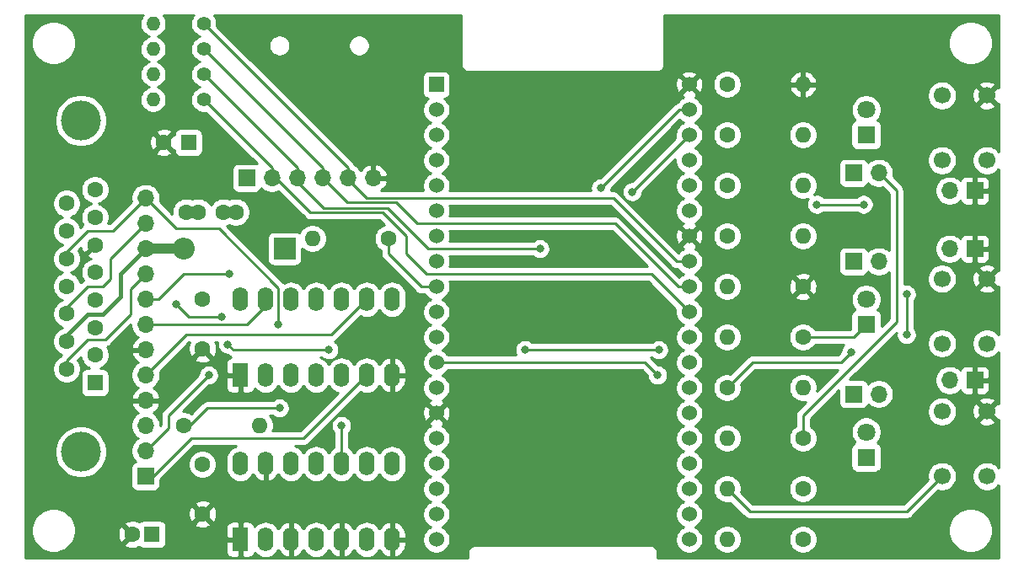
<source format=gbr>
%TF.GenerationSoftware,KiCad,Pcbnew,(5.1.9)-1*%
%TF.CreationDate,2021-02-16T00:19:24-06:00*%
%TF.ProjectId,fujinet-devkit-shield,66756a69-6e65-4742-9d64-65766b69742d,1.0*%
%TF.SameCoordinates,Original*%
%TF.FileFunction,Copper,L2,Bot*%
%TF.FilePolarity,Positive*%
%FSLAX46Y46*%
G04 Gerber Fmt 4.6, Leading zero omitted, Abs format (unit mm)*
G04 Created by KiCad (PCBNEW (5.1.9)-1) date 2021-02-16 00:19:24*
%MOMM*%
%LPD*%
G01*
G04 APERTURE LIST*
%TA.AperFunction,ComponentPad*%
%ADD10C,4.000000*%
%TD*%
%TA.AperFunction,ComponentPad*%
%ADD11C,1.600000*%
%TD*%
%TA.AperFunction,ComponentPad*%
%ADD12R,1.600000X1.600000*%
%TD*%
%TA.AperFunction,ComponentPad*%
%ADD13O,1.600000X1.600000*%
%TD*%
%TA.AperFunction,ComponentPad*%
%ADD14O,2.200000X2.200000*%
%TD*%
%TA.AperFunction,ComponentPad*%
%ADD15R,2.200000X2.200000*%
%TD*%
%TA.AperFunction,ComponentPad*%
%ADD16O,1.700000X1.700000*%
%TD*%
%TA.AperFunction,ComponentPad*%
%ADD17R,1.700000X1.700000*%
%TD*%
%TA.AperFunction,ComponentPad*%
%ADD18C,1.800000*%
%TD*%
%TA.AperFunction,ComponentPad*%
%ADD19R,1.800000X1.800000*%
%TD*%
%TA.AperFunction,ComponentPad*%
%ADD20O,1.600000X2.400000*%
%TD*%
%TA.AperFunction,ComponentPad*%
%ADD21R,1.600000X2.400000*%
%TD*%
%TA.AperFunction,ComponentPad*%
%ADD22O,1.400000X1.400000*%
%TD*%
%TA.AperFunction,ComponentPad*%
%ADD23C,1.400000*%
%TD*%
%TA.AperFunction,ComponentPad*%
%ADD24C,1.700000*%
%TD*%
%TA.AperFunction,ComponentPad*%
%ADD25C,1.530000*%
%TD*%
%TA.AperFunction,ComponentPad*%
%ADD26R,1.530000X1.530000*%
%TD*%
%TA.AperFunction,ViaPad*%
%ADD27C,0.800000*%
%TD*%
%TA.AperFunction,Conductor*%
%ADD28C,0.250000*%
%TD*%
%TA.AperFunction,Conductor*%
%ADD29C,0.400000*%
%TD*%
%TA.AperFunction,Conductor*%
%ADD30C,1.000000*%
%TD*%
%TA.AperFunction,Conductor*%
%ADD31C,0.254000*%
%TD*%
%TA.AperFunction,Conductor*%
%ADD32C,0.100000*%
%TD*%
G04 APERTURE END LIST*
D10*
%TO.P,J10,0*%
%TO.N,Net-(J10-Pad0)*%
X110340000Y-101697000D03*
X110340000Y-68397000D03*
D11*
%TO.P,J10,15*%
%TO.N,Net-(J10-Pad15)*%
X108920000Y-76737000D03*
%TO.P,J10,14*%
%TO.N,Net-(J10-Pad14)*%
X108920000Y-79507000D03*
%TO.P,J10,13*%
%TO.N,SIO_INT*%
X108920000Y-82277000D03*
%TO.P,J10,12*%
%TO.N,Net-(J10-Pad12)*%
X108920000Y-85047000D03*
%TO.P,J10,11*%
%TO.N,SIO_AUDIOIN*%
X108920000Y-87817000D03*
%TO.P,J10,10*%
%TO.N,SIO_5V*%
X108920000Y-90587000D03*
%TO.P,J10,9*%
%TO.N,SIO_PROC*%
X108920000Y-93357000D03*
%TO.P,J10,8*%
%TO.N,SIO_MCTL*%
X111760000Y-75352000D03*
%TO.P,J10,7*%
%TO.N,SIO_CMD*%
X111760000Y-78122000D03*
%TO.P,J10,6*%
%TO.N,GND*%
X111760000Y-80892000D03*
%TO.P,J10,5*%
%TO.N,SIO_DATAOUT*%
X111760000Y-83662000D03*
%TO.P,J10,4*%
%TO.N,GND*%
X111760000Y-86432000D03*
%TO.P,J10,3*%
%TO.N,SIO_DATAIN*%
X111760000Y-89202000D03*
%TO.P,J10,2*%
%TO.N,SIO_CKOUT*%
X111760000Y-91972000D03*
D12*
%TO.P,J10,1*%
%TO.N,SIO_CKIN*%
X111760000Y-94742000D03*
%TD*%
D11*
%TO.P,C1,2*%
%TO.N,Net-(C1-Pad2)*%
X125904000Y-77597000D03*
%TO.P,C1,1*%
%TO.N,SIO_AUDIOIN*%
X120904000Y-77597000D03*
%TO.P,C1,2*%
%TO.N,Net-(C1-Pad2)*%
X124654000Y-77597000D03*
%TO.P,C1,1*%
%TO.N,SIO_AUDIOIN*%
X122154000Y-77597000D03*
%TD*%
D13*
%TO.P,R7,2*%
%TO.N,Net-(C1-Pad2)*%
X133604000Y-80264000D03*
D11*
%TO.P,R7,1*%
%TO.N,IO25_AUDIOIN*%
X141224000Y-80264000D03*
%TD*%
%TO.P,C5,2*%
%TO.N,GND*%
X115475000Y-109982000D03*
D12*
%TO.P,C5,1*%
%TO.N,+5V*%
X117475000Y-109982000D03*
%TD*%
D14*
%TO.P,D4,2*%
%TO.N,SIO_5V*%
X120650000Y-81280000D03*
D15*
%TO.P,D4,1*%
%TO.N,+5V*%
X130810000Y-81280000D03*
%TD*%
D16*
%TO.P,J1,12*%
%TO.N,SIO_INT*%
X116840000Y-76200000D03*
%TO.P,J1,11*%
%TO.N,SIO_AUDIOIN*%
X116840000Y-78740000D03*
%TO.P,J1,10*%
%TO.N,SIO_5V*%
X116840000Y-81280000D03*
%TO.P,J1,9*%
%TO.N,SIO_PROC*%
X116840000Y-83820000D03*
%TO.P,J1,8*%
%TO.N,SIO_MCTL*%
X116840000Y-86360000D03*
%TO.P,J1,7*%
%TO.N,SIO_CMD*%
X116840000Y-88900000D03*
%TO.P,J1,6*%
%TO.N,GND*%
X116840000Y-91440000D03*
%TO.P,J1,5*%
%TO.N,SIO_DATAOUT*%
X116840000Y-93980000D03*
%TO.P,J1,4*%
%TO.N,GND*%
X116840000Y-96520000D03*
%TO.P,J1,3*%
%TO.N,SIO_DATAIN*%
X116840000Y-99060000D03*
%TO.P,J1,2*%
%TO.N,SIO_CKOUT*%
X116840000Y-101600000D03*
D17*
%TO.P,J1,1*%
%TO.N,SIO_CKIN*%
X116840000Y-104140000D03*
%TD*%
D13*
%TO.P,R16,2*%
%TO.N,+5V*%
X128270000Y-99060000D03*
D11*
%TO.P,R16,1*%
%TO.N,SIO_DATAIN*%
X120650000Y-99060000D03*
%TD*%
D18*
%TO.P,D1,2*%
%TO.N,+3V3*%
X189230000Y-99695000D03*
D19*
%TO.P,D1,1*%
%TO.N,Net-(D1-Pad1)*%
X189230000Y-102235000D03*
%TD*%
D18*
%TO.P,D3,2*%
%TO.N,+3V3*%
X189230000Y-86360000D03*
D19*
%TO.P,D3,1*%
%TO.N,Net-(D3-Pad1)*%
X189230000Y-88900000D03*
%TD*%
D11*
%TO.P,C4,2*%
%TO.N,GND*%
X118658000Y-70612000D03*
D12*
%TO.P,C4,1*%
%TO.N,+3V3*%
X121158000Y-70612000D03*
%TD*%
D20*
%TO.P,U4,14*%
%TO.N,+5V*%
X126365000Y-86360000D03*
%TO.P,U4,7*%
%TO.N,GND*%
X141605000Y-93980000D03*
%TO.P,U4,13*%
%TO.N,SIO_CMD*%
X128905000Y-86360000D03*
%TO.P,U4,6*%
%TO.N,SIO_CKIN*%
X139065000Y-93980000D03*
%TO.P,U4,12*%
%TO.N,IO39_CMD*%
X131445000Y-86360000D03*
%TO.P,U4,5*%
%TO.N,IO27_CKIN*%
X136525000Y-93980000D03*
%TO.P,U4,11*%
%TO.N,SIO_CKOUT*%
X133985000Y-86360000D03*
%TO.P,U4,4*%
%TO.N,SIO_INT*%
X133985000Y-93980000D03*
%TO.P,U4,10*%
%TO.N,IO32_CKOUT*%
X136525000Y-86360000D03*
%TO.P,U4,3*%
%TO.N,IO26_INT*%
X131445000Y-93980000D03*
%TO.P,U4,9*%
%TO.N,SIO_DATAOUT*%
X139065000Y-86360000D03*
%TO.P,U4,2*%
%TO.N,Net-(U4-Pad2)*%
X128905000Y-93980000D03*
%TO.P,U4,8*%
%TO.N,IO33_DATAOUT*%
X141605000Y-86360000D03*
D21*
%TO.P,U4,1*%
%TO.N,GND*%
X126365000Y-93980000D03*
%TD*%
D16*
%TO.P,J8,2*%
%TO.N,Net-(D3-Pad1)*%
X190500000Y-82550000D03*
D17*
%TO.P,J8,1*%
%TO.N,+3V3*%
X187960000Y-82550000D03*
%TD*%
D16*
%TO.P,J7,2*%
%TO.N,Net-(D2-Pad1)*%
X190500000Y-73660000D03*
D17*
%TO.P,J7,1*%
%TO.N,+3V3*%
X187960000Y-73660000D03*
%TD*%
D16*
%TO.P,J6,2*%
%TO.N,Net-(D1-Pad1)*%
X190500000Y-95885000D03*
D17*
%TO.P,J6,1*%
%TO.N,+3V3*%
X187960000Y-95885000D03*
%TD*%
D16*
%TO.P,J5,2*%
%TO.N,IO14_BUTTON_RESET*%
X197612000Y-75438000D03*
D17*
%TO.P,J5,1*%
%TO.N,GND*%
X200152000Y-75438000D03*
%TD*%
D16*
%TO.P,J4,2*%
%TO.N,IO34_BUTTON_B*%
X197612000Y-81280000D03*
D17*
%TO.P,J4,1*%
%TO.N,GND*%
X200152000Y-81280000D03*
%TD*%
D16*
%TO.P,J2,2*%
%TO.N,IO0_BUTTON_A*%
X197612000Y-94488000D03*
D17*
%TO.P,J2,1*%
%TO.N,GND*%
X200152000Y-94488000D03*
%TD*%
D22*
%TO.P,R13,2*%
%TO.N,+3V3*%
X117602000Y-66294000D03*
D23*
%TO.P,R13,1*%
%TO.N,IO5_SPI_CS*%
X122682000Y-66294000D03*
%TD*%
D22*
%TO.P,R12,2*%
%TO.N,+3V3*%
X117602000Y-63754000D03*
D23*
%TO.P,R12,1*%
%TO.N,IO23_SPI_MOSI*%
X122682000Y-63754000D03*
%TD*%
D22*
%TO.P,R11,2*%
%TO.N,+3V3*%
X117602000Y-61214000D03*
D23*
%TO.P,R11,1*%
%TO.N,IO18_SPI_CLK*%
X122682000Y-61214000D03*
%TD*%
D22*
%TO.P,R10,2*%
%TO.N,+3V3*%
X117602000Y-58674000D03*
D23*
%TO.P,R10,1*%
%TO.N,IO19_SPI_MISO*%
X122682000Y-58674000D03*
%TD*%
D13*
%TO.P,R15,2*%
%TO.N,IO35_SIO_VOLTAGE*%
X175260000Y-85090000D03*
D11*
%TO.P,R15,1*%
%TO.N,GND*%
X182880000Y-85090000D03*
%TD*%
D13*
%TO.P,R14,2*%
%TO.N,+5V*%
X182880000Y-80010000D03*
D11*
%TO.P,R14,1*%
%TO.N,IO35_SIO_VOLTAGE*%
X175260000Y-80010000D03*
%TD*%
D16*
%TO.P,J3,6*%
%TO.N,GND*%
X139700000Y-74168000D03*
%TO.P,J3,5*%
%TO.N,IO19_SPI_MISO*%
X137160000Y-74168000D03*
%TO.P,J3,4*%
%TO.N,IO18_SPI_CLK*%
X134620000Y-74168000D03*
%TO.P,J3,3*%
%TO.N,IO23_SPI_MOSI*%
X132080000Y-74168000D03*
%TO.P,J3,2*%
%TO.N,IO5_SPI_CS*%
X129540000Y-74168000D03*
D17*
%TO.P,J3,1*%
%TO.N,+3V3*%
X127000000Y-74168000D03*
%TD*%
D11*
%TO.P,C3,2*%
%TO.N,GND*%
X122555000Y-91360000D03*
%TO.P,C3,1*%
%TO.N,+5V*%
X122555000Y-86360000D03*
%TD*%
%TO.P,C2,2*%
%TO.N,GND*%
X122555000Y-107950000D03*
%TO.P,C2,1*%
%TO.N,+5V*%
X122555000Y-102950000D03*
%TD*%
D24*
%TO.P,SW3,1*%
%TO.N,IO14_BUTTON_RESET*%
X196850000Y-72390000D03*
%TO.P,SW3,2*%
%TO.N,Net-(SW3-Pad2)*%
X196850000Y-65890000D03*
%TO.P,SW3,3*%
%TO.N,Net-(SW3-Pad3)*%
X201350000Y-72390000D03*
%TO.P,SW3,4*%
%TO.N,GND*%
X201350000Y-65890000D03*
%TD*%
%TO.P,SW2,1*%
%TO.N,IO34_BUTTON_B*%
X196850000Y-90805000D03*
%TO.P,SW2,2*%
%TO.N,Net-(SW2-Pad2)*%
X196850000Y-84305000D03*
%TO.P,SW2,3*%
%TO.N,Net-(SW2-Pad3)*%
X201350000Y-90805000D03*
%TO.P,SW2,4*%
%TO.N,GND*%
X201350000Y-84305000D03*
%TD*%
%TO.P,SW1,1*%
%TO.N,IO0_BUTTON_A*%
X196850000Y-104140000D03*
%TO.P,SW1,2*%
%TO.N,Net-(SW1-Pad2)*%
X196850000Y-97640000D03*
%TO.P,SW1,3*%
%TO.N,Net-(SW1-Pad3)*%
X201350000Y-104140000D03*
%TO.P,SW1,4*%
%TO.N,GND*%
X201350000Y-97640000D03*
%TD*%
D13*
%TO.P,R9,2*%
%TO.N,IO0_BUTTON_A*%
X175260000Y-105410000D03*
D11*
%TO.P,R9,1*%
%TO.N,+3V3*%
X182880000Y-105410000D03*
%TD*%
D13*
%TO.P,R8,2*%
%TO.N,+3V3*%
X182880000Y-95250000D03*
D11*
%TO.P,R8,1*%
%TO.N,IO14_BUTTON_RESET*%
X175260000Y-95250000D03*
%TD*%
D13*
%TO.P,R6,2*%
%TO.N,+3V3*%
X182880000Y-69850000D03*
D11*
%TO.P,R6,1*%
%TO.N,IO39_CMD*%
X175260000Y-69850000D03*
%TD*%
D13*
%TO.P,R5,2*%
%TO.N,+3V3*%
X182880000Y-74930000D03*
D11*
%TO.P,R5,1*%
%TO.N,IO34_BUTTON_B*%
X175260000Y-74930000D03*
%TD*%
D13*
%TO.P,R4,2*%
%TO.N,GND*%
X182880000Y-64770000D03*
D11*
%TO.P,R4,1*%
%TO.N,SIO_MCTL*%
X175260000Y-64770000D03*
%TD*%
D13*
%TO.P,R3,2*%
%TO.N,IO3_LED3*%
X175260000Y-90170000D03*
D11*
%TO.P,R3,1*%
%TO.N,Net-(D3-Pad1)*%
X182880000Y-90170000D03*
%TD*%
D13*
%TO.P,R2,2*%
%TO.N,IO4_LED2*%
X175260000Y-100330000D03*
D11*
%TO.P,R2,1*%
%TO.N,Net-(D2-Pad1)*%
X182880000Y-100330000D03*
%TD*%
D13*
%TO.P,R1,2*%
%TO.N,IO2_LED1*%
X175260000Y-110490000D03*
D11*
%TO.P,R1,1*%
%TO.N,Net-(D1-Pad1)*%
X182880000Y-110490000D03*
%TD*%
D18*
%TO.P,D2,2*%
%TO.N,+3V3*%
X189230000Y-67310000D03*
D19*
%TO.P,D2,1*%
%TO.N,Net-(D2-Pad1)*%
X189230000Y-69850000D03*
%TD*%
D20*
%TO.P,U3,14*%
%TO.N,+5V*%
X126365000Y-102870000D03*
%TO.P,U3,7*%
%TO.N,GND*%
X141605000Y-110490000D03*
%TO.P,U3,13*%
X128905000Y-102870000D03*
%TO.P,U3,6*%
%TO.N,Net-(U3-Pad6)*%
X139065000Y-110490000D03*
%TO.P,U3,12*%
%TO.N,Net-(U3-Pad12)*%
X131445000Y-102870000D03*
%TO.P,U3,5*%
%TO.N,GND*%
X136525000Y-110490000D03*
%TO.P,U3,11*%
%TO.N,IO22_PROC*%
X133985000Y-102870000D03*
%TO.P,U3,4*%
%TO.N,Net-(U3-Pad4)*%
X133985000Y-110490000D03*
%TO.P,U3,10*%
%TO.N,SIO_PROC*%
X136525000Y-102870000D03*
%TO.P,U3,3*%
%TO.N,GND*%
X131445000Y-110490000D03*
%TO.P,U3,9*%
%TO.N,IO21_DATAIN*%
X139065000Y-102870000D03*
%TO.P,U3,2*%
%TO.N,Net-(U3-Pad2)*%
X128905000Y-110490000D03*
%TO.P,U3,8*%
%TO.N,SIO_DATAIN*%
X141605000Y-102870000D03*
D21*
%TO.P,U3,1*%
%TO.N,GND*%
X126365000Y-110490000D03*
%TD*%
D25*
%TO.P,U1,38*%
%TO.N,GND*%
X171450000Y-64780000D03*
%TO.P,U1,37*%
%TO.N,IO23_SPI_MOSI*%
X171450000Y-67320000D03*
%TO.P,U1,36*%
%TO.N,IO22_PROC*%
X171450000Y-69860000D03*
%TO.P,U1,35*%
%TO.N,Net-(U1-Pad35)*%
X171450000Y-72400000D03*
%TO.P,U1,34*%
%TO.N,Net-(U1-Pad34)*%
X171450000Y-74940000D03*
%TO.P,U1,33*%
%TO.N,IO21_DATAIN*%
X171450000Y-77480000D03*
%TO.P,U1,32*%
%TO.N,GND*%
X171450000Y-80020000D03*
%TO.P,U1,31*%
%TO.N,IO19_SPI_MISO*%
X171450000Y-82560000D03*
%TO.P,U1,30*%
%TO.N,IO18_SPI_CLK*%
X171450000Y-85100000D03*
%TO.P,U1,29*%
%TO.N,IO5_SPI_CS*%
X171450000Y-87640000D03*
%TO.P,U1,28*%
%TO.N,Net-(U1-Pad28)*%
X171450000Y-90180000D03*
%TO.P,U1,27*%
%TO.N,Net-(U1-Pad27)*%
X171450000Y-92720000D03*
%TO.P,U1,26*%
%TO.N,IO4_LED2*%
X171450000Y-95260000D03*
%TO.P,U1,25*%
%TO.N,IO0_BUTTON_A*%
X171450000Y-97800000D03*
%TO.P,U1,24*%
%TO.N,IO2_LED1*%
X171450000Y-100340000D03*
%TO.P,U1,23*%
%TO.N,Net-(U1-Pad23)*%
X171450000Y-102880000D03*
%TO.P,U1,22*%
%TO.N,Net-(U1-Pad22)*%
X171450000Y-105420000D03*
%TO.P,U1,21*%
%TO.N,Net-(U1-Pad21)*%
X171450000Y-107960000D03*
%TO.P,U1,20*%
%TO.N,Net-(U1-Pad20)*%
X171450000Y-110500000D03*
%TO.P,U1,19*%
%TO.N,+5V*%
X146050000Y-110500000D03*
%TO.P,U1,18*%
%TO.N,Net-(U1-Pad18)*%
X146050000Y-107960000D03*
%TO.P,U1,17*%
%TO.N,Net-(U1-Pad17)*%
X146050000Y-105420000D03*
%TO.P,U1,16*%
%TO.N,Net-(U1-Pad16)*%
X146050000Y-102880000D03*
%TO.P,U1,15*%
%TO.N,IO3_LED3*%
X146050000Y-100340000D03*
%TO.P,U1,14*%
%TO.N,GND*%
X146050000Y-97800000D03*
%TO.P,U1,13*%
%TO.N,Net-(U1-Pad13)*%
X146050000Y-95260000D03*
%TO.P,U1,12*%
%TO.N,IO14_BUTTON_RESET*%
X146050000Y-92720000D03*
%TO.P,U1,11*%
%TO.N,IO27_CKIN*%
X146050000Y-90180000D03*
%TO.P,U1,10*%
%TO.N,IO26_INT*%
X146050000Y-87640000D03*
%TO.P,U1,9*%
%TO.N,IO25_AUDIOIN*%
X146050000Y-85100000D03*
%TO.P,U1,8*%
%TO.N,IO33_DATAOUT*%
X146050000Y-82560000D03*
%TO.P,U1,7*%
%TO.N,IO32_CKOUT*%
X146050000Y-80020000D03*
%TO.P,U1,6*%
%TO.N,IO35_SIO_VOLTAGE*%
X146050000Y-77480000D03*
%TO.P,U1,5*%
%TO.N,IO34_BUTTON_B*%
X146050000Y-74940000D03*
%TO.P,U1,4*%
%TO.N,IO39_CMD*%
X146050000Y-72400000D03*
%TO.P,U1,3*%
%TO.N,SIO_MCTL*%
X146050000Y-69860000D03*
%TO.P,U1,2*%
%TO.N,Net-(U1-Pad2)*%
X146050000Y-67320000D03*
D26*
%TO.P,U1,1*%
%TO.N,+3V3*%
X146050000Y-64780000D03*
%TD*%
D27*
%TO.N,GND*%
X149860000Y-87630000D03*
X157480000Y-69850000D03*
X157480000Y-72390000D03*
X138430000Y-97790000D03*
X138430000Y-90170000D03*
X149860000Y-77470000D03*
X149860000Y-80010000D03*
X133096000Y-97028000D03*
X123698000Y-69088000D03*
X141732000Y-67818000D03*
X141732000Y-63754000D03*
%TO.N,SIO_INT*%
X130175000Y-88900000D03*
%TO.N,SIO_PROC*%
X125095000Y-90895000D03*
X135255000Y-91440000D03*
X136525000Y-99060000D03*
X124460000Y-88138000D03*
X119888002Y-86868000D03*
%TO.N,SIO_MCTL*%
X125221970Y-83820000D03*
%TO.N,SIO_DATAIN*%
X130302000Y-97282000D03*
%TO.N,SIO_CKOUT*%
X123190000Y-93980000D03*
%TO.N,IO23_SPI_MOSI*%
X162560000Y-75184000D03*
X156464000Y-81279998D03*
%TO.N,IO3_LED3*%
X168402000Y-91440000D03*
X154950004Y-91439996D03*
%TO.N,IO34_BUTTON_B*%
X188976000Y-76834998D03*
X184277008Y-76835000D03*
%TO.N,IO14_BUTTON_RESET*%
X168275000Y-93980000D03*
X193294000Y-89916000D03*
X193294000Y-85852000D03*
X187706000Y-91694000D03*
%TO.N,IO22_PROC*%
X165735000Y-75565006D03*
%TD*%
D28*
%TO.N,Net-(D2-Pad1)*%
X192278000Y-75438000D02*
X190500000Y-73660000D01*
X192278000Y-88646000D02*
X192278000Y-75438000D01*
X182880000Y-98044000D02*
X192278000Y-88646000D01*
X182880000Y-100330000D02*
X182880000Y-98044000D01*
%TO.N,Net-(D3-Pad1)*%
X187960000Y-90170000D02*
X189230000Y-88900000D01*
X182880000Y-90170000D02*
X187960000Y-90170000D01*
%TO.N,SIO_AUDIOIN*%
X110998000Y-85090000D02*
X108920000Y-87168000D01*
X112522000Y-85090000D02*
X110998000Y-85090000D01*
X113284000Y-84328000D02*
X112522000Y-85090000D01*
X113284000Y-82296000D02*
X113284000Y-84328000D01*
X108920000Y-87168000D02*
X108920000Y-87817000D01*
X116840000Y-78740000D02*
X113284000Y-82296000D01*
%TO.N,SIO_INT*%
X119888000Y-79248000D02*
X116840000Y-76200000D01*
X124206000Y-79248000D02*
X119888000Y-79248000D01*
X130175000Y-85217000D02*
X124206000Y-79248000D01*
X130175000Y-88900000D02*
X130175000Y-85217000D01*
X108920000Y-82066998D02*
X108920000Y-82277000D01*
X108920000Y-81580000D02*
X108920000Y-82277000D01*
X110998000Y-79502000D02*
X108920000Y-81580000D01*
X113538000Y-79502000D02*
X110998000Y-79502000D01*
X116840000Y-76200000D02*
X113538000Y-79502000D01*
%TO.N,SIO_PROC*%
X125640000Y-91440000D02*
X135255000Y-91440000D01*
X125095000Y-90895000D02*
X125640000Y-91440000D01*
X136525000Y-99060000D02*
X136525000Y-102870000D01*
X124460000Y-88138000D02*
X121158002Y-88138000D01*
X121158002Y-88138000D02*
X119888002Y-86868000D01*
X108920000Y-92502000D02*
X108920000Y-93357000D01*
X110998000Y-90424000D02*
X108920000Y-92502000D01*
X112776000Y-90424000D02*
X110998000Y-90424000D01*
X115316000Y-87884000D02*
X112776000Y-90424000D01*
X115316000Y-85344000D02*
X115316000Y-87884000D01*
X116840000Y-83820000D02*
X115316000Y-85344000D01*
%TO.N,SIO_MCTL*%
X120650000Y-83820000D02*
X125221970Y-83820000D01*
X118110000Y-86360000D02*
X120650000Y-83820000D01*
X116840000Y-86360000D02*
X118110000Y-86360000D01*
%TO.N,SIO_CMD*%
X128905000Y-86995000D02*
X128905000Y-86360000D01*
X127000000Y-88900000D02*
X128905000Y-86995000D01*
X116840000Y-88900000D02*
X127000000Y-88900000D01*
%TO.N,SIO_DATAOUT*%
X120904000Y-89916000D02*
X116840000Y-93980000D01*
X135509000Y-89916000D02*
X120904000Y-89916000D01*
X139065000Y-86360000D02*
X135509000Y-89916000D01*
%TO.N,SIO_DATAIN*%
X123063000Y-97282000D02*
X130302000Y-97282000D01*
X121285000Y-99060000D02*
X123063000Y-97282000D01*
%TO.N,SIO_CKOUT*%
X119126000Y-99314000D02*
X116840000Y-101600000D01*
X119126000Y-98044000D02*
X119126000Y-99314000D01*
X123190000Y-93980000D02*
X119126000Y-98044000D01*
%TO.N,SIO_CKIN*%
X117602000Y-104140000D02*
X116840000Y-104140000D01*
X121412000Y-100330000D02*
X117602000Y-104140000D01*
X132715000Y-100330000D02*
X121412000Y-100330000D01*
X139065000Y-93980000D02*
X132715000Y-100330000D01*
%TO.N,IO5_SPI_CS*%
X129540000Y-73152000D02*
X122682000Y-66294000D01*
X129540000Y-73787000D02*
X129540000Y-73152000D01*
X133419010Y-77666010D02*
X129540000Y-73787000D01*
X140658010Y-77666010D02*
X133419010Y-77666010D01*
X143002000Y-80010000D02*
X140658010Y-77666010D01*
X143002000Y-81788000D02*
X143002000Y-80010000D01*
X145034000Y-83820000D02*
X143002000Y-81788000D01*
X167630000Y-83820000D02*
X145034000Y-83820000D01*
X171450000Y-87640000D02*
X167630000Y-83820000D01*
%TO.N,IO23_SPI_MOSI*%
X170424000Y-67320000D02*
X171450000Y-67320000D01*
X162560000Y-75184000D02*
X170424000Y-67320000D01*
X145238397Y-81279998D02*
X156464000Y-81279998D01*
X141174399Y-77216000D02*
X145238397Y-81279998D01*
X134747000Y-77216000D02*
X141174399Y-77216000D01*
X132080000Y-74549000D02*
X134747000Y-77216000D01*
X132080000Y-73152000D02*
X132080000Y-74549000D01*
X122682000Y-63754000D02*
X132080000Y-73152000D01*
%TO.N,IO18_SPI_CLK*%
X137102011Y-76650011D02*
X134620000Y-74168000D01*
X142055011Y-76650011D02*
X137102011Y-76650011D01*
X144145000Y-78740000D02*
X142055011Y-76650011D01*
X164008127Y-78740000D02*
X144145000Y-78740000D01*
X134620000Y-73152000D02*
X122682000Y-61214000D01*
X170368127Y-85100000D02*
X164008127Y-78740000D01*
X134620000Y-74168000D02*
X134620000Y-73152000D01*
X171450000Y-85100000D02*
X170368127Y-85100000D01*
%TO.N,IO19_SPI_MISO*%
X137160000Y-73152000D02*
X122682000Y-58674000D01*
X139065000Y-76200000D02*
X137160000Y-74295000D01*
X137160000Y-74295000D02*
X137160000Y-73152000D01*
X163830000Y-76200000D02*
X139065000Y-76200000D01*
X170190000Y-82560000D02*
X163830000Y-76200000D01*
X171450000Y-82560000D02*
X170190000Y-82560000D01*
%TO.N,IO3_LED3*%
X168402000Y-91440000D02*
X154950009Y-91440001D01*
X154950009Y-91440001D02*
X154950004Y-91439996D01*
%TO.N,IO34_BUTTON_B*%
X188975998Y-76835000D02*
X188976000Y-76834998D01*
X184277010Y-76834998D02*
X184277008Y-76835000D01*
X188976000Y-76834998D02*
X184277010Y-76834998D01*
%TO.N,IO25_AUDIOIN*%
X141224000Y-81788000D02*
X141224000Y-80264000D01*
X144536000Y-85100000D02*
X141224000Y-81788000D01*
X146050000Y-85100000D02*
X144536000Y-85100000D01*
%TO.N,IO14_BUTTON_RESET*%
X167015000Y-92720000D02*
X168275000Y-93980000D01*
X146050000Y-92720000D02*
X167015000Y-92720000D01*
X193294000Y-89916000D02*
X193294000Y-85852000D01*
X177800000Y-92710000D02*
X175260000Y-95250000D01*
X186690000Y-92710000D02*
X177800000Y-92710000D01*
X187706000Y-91694000D02*
X186690000Y-92710000D01*
%TO.N,IO0_BUTTON_A*%
X193294000Y-107696000D02*
X196850000Y-104140000D01*
X177546000Y-107696000D02*
X193294000Y-107696000D01*
X175260000Y-105410000D02*
X177546000Y-107696000D01*
%TO.N,IO22_PROC*%
X165744994Y-75565006D02*
X165735000Y-75565006D01*
X171450000Y-69860000D02*
X165744994Y-75565006D01*
%TO.N,SIO_5V*%
X108920000Y-89962000D02*
X108920000Y-90587000D01*
D29*
X114300000Y-83820000D02*
X116840000Y-81280000D01*
X112522000Y-87884000D02*
X114300000Y-86106000D01*
X114300000Y-86106000D02*
X114300000Y-83820000D01*
X110998000Y-87884000D02*
X112522000Y-87884000D01*
X108920000Y-89962000D02*
X110998000Y-87884000D01*
D30*
X116840000Y-81280000D02*
X120650000Y-81280000D01*
%TD*%
D31*
%TO.N,GND*%
X116565038Y-57822987D02*
X116418939Y-58041641D01*
X116318304Y-58284595D01*
X116267000Y-58542514D01*
X116267000Y-58805486D01*
X116318304Y-59063405D01*
X116418939Y-59306359D01*
X116565038Y-59525013D01*
X116750987Y-59710962D01*
X116969641Y-59857061D01*
X117179530Y-59944000D01*
X116969641Y-60030939D01*
X116750987Y-60177038D01*
X116565038Y-60362987D01*
X116418939Y-60581641D01*
X116318304Y-60824595D01*
X116267000Y-61082514D01*
X116267000Y-61345486D01*
X116318304Y-61603405D01*
X116418939Y-61846359D01*
X116565038Y-62065013D01*
X116750987Y-62250962D01*
X116969641Y-62397061D01*
X117179530Y-62484000D01*
X116969641Y-62570939D01*
X116750987Y-62717038D01*
X116565038Y-62902987D01*
X116418939Y-63121641D01*
X116318304Y-63364595D01*
X116267000Y-63622514D01*
X116267000Y-63885486D01*
X116318304Y-64143405D01*
X116418939Y-64386359D01*
X116565038Y-64605013D01*
X116750987Y-64790962D01*
X116969641Y-64937061D01*
X117179530Y-65024000D01*
X116969641Y-65110939D01*
X116750987Y-65257038D01*
X116565038Y-65442987D01*
X116418939Y-65661641D01*
X116318304Y-65904595D01*
X116267000Y-66162514D01*
X116267000Y-66425486D01*
X116318304Y-66683405D01*
X116418939Y-66926359D01*
X116565038Y-67145013D01*
X116750987Y-67330962D01*
X116969641Y-67477061D01*
X117212595Y-67577696D01*
X117470514Y-67629000D01*
X117733486Y-67629000D01*
X117991405Y-67577696D01*
X118234359Y-67477061D01*
X118453013Y-67330962D01*
X118638962Y-67145013D01*
X118785061Y-66926359D01*
X118885696Y-66683405D01*
X118937000Y-66425486D01*
X118937000Y-66162514D01*
X118885696Y-65904595D01*
X118785061Y-65661641D01*
X118638962Y-65442987D01*
X118453013Y-65257038D01*
X118234359Y-65110939D01*
X118024470Y-65024000D01*
X118234359Y-64937061D01*
X118453013Y-64790962D01*
X118638962Y-64605013D01*
X118785061Y-64386359D01*
X118885696Y-64143405D01*
X118937000Y-63885486D01*
X118937000Y-63622514D01*
X118885696Y-63364595D01*
X118785061Y-63121641D01*
X118638962Y-62902987D01*
X118453013Y-62717038D01*
X118234359Y-62570939D01*
X118024470Y-62484000D01*
X118234359Y-62397061D01*
X118453013Y-62250962D01*
X118638962Y-62065013D01*
X118785061Y-61846359D01*
X118885696Y-61603405D01*
X118937000Y-61345486D01*
X118937000Y-61082514D01*
X118885696Y-60824595D01*
X118785061Y-60581641D01*
X118638962Y-60362987D01*
X118453013Y-60177038D01*
X118234359Y-60030939D01*
X118024470Y-59944000D01*
X118234359Y-59857061D01*
X118453013Y-59710962D01*
X118638962Y-59525013D01*
X118785061Y-59306359D01*
X118885696Y-59063405D01*
X118937000Y-58805486D01*
X118937000Y-58542514D01*
X118885696Y-58284595D01*
X118785061Y-58041641D01*
X118638962Y-57822987D01*
X118625975Y-57810000D01*
X121658025Y-57810000D01*
X121645038Y-57822987D01*
X121498939Y-58041641D01*
X121398304Y-58284595D01*
X121347000Y-58542514D01*
X121347000Y-58805486D01*
X121398304Y-59063405D01*
X121498939Y-59306359D01*
X121645038Y-59525013D01*
X121830987Y-59710962D01*
X122049641Y-59857061D01*
X122259530Y-59944000D01*
X122049641Y-60030939D01*
X121830987Y-60177038D01*
X121645038Y-60362987D01*
X121498939Y-60581641D01*
X121398304Y-60824595D01*
X121347000Y-61082514D01*
X121347000Y-61345486D01*
X121398304Y-61603405D01*
X121498939Y-61846359D01*
X121645038Y-62065013D01*
X121830987Y-62250962D01*
X122049641Y-62397061D01*
X122259530Y-62484000D01*
X122049641Y-62570939D01*
X121830987Y-62717038D01*
X121645038Y-62902987D01*
X121498939Y-63121641D01*
X121398304Y-63364595D01*
X121347000Y-63622514D01*
X121347000Y-63885486D01*
X121398304Y-64143405D01*
X121498939Y-64386359D01*
X121645038Y-64605013D01*
X121830987Y-64790962D01*
X122049641Y-64937061D01*
X122259530Y-65024000D01*
X122049641Y-65110939D01*
X121830987Y-65257038D01*
X121645038Y-65442987D01*
X121498939Y-65661641D01*
X121398304Y-65904595D01*
X121347000Y-66162514D01*
X121347000Y-66425486D01*
X121398304Y-66683405D01*
X121498939Y-66926359D01*
X121645038Y-67145013D01*
X121830987Y-67330962D01*
X122049641Y-67477061D01*
X122292595Y-67577696D01*
X122550514Y-67629000D01*
X122813486Y-67629000D01*
X122920844Y-67607645D01*
X128018843Y-72705645D01*
X127974482Y-72692188D01*
X127850000Y-72679928D01*
X126150000Y-72679928D01*
X126025518Y-72692188D01*
X125905820Y-72728498D01*
X125795506Y-72787463D01*
X125698815Y-72866815D01*
X125619463Y-72963506D01*
X125560498Y-73073820D01*
X125524188Y-73193518D01*
X125511928Y-73318000D01*
X125511928Y-75018000D01*
X125524188Y-75142482D01*
X125560498Y-75262180D01*
X125619463Y-75372494D01*
X125698815Y-75469185D01*
X125795506Y-75548537D01*
X125905820Y-75607502D01*
X126025518Y-75643812D01*
X126150000Y-75656072D01*
X127850000Y-75656072D01*
X127974482Y-75643812D01*
X128094180Y-75607502D01*
X128204494Y-75548537D01*
X128301185Y-75469185D01*
X128380537Y-75372494D01*
X128439502Y-75262180D01*
X128461513Y-75189620D01*
X128593368Y-75321475D01*
X128836589Y-75483990D01*
X129106842Y-75595932D01*
X129393740Y-75653000D01*
X129686260Y-75653000D01*
X129973158Y-75595932D01*
X130185978Y-75507779D01*
X132855210Y-78177012D01*
X132879009Y-78206011D01*
X132908007Y-78229809D01*
X132994734Y-78300984D01*
X133126763Y-78371556D01*
X133270024Y-78415013D01*
X133419010Y-78429687D01*
X133456343Y-78426010D01*
X140343209Y-78426010D01*
X140802541Y-78885342D01*
X140544273Y-78992320D01*
X140309241Y-79149363D01*
X140109363Y-79349241D01*
X139952320Y-79584273D01*
X139844147Y-79845426D01*
X139789000Y-80122665D01*
X139789000Y-80405335D01*
X139844147Y-80682574D01*
X139952320Y-80943727D01*
X140109363Y-81178759D01*
X140309241Y-81378637D01*
X140464000Y-81482044D01*
X140464000Y-81750677D01*
X140460324Y-81788000D01*
X140464000Y-81825322D01*
X140464000Y-81825332D01*
X140474997Y-81936985D01*
X140503111Y-82029665D01*
X140518454Y-82080246D01*
X140589026Y-82212276D01*
X140600808Y-82226632D01*
X140683999Y-82328001D01*
X140713003Y-82351804D01*
X143972201Y-85611003D01*
X143995999Y-85640001D01*
X144111724Y-85734974D01*
X144243753Y-85805546D01*
X144387014Y-85849003D01*
X144498667Y-85860000D01*
X144498676Y-85860000D01*
X144535999Y-85863676D01*
X144573322Y-85860000D01*
X144874050Y-85860000D01*
X144962549Y-85992448D01*
X145157552Y-86187451D01*
X145386851Y-86340664D01*
X145457674Y-86370000D01*
X145386851Y-86399336D01*
X145157552Y-86552549D01*
X144962549Y-86747552D01*
X144809336Y-86976851D01*
X144703801Y-87231635D01*
X144650000Y-87502112D01*
X144650000Y-87777888D01*
X144703801Y-88048365D01*
X144809336Y-88303149D01*
X144962549Y-88532448D01*
X145157552Y-88727451D01*
X145386851Y-88880664D01*
X145457674Y-88910000D01*
X145386851Y-88939336D01*
X145157552Y-89092549D01*
X144962549Y-89287552D01*
X144809336Y-89516851D01*
X144703801Y-89771635D01*
X144650000Y-90042112D01*
X144650000Y-90317888D01*
X144703801Y-90588365D01*
X144809336Y-90843149D01*
X144962549Y-91072448D01*
X145157552Y-91267451D01*
X145386851Y-91420664D01*
X145457674Y-91450000D01*
X145386851Y-91479336D01*
X145157552Y-91632549D01*
X144962549Y-91827552D01*
X144809336Y-92056851D01*
X144703801Y-92311635D01*
X144650000Y-92582112D01*
X144650000Y-92857888D01*
X144703801Y-93128365D01*
X144809336Y-93383149D01*
X144962549Y-93612448D01*
X145157552Y-93807451D01*
X145386851Y-93960664D01*
X145457674Y-93990000D01*
X145386851Y-94019336D01*
X145157552Y-94172549D01*
X144962549Y-94367552D01*
X144809336Y-94596851D01*
X144703801Y-94851635D01*
X144650000Y-95122112D01*
X144650000Y-95397888D01*
X144703801Y-95668365D01*
X144809336Y-95923149D01*
X144962549Y-96152448D01*
X145157552Y-96347451D01*
X145386851Y-96500664D01*
X145451594Y-96527482D01*
X145445928Y-96529522D01*
X145329240Y-96591894D01*
X145261898Y-96832293D01*
X146050000Y-97620395D01*
X146838102Y-96832293D01*
X146770760Y-96591894D01*
X146640664Y-96530688D01*
X146713149Y-96500664D01*
X146942448Y-96347451D01*
X147137451Y-96152448D01*
X147290664Y-95923149D01*
X147396199Y-95668365D01*
X147450000Y-95397888D01*
X147450000Y-95122112D01*
X147396199Y-94851635D01*
X147290664Y-94596851D01*
X147137451Y-94367552D01*
X146942448Y-94172549D01*
X146713149Y-94019336D01*
X146642326Y-93990000D01*
X146713149Y-93960664D01*
X146942448Y-93807451D01*
X147137451Y-93612448D01*
X147225950Y-93480000D01*
X166700199Y-93480000D01*
X167240000Y-94019802D01*
X167240000Y-94081939D01*
X167279774Y-94281898D01*
X167357795Y-94470256D01*
X167471063Y-94639774D01*
X167615226Y-94783937D01*
X167784744Y-94897205D01*
X167973102Y-94975226D01*
X168173061Y-95015000D01*
X168376939Y-95015000D01*
X168576898Y-94975226D01*
X168765256Y-94897205D01*
X168934774Y-94783937D01*
X169078937Y-94639774D01*
X169192205Y-94470256D01*
X169270226Y-94281898D01*
X169310000Y-94081939D01*
X169310000Y-93878061D01*
X169270226Y-93678102D01*
X169192205Y-93489744D01*
X169078937Y-93320226D01*
X168934774Y-93176063D01*
X168765256Y-93062795D01*
X168576898Y-92984774D01*
X168376939Y-92945000D01*
X168314802Y-92945000D01*
X167578804Y-92209003D01*
X167571415Y-92199999D01*
X167698288Y-92199999D01*
X167742226Y-92243937D01*
X167911744Y-92357205D01*
X168100102Y-92435226D01*
X168300061Y-92475000D01*
X168503939Y-92475000D01*
X168703898Y-92435226D01*
X168892256Y-92357205D01*
X169061774Y-92243937D01*
X169205937Y-92099774D01*
X169319205Y-91930256D01*
X169397226Y-91741898D01*
X169437000Y-91541939D01*
X169437000Y-91338061D01*
X169397226Y-91138102D01*
X169319205Y-90949744D01*
X169205937Y-90780226D01*
X169061774Y-90636063D01*
X168892256Y-90522795D01*
X168703898Y-90444774D01*
X168503939Y-90405000D01*
X168300061Y-90405000D01*
X168100102Y-90444774D01*
X167911744Y-90522795D01*
X167742226Y-90636063D01*
X167698289Y-90680000D01*
X155653721Y-90680002D01*
X155609778Y-90636059D01*
X155440260Y-90522791D01*
X155251902Y-90444770D01*
X155051943Y-90404996D01*
X154848065Y-90404996D01*
X154648106Y-90444770D01*
X154459748Y-90522791D01*
X154290230Y-90636059D01*
X154146067Y-90780222D01*
X154032799Y-90949740D01*
X153954778Y-91138098D01*
X153915004Y-91338057D01*
X153915004Y-91541935D01*
X153954778Y-91741894D01*
X154032799Y-91930252D01*
X154052676Y-91960000D01*
X147225950Y-91960000D01*
X147137451Y-91827552D01*
X146942448Y-91632549D01*
X146713149Y-91479336D01*
X146642326Y-91450000D01*
X146713149Y-91420664D01*
X146942448Y-91267451D01*
X147137451Y-91072448D01*
X147290664Y-90843149D01*
X147396199Y-90588365D01*
X147450000Y-90317888D01*
X147450000Y-90042112D01*
X147396199Y-89771635D01*
X147290664Y-89516851D01*
X147137451Y-89287552D01*
X146942448Y-89092549D01*
X146713149Y-88939336D01*
X146642326Y-88910000D01*
X146713149Y-88880664D01*
X146942448Y-88727451D01*
X147137451Y-88532448D01*
X147290664Y-88303149D01*
X147396199Y-88048365D01*
X147450000Y-87777888D01*
X147450000Y-87502112D01*
X147396199Y-87231635D01*
X147290664Y-86976851D01*
X147137451Y-86747552D01*
X146942448Y-86552549D01*
X146713149Y-86399336D01*
X146642326Y-86370000D01*
X146713149Y-86340664D01*
X146942448Y-86187451D01*
X147137451Y-85992448D01*
X147290664Y-85763149D01*
X147396199Y-85508365D01*
X147450000Y-85237888D01*
X147450000Y-84962112D01*
X147396199Y-84691635D01*
X147349958Y-84580000D01*
X167315199Y-84580000D01*
X170081077Y-87345878D01*
X170050000Y-87502112D01*
X170050000Y-87777888D01*
X170103801Y-88048365D01*
X170209336Y-88303149D01*
X170362549Y-88532448D01*
X170557552Y-88727451D01*
X170786851Y-88880664D01*
X170857674Y-88910000D01*
X170786851Y-88939336D01*
X170557552Y-89092549D01*
X170362549Y-89287552D01*
X170209336Y-89516851D01*
X170103801Y-89771635D01*
X170050000Y-90042112D01*
X170050000Y-90317888D01*
X170103801Y-90588365D01*
X170209336Y-90843149D01*
X170362549Y-91072448D01*
X170557552Y-91267451D01*
X170786851Y-91420664D01*
X170857674Y-91450000D01*
X170786851Y-91479336D01*
X170557552Y-91632549D01*
X170362549Y-91827552D01*
X170209336Y-92056851D01*
X170103801Y-92311635D01*
X170050000Y-92582112D01*
X170050000Y-92857888D01*
X170103801Y-93128365D01*
X170209336Y-93383149D01*
X170362549Y-93612448D01*
X170557552Y-93807451D01*
X170786851Y-93960664D01*
X170857674Y-93990000D01*
X170786851Y-94019336D01*
X170557552Y-94172549D01*
X170362549Y-94367552D01*
X170209336Y-94596851D01*
X170103801Y-94851635D01*
X170050000Y-95122112D01*
X170050000Y-95397888D01*
X170103801Y-95668365D01*
X170209336Y-95923149D01*
X170362549Y-96152448D01*
X170557552Y-96347451D01*
X170786851Y-96500664D01*
X170857674Y-96530000D01*
X170786851Y-96559336D01*
X170557552Y-96712549D01*
X170362549Y-96907552D01*
X170209336Y-97136851D01*
X170103801Y-97391635D01*
X170050000Y-97662112D01*
X170050000Y-97937888D01*
X170103801Y-98208365D01*
X170209336Y-98463149D01*
X170362549Y-98692448D01*
X170557552Y-98887451D01*
X170786851Y-99040664D01*
X170857674Y-99070000D01*
X170786851Y-99099336D01*
X170557552Y-99252549D01*
X170362549Y-99447552D01*
X170209336Y-99676851D01*
X170103801Y-99931635D01*
X170050000Y-100202112D01*
X170050000Y-100477888D01*
X170103801Y-100748365D01*
X170209336Y-101003149D01*
X170362549Y-101232448D01*
X170557552Y-101427451D01*
X170786851Y-101580664D01*
X170857674Y-101610000D01*
X170786851Y-101639336D01*
X170557552Y-101792549D01*
X170362549Y-101987552D01*
X170209336Y-102216851D01*
X170103801Y-102471635D01*
X170050000Y-102742112D01*
X170050000Y-103017888D01*
X170103801Y-103288365D01*
X170209336Y-103543149D01*
X170362549Y-103772448D01*
X170557552Y-103967451D01*
X170786851Y-104120664D01*
X170857674Y-104150000D01*
X170786851Y-104179336D01*
X170557552Y-104332549D01*
X170362549Y-104527552D01*
X170209336Y-104756851D01*
X170103801Y-105011635D01*
X170050000Y-105282112D01*
X170050000Y-105557888D01*
X170103801Y-105828365D01*
X170209336Y-106083149D01*
X170362549Y-106312448D01*
X170557552Y-106507451D01*
X170786851Y-106660664D01*
X170857674Y-106690000D01*
X170786851Y-106719336D01*
X170557552Y-106872549D01*
X170362549Y-107067552D01*
X170209336Y-107296851D01*
X170103801Y-107551635D01*
X170050000Y-107822112D01*
X170050000Y-108097888D01*
X170103801Y-108368365D01*
X170209336Y-108623149D01*
X170362549Y-108852448D01*
X170557552Y-109047451D01*
X170786851Y-109200664D01*
X170857674Y-109230000D01*
X170786851Y-109259336D01*
X170557552Y-109412549D01*
X170362549Y-109607552D01*
X170209336Y-109836851D01*
X170103801Y-110091635D01*
X170050000Y-110362112D01*
X170050000Y-110637888D01*
X170103801Y-110908365D01*
X170209336Y-111163149D01*
X170362549Y-111392448D01*
X170557552Y-111587451D01*
X170786851Y-111740664D01*
X171041635Y-111846199D01*
X171312112Y-111900000D01*
X171587888Y-111900000D01*
X171858365Y-111846199D01*
X172113149Y-111740664D01*
X172342448Y-111587451D01*
X172537451Y-111392448D01*
X172690664Y-111163149D01*
X172796199Y-110908365D01*
X172850000Y-110637888D01*
X172850000Y-110362112D01*
X172847326Y-110348665D01*
X173825000Y-110348665D01*
X173825000Y-110631335D01*
X173880147Y-110908574D01*
X173988320Y-111169727D01*
X174145363Y-111404759D01*
X174345241Y-111604637D01*
X174580273Y-111761680D01*
X174841426Y-111869853D01*
X175118665Y-111925000D01*
X175401335Y-111925000D01*
X175678574Y-111869853D01*
X175939727Y-111761680D01*
X176174759Y-111604637D01*
X176374637Y-111404759D01*
X176531680Y-111169727D01*
X176639853Y-110908574D01*
X176695000Y-110631335D01*
X176695000Y-110348665D01*
X181445000Y-110348665D01*
X181445000Y-110631335D01*
X181500147Y-110908574D01*
X181608320Y-111169727D01*
X181765363Y-111404759D01*
X181965241Y-111604637D01*
X182200273Y-111761680D01*
X182461426Y-111869853D01*
X182738665Y-111925000D01*
X183021335Y-111925000D01*
X183298574Y-111869853D01*
X183559727Y-111761680D01*
X183794759Y-111604637D01*
X183994637Y-111404759D01*
X184151680Y-111169727D01*
X184259853Y-110908574D01*
X184315000Y-110631335D01*
X184315000Y-110348665D01*
X184259853Y-110071426D01*
X184151680Y-109810273D01*
X183994637Y-109575241D01*
X183794759Y-109375363D01*
X183764990Y-109355472D01*
X197510600Y-109355472D01*
X197510600Y-109795728D01*
X197596490Y-110227525D01*
X197764969Y-110634269D01*
X198009562Y-111000329D01*
X198320871Y-111311638D01*
X198686931Y-111556231D01*
X199093675Y-111724710D01*
X199525472Y-111810600D01*
X199965728Y-111810600D01*
X200397525Y-111724710D01*
X200804269Y-111556231D01*
X201170329Y-111311638D01*
X201481638Y-111000329D01*
X201726231Y-110634269D01*
X201894710Y-110227525D01*
X201980600Y-109795728D01*
X201980600Y-109355472D01*
X201894710Y-108923675D01*
X201726231Y-108516931D01*
X201481638Y-108150871D01*
X201170329Y-107839562D01*
X200804269Y-107594969D01*
X200397525Y-107426490D01*
X199965728Y-107340600D01*
X199525472Y-107340600D01*
X199093675Y-107426490D01*
X198686931Y-107594969D01*
X198320871Y-107839562D01*
X198009562Y-108150871D01*
X197764969Y-108516931D01*
X197596490Y-108923675D01*
X197510600Y-109355472D01*
X183764990Y-109355472D01*
X183559727Y-109218320D01*
X183298574Y-109110147D01*
X183021335Y-109055000D01*
X182738665Y-109055000D01*
X182461426Y-109110147D01*
X182200273Y-109218320D01*
X181965241Y-109375363D01*
X181765363Y-109575241D01*
X181608320Y-109810273D01*
X181500147Y-110071426D01*
X181445000Y-110348665D01*
X176695000Y-110348665D01*
X176639853Y-110071426D01*
X176531680Y-109810273D01*
X176374637Y-109575241D01*
X176174759Y-109375363D01*
X175939727Y-109218320D01*
X175678574Y-109110147D01*
X175401335Y-109055000D01*
X175118665Y-109055000D01*
X174841426Y-109110147D01*
X174580273Y-109218320D01*
X174345241Y-109375363D01*
X174145363Y-109575241D01*
X173988320Y-109810273D01*
X173880147Y-110071426D01*
X173825000Y-110348665D01*
X172847326Y-110348665D01*
X172796199Y-110091635D01*
X172690664Y-109836851D01*
X172537451Y-109607552D01*
X172342448Y-109412549D01*
X172113149Y-109259336D01*
X172042326Y-109230000D01*
X172113149Y-109200664D01*
X172342448Y-109047451D01*
X172537451Y-108852448D01*
X172690664Y-108623149D01*
X172796199Y-108368365D01*
X172850000Y-108097888D01*
X172850000Y-107822112D01*
X172796199Y-107551635D01*
X172690664Y-107296851D01*
X172537451Y-107067552D01*
X172342448Y-106872549D01*
X172113149Y-106719336D01*
X172042326Y-106690000D01*
X172113149Y-106660664D01*
X172342448Y-106507451D01*
X172537451Y-106312448D01*
X172690664Y-106083149D01*
X172796199Y-105828365D01*
X172850000Y-105557888D01*
X172850000Y-105282112D01*
X172847326Y-105268665D01*
X173825000Y-105268665D01*
X173825000Y-105551335D01*
X173880147Y-105828574D01*
X173988320Y-106089727D01*
X174145363Y-106324759D01*
X174345241Y-106524637D01*
X174580273Y-106681680D01*
X174841426Y-106789853D01*
X175118665Y-106845000D01*
X175401335Y-106845000D01*
X175583886Y-106808688D01*
X176982201Y-108207003D01*
X177005999Y-108236001D01*
X177121724Y-108330974D01*
X177253753Y-108401546D01*
X177397014Y-108445003D01*
X177508667Y-108456000D01*
X177508676Y-108456000D01*
X177545999Y-108459676D01*
X177583322Y-108456000D01*
X193256678Y-108456000D01*
X193294000Y-108459676D01*
X193331322Y-108456000D01*
X193331333Y-108456000D01*
X193442986Y-108445003D01*
X193586247Y-108401546D01*
X193718276Y-108330974D01*
X193834001Y-108236001D01*
X193857804Y-108206997D01*
X196483593Y-105581210D01*
X196703740Y-105625000D01*
X196996260Y-105625000D01*
X197283158Y-105567932D01*
X197553411Y-105455990D01*
X197796632Y-105293475D01*
X198003475Y-105086632D01*
X198165990Y-104843411D01*
X198277932Y-104573158D01*
X198335000Y-104286260D01*
X198335000Y-103993740D01*
X198277932Y-103706842D01*
X198165990Y-103436589D01*
X198003475Y-103193368D01*
X197796632Y-102986525D01*
X197553411Y-102824010D01*
X197283158Y-102712068D01*
X196996260Y-102655000D01*
X196703740Y-102655000D01*
X196416842Y-102712068D01*
X196146589Y-102824010D01*
X195903368Y-102986525D01*
X195696525Y-103193368D01*
X195534010Y-103436589D01*
X195422068Y-103706842D01*
X195365000Y-103993740D01*
X195365000Y-104286260D01*
X195408790Y-104506407D01*
X192979199Y-106936000D01*
X177860802Y-106936000D01*
X176658688Y-105733886D01*
X176695000Y-105551335D01*
X176695000Y-105268665D01*
X181445000Y-105268665D01*
X181445000Y-105551335D01*
X181500147Y-105828574D01*
X181608320Y-106089727D01*
X181765363Y-106324759D01*
X181965241Y-106524637D01*
X182200273Y-106681680D01*
X182461426Y-106789853D01*
X182738665Y-106845000D01*
X183021335Y-106845000D01*
X183298574Y-106789853D01*
X183559727Y-106681680D01*
X183794759Y-106524637D01*
X183994637Y-106324759D01*
X184151680Y-106089727D01*
X184259853Y-105828574D01*
X184315000Y-105551335D01*
X184315000Y-105268665D01*
X184259853Y-104991426D01*
X184151680Y-104730273D01*
X183994637Y-104495241D01*
X183794759Y-104295363D01*
X183559727Y-104138320D01*
X183298574Y-104030147D01*
X183021335Y-103975000D01*
X182738665Y-103975000D01*
X182461426Y-104030147D01*
X182200273Y-104138320D01*
X181965241Y-104295363D01*
X181765363Y-104495241D01*
X181608320Y-104730273D01*
X181500147Y-104991426D01*
X181445000Y-105268665D01*
X176695000Y-105268665D01*
X176639853Y-104991426D01*
X176531680Y-104730273D01*
X176374637Y-104495241D01*
X176174759Y-104295363D01*
X175939727Y-104138320D01*
X175678574Y-104030147D01*
X175401335Y-103975000D01*
X175118665Y-103975000D01*
X174841426Y-104030147D01*
X174580273Y-104138320D01*
X174345241Y-104295363D01*
X174145363Y-104495241D01*
X173988320Y-104730273D01*
X173880147Y-104991426D01*
X173825000Y-105268665D01*
X172847326Y-105268665D01*
X172796199Y-105011635D01*
X172690664Y-104756851D01*
X172537451Y-104527552D01*
X172342448Y-104332549D01*
X172113149Y-104179336D01*
X172042326Y-104150000D01*
X172113149Y-104120664D01*
X172342448Y-103967451D01*
X172537451Y-103772448D01*
X172690664Y-103543149D01*
X172796199Y-103288365D01*
X172850000Y-103017888D01*
X172850000Y-102742112D01*
X172796199Y-102471635D01*
X172690664Y-102216851D01*
X172537451Y-101987552D01*
X172342448Y-101792549D01*
X172113149Y-101639336D01*
X172042326Y-101610000D01*
X172113149Y-101580664D01*
X172342448Y-101427451D01*
X172537451Y-101232448D01*
X172690664Y-101003149D01*
X172796199Y-100748365D01*
X172850000Y-100477888D01*
X172850000Y-100202112D01*
X172847326Y-100188665D01*
X173825000Y-100188665D01*
X173825000Y-100471335D01*
X173880147Y-100748574D01*
X173988320Y-101009727D01*
X174145363Y-101244759D01*
X174345241Y-101444637D01*
X174580273Y-101601680D01*
X174841426Y-101709853D01*
X175118665Y-101765000D01*
X175401335Y-101765000D01*
X175678574Y-101709853D01*
X175939727Y-101601680D01*
X176174759Y-101444637D01*
X176374637Y-101244759D01*
X176531680Y-101009727D01*
X176639853Y-100748574D01*
X176695000Y-100471335D01*
X176695000Y-100188665D01*
X176639853Y-99911426D01*
X176531680Y-99650273D01*
X176374637Y-99415241D01*
X176174759Y-99215363D01*
X175939727Y-99058320D01*
X175678574Y-98950147D01*
X175401335Y-98895000D01*
X175118665Y-98895000D01*
X174841426Y-98950147D01*
X174580273Y-99058320D01*
X174345241Y-99215363D01*
X174145363Y-99415241D01*
X173988320Y-99650273D01*
X173880147Y-99911426D01*
X173825000Y-100188665D01*
X172847326Y-100188665D01*
X172796199Y-99931635D01*
X172690664Y-99676851D01*
X172537451Y-99447552D01*
X172342448Y-99252549D01*
X172113149Y-99099336D01*
X172042326Y-99070000D01*
X172113149Y-99040664D01*
X172342448Y-98887451D01*
X172537451Y-98692448D01*
X172690664Y-98463149D01*
X172796199Y-98208365D01*
X172850000Y-97937888D01*
X172850000Y-97662112D01*
X172796199Y-97391635D01*
X172690664Y-97136851D01*
X172537451Y-96907552D01*
X172342448Y-96712549D01*
X172113149Y-96559336D01*
X172042326Y-96530000D01*
X172113149Y-96500664D01*
X172342448Y-96347451D01*
X172537451Y-96152448D01*
X172690664Y-95923149D01*
X172796199Y-95668365D01*
X172850000Y-95397888D01*
X172850000Y-95122112D01*
X172847326Y-95108665D01*
X173825000Y-95108665D01*
X173825000Y-95391335D01*
X173880147Y-95668574D01*
X173988320Y-95929727D01*
X174145363Y-96164759D01*
X174345241Y-96364637D01*
X174580273Y-96521680D01*
X174841426Y-96629853D01*
X175118665Y-96685000D01*
X175401335Y-96685000D01*
X175678574Y-96629853D01*
X175939727Y-96521680D01*
X176174759Y-96364637D01*
X176374637Y-96164759D01*
X176531680Y-95929727D01*
X176639853Y-95668574D01*
X176695000Y-95391335D01*
X176695000Y-95108665D01*
X176658688Y-94926114D01*
X178114803Y-93470000D01*
X186379199Y-93470000D01*
X184279526Y-95569673D01*
X184315000Y-95391335D01*
X184315000Y-95108665D01*
X184259853Y-94831426D01*
X184151680Y-94570273D01*
X183994637Y-94335241D01*
X183794759Y-94135363D01*
X183559727Y-93978320D01*
X183298574Y-93870147D01*
X183021335Y-93815000D01*
X182738665Y-93815000D01*
X182461426Y-93870147D01*
X182200273Y-93978320D01*
X181965241Y-94135363D01*
X181765363Y-94335241D01*
X181608320Y-94570273D01*
X181500147Y-94831426D01*
X181445000Y-95108665D01*
X181445000Y-95391335D01*
X181500147Y-95668574D01*
X181608320Y-95929727D01*
X181765363Y-96164759D01*
X181965241Y-96364637D01*
X182200273Y-96521680D01*
X182461426Y-96629853D01*
X182738665Y-96685000D01*
X183021335Y-96685000D01*
X183199673Y-96649526D01*
X182368998Y-97480201D01*
X182340000Y-97503999D01*
X182316202Y-97532997D01*
X182316201Y-97532998D01*
X182245026Y-97619724D01*
X182174454Y-97751754D01*
X182153146Y-97822001D01*
X182130998Y-97895014D01*
X182122666Y-97979605D01*
X182116324Y-98044000D01*
X182120001Y-98081332D01*
X182120001Y-99111956D01*
X181965241Y-99215363D01*
X181765363Y-99415241D01*
X181608320Y-99650273D01*
X181500147Y-99911426D01*
X181445000Y-100188665D01*
X181445000Y-100471335D01*
X181500147Y-100748574D01*
X181608320Y-101009727D01*
X181765363Y-101244759D01*
X181965241Y-101444637D01*
X182200273Y-101601680D01*
X182461426Y-101709853D01*
X182738665Y-101765000D01*
X183021335Y-101765000D01*
X183298574Y-101709853D01*
X183559727Y-101601680D01*
X183794759Y-101444637D01*
X183904396Y-101335000D01*
X187691928Y-101335000D01*
X187691928Y-103135000D01*
X187704188Y-103259482D01*
X187740498Y-103379180D01*
X187799463Y-103489494D01*
X187878815Y-103586185D01*
X187975506Y-103665537D01*
X188085820Y-103724502D01*
X188205518Y-103760812D01*
X188330000Y-103773072D01*
X190130000Y-103773072D01*
X190254482Y-103760812D01*
X190374180Y-103724502D01*
X190484494Y-103665537D01*
X190581185Y-103586185D01*
X190660537Y-103489494D01*
X190719502Y-103379180D01*
X190755812Y-103259482D01*
X190768072Y-103135000D01*
X190768072Y-101335000D01*
X190755812Y-101210518D01*
X190719502Y-101090820D01*
X190660537Y-100980506D01*
X190581185Y-100883815D01*
X190484494Y-100804463D01*
X190374180Y-100745498D01*
X190355873Y-100739944D01*
X190422312Y-100673505D01*
X190590299Y-100422095D01*
X190706011Y-100142743D01*
X190765000Y-99846184D01*
X190765000Y-99543816D01*
X190706011Y-99247257D01*
X190590299Y-98967905D01*
X190422312Y-98716495D01*
X190208505Y-98502688D01*
X189957095Y-98334701D01*
X189677743Y-98218989D01*
X189381184Y-98160000D01*
X189078816Y-98160000D01*
X188782257Y-98218989D01*
X188502905Y-98334701D01*
X188251495Y-98502688D01*
X188037688Y-98716495D01*
X187869701Y-98967905D01*
X187753989Y-99247257D01*
X187695000Y-99543816D01*
X187695000Y-99846184D01*
X187753989Y-100142743D01*
X187869701Y-100422095D01*
X188037688Y-100673505D01*
X188104127Y-100739944D01*
X188085820Y-100745498D01*
X187975506Y-100804463D01*
X187878815Y-100883815D01*
X187799463Y-100980506D01*
X187740498Y-101090820D01*
X187704188Y-101210518D01*
X187691928Y-101335000D01*
X183904396Y-101335000D01*
X183994637Y-101244759D01*
X184151680Y-101009727D01*
X184259853Y-100748574D01*
X184315000Y-100471335D01*
X184315000Y-100188665D01*
X184259853Y-99911426D01*
X184151680Y-99650273D01*
X183994637Y-99415241D01*
X183794759Y-99215363D01*
X183640000Y-99111957D01*
X183640000Y-98358801D01*
X184505061Y-97493740D01*
X195365000Y-97493740D01*
X195365000Y-97786260D01*
X195422068Y-98073158D01*
X195534010Y-98343411D01*
X195696525Y-98586632D01*
X195903368Y-98793475D01*
X196146589Y-98955990D01*
X196416842Y-99067932D01*
X196703740Y-99125000D01*
X196996260Y-99125000D01*
X197283158Y-99067932D01*
X197553411Y-98955990D01*
X197796632Y-98793475D01*
X197921710Y-98668397D01*
X200501208Y-98668397D01*
X200578843Y-98917472D01*
X200842883Y-99043371D01*
X201126411Y-99115339D01*
X201418531Y-99130611D01*
X201708019Y-99088599D01*
X201983747Y-98990919D01*
X202121157Y-98917472D01*
X202198792Y-98668397D01*
X201350000Y-97819605D01*
X200501208Y-98668397D01*
X197921710Y-98668397D01*
X198003475Y-98586632D01*
X198165990Y-98343411D01*
X198277932Y-98073158D01*
X198335000Y-97786260D01*
X198335000Y-97708531D01*
X199859389Y-97708531D01*
X199901401Y-97998019D01*
X199999081Y-98273747D01*
X200072528Y-98411157D01*
X200321603Y-98488792D01*
X201170395Y-97640000D01*
X200321603Y-96791208D01*
X200072528Y-96868843D01*
X199946629Y-97132883D01*
X199874661Y-97416411D01*
X199859389Y-97708531D01*
X198335000Y-97708531D01*
X198335000Y-97493740D01*
X198277932Y-97206842D01*
X198165990Y-96936589D01*
X198003475Y-96693368D01*
X197921710Y-96611603D01*
X200501208Y-96611603D01*
X201350000Y-97460395D01*
X202198792Y-96611603D01*
X202121157Y-96362528D01*
X201857117Y-96236629D01*
X201573589Y-96164661D01*
X201281469Y-96149389D01*
X200991981Y-96191401D01*
X200716253Y-96289081D01*
X200578843Y-96362528D01*
X200501208Y-96611603D01*
X197921710Y-96611603D01*
X197796632Y-96486525D01*
X197553411Y-96324010D01*
X197283158Y-96212068D01*
X196996260Y-96155000D01*
X196703740Y-96155000D01*
X196416842Y-96212068D01*
X196146589Y-96324010D01*
X195903368Y-96486525D01*
X195696525Y-96693368D01*
X195534010Y-96936589D01*
X195422068Y-97206842D01*
X195365000Y-97493740D01*
X184505061Y-97493740D01*
X186471928Y-95526873D01*
X186471928Y-96735000D01*
X186484188Y-96859482D01*
X186520498Y-96979180D01*
X186579463Y-97089494D01*
X186658815Y-97186185D01*
X186755506Y-97265537D01*
X186865820Y-97324502D01*
X186985518Y-97360812D01*
X187110000Y-97373072D01*
X188810000Y-97373072D01*
X188934482Y-97360812D01*
X189054180Y-97324502D01*
X189164494Y-97265537D01*
X189261185Y-97186185D01*
X189340537Y-97089494D01*
X189399502Y-96979180D01*
X189421513Y-96906620D01*
X189553368Y-97038475D01*
X189796589Y-97200990D01*
X190066842Y-97312932D01*
X190353740Y-97370000D01*
X190646260Y-97370000D01*
X190933158Y-97312932D01*
X191203411Y-97200990D01*
X191446632Y-97038475D01*
X191653475Y-96831632D01*
X191815990Y-96588411D01*
X191927932Y-96318158D01*
X191985000Y-96031260D01*
X191985000Y-95738740D01*
X191927932Y-95451842D01*
X191815990Y-95181589D01*
X191653475Y-94938368D01*
X191446632Y-94731525D01*
X191203411Y-94569010D01*
X190933158Y-94457068D01*
X190646260Y-94400000D01*
X190353740Y-94400000D01*
X190066842Y-94457068D01*
X189796589Y-94569010D01*
X189553368Y-94731525D01*
X189421513Y-94863380D01*
X189399502Y-94790820D01*
X189340537Y-94680506D01*
X189261185Y-94583815D01*
X189164494Y-94504463D01*
X189054180Y-94445498D01*
X188934482Y-94409188D01*
X188810000Y-94396928D01*
X187601873Y-94396928D01*
X187657061Y-94341740D01*
X196127000Y-94341740D01*
X196127000Y-94634260D01*
X196184068Y-94921158D01*
X196296010Y-95191411D01*
X196458525Y-95434632D01*
X196665368Y-95641475D01*
X196908589Y-95803990D01*
X197178842Y-95915932D01*
X197465740Y-95973000D01*
X197758260Y-95973000D01*
X198045158Y-95915932D01*
X198315411Y-95803990D01*
X198558632Y-95641475D01*
X198690487Y-95509620D01*
X198712498Y-95582180D01*
X198771463Y-95692494D01*
X198850815Y-95789185D01*
X198947506Y-95868537D01*
X199057820Y-95927502D01*
X199177518Y-95963812D01*
X199302000Y-95976072D01*
X199866250Y-95973000D01*
X200025000Y-95814250D01*
X200025000Y-94615000D01*
X200279000Y-94615000D01*
X200279000Y-95814250D01*
X200437750Y-95973000D01*
X201002000Y-95976072D01*
X201126482Y-95963812D01*
X201246180Y-95927502D01*
X201356494Y-95868537D01*
X201453185Y-95789185D01*
X201532537Y-95692494D01*
X201591502Y-95582180D01*
X201627812Y-95462482D01*
X201640072Y-95338000D01*
X201637000Y-94773750D01*
X201478250Y-94615000D01*
X200279000Y-94615000D01*
X200025000Y-94615000D01*
X200005000Y-94615000D01*
X200005000Y-94361000D01*
X200025000Y-94361000D01*
X200025000Y-93161750D01*
X200279000Y-93161750D01*
X200279000Y-94361000D01*
X201478250Y-94361000D01*
X201637000Y-94202250D01*
X201640072Y-93638000D01*
X201627812Y-93513518D01*
X201591502Y-93393820D01*
X201532537Y-93283506D01*
X201453185Y-93186815D01*
X201356494Y-93107463D01*
X201246180Y-93048498D01*
X201126482Y-93012188D01*
X201002000Y-92999928D01*
X200437750Y-93003000D01*
X200279000Y-93161750D01*
X200025000Y-93161750D01*
X199866250Y-93003000D01*
X199302000Y-92999928D01*
X199177518Y-93012188D01*
X199057820Y-93048498D01*
X198947506Y-93107463D01*
X198850815Y-93186815D01*
X198771463Y-93283506D01*
X198712498Y-93393820D01*
X198690487Y-93466380D01*
X198558632Y-93334525D01*
X198315411Y-93172010D01*
X198045158Y-93060068D01*
X197758260Y-93003000D01*
X197465740Y-93003000D01*
X197178842Y-93060068D01*
X196908589Y-93172010D01*
X196665368Y-93334525D01*
X196458525Y-93541368D01*
X196296010Y-93784589D01*
X196184068Y-94054842D01*
X196127000Y-94341740D01*
X187657061Y-94341740D01*
X192277439Y-89721363D01*
X192259000Y-89814061D01*
X192259000Y-90017939D01*
X192298774Y-90217898D01*
X192376795Y-90406256D01*
X192490063Y-90575774D01*
X192634226Y-90719937D01*
X192803744Y-90833205D01*
X192992102Y-90911226D01*
X193192061Y-90951000D01*
X193395939Y-90951000D01*
X193595898Y-90911226D01*
X193784256Y-90833205D01*
X193953774Y-90719937D01*
X194014971Y-90658740D01*
X195365000Y-90658740D01*
X195365000Y-90951260D01*
X195422068Y-91238158D01*
X195534010Y-91508411D01*
X195696525Y-91751632D01*
X195903368Y-91958475D01*
X196146589Y-92120990D01*
X196416842Y-92232932D01*
X196703740Y-92290000D01*
X196996260Y-92290000D01*
X197283158Y-92232932D01*
X197553411Y-92120990D01*
X197796632Y-91958475D01*
X198003475Y-91751632D01*
X198165990Y-91508411D01*
X198277932Y-91238158D01*
X198335000Y-90951260D01*
X198335000Y-90658740D01*
X198277932Y-90371842D01*
X198165990Y-90101589D01*
X198003475Y-89858368D01*
X197796632Y-89651525D01*
X197553411Y-89489010D01*
X197283158Y-89377068D01*
X196996260Y-89320000D01*
X196703740Y-89320000D01*
X196416842Y-89377068D01*
X196146589Y-89489010D01*
X195903368Y-89651525D01*
X195696525Y-89858368D01*
X195534010Y-90101589D01*
X195422068Y-90371842D01*
X195365000Y-90658740D01*
X194014971Y-90658740D01*
X194097937Y-90575774D01*
X194211205Y-90406256D01*
X194289226Y-90217898D01*
X194329000Y-90017939D01*
X194329000Y-89814061D01*
X194289226Y-89614102D01*
X194211205Y-89425744D01*
X194097937Y-89256226D01*
X194054000Y-89212289D01*
X194054000Y-86555711D01*
X194097937Y-86511774D01*
X194211205Y-86342256D01*
X194289226Y-86153898D01*
X194329000Y-85953939D01*
X194329000Y-85750061D01*
X194289226Y-85550102D01*
X194211205Y-85361744D01*
X194097937Y-85192226D01*
X193953774Y-85048063D01*
X193784256Y-84934795D01*
X193595898Y-84856774D01*
X193395939Y-84817000D01*
X193192061Y-84817000D01*
X193038000Y-84847644D01*
X193038000Y-84158740D01*
X195365000Y-84158740D01*
X195365000Y-84451260D01*
X195422068Y-84738158D01*
X195534010Y-85008411D01*
X195696525Y-85251632D01*
X195903368Y-85458475D01*
X196146589Y-85620990D01*
X196416842Y-85732932D01*
X196703740Y-85790000D01*
X196996260Y-85790000D01*
X197283158Y-85732932D01*
X197553411Y-85620990D01*
X197796632Y-85458475D01*
X197921710Y-85333397D01*
X200501208Y-85333397D01*
X200578843Y-85582472D01*
X200842883Y-85708371D01*
X201126411Y-85780339D01*
X201418531Y-85795611D01*
X201708019Y-85753599D01*
X201983747Y-85655919D01*
X202121157Y-85582472D01*
X202198792Y-85333397D01*
X201350000Y-84484605D01*
X200501208Y-85333397D01*
X197921710Y-85333397D01*
X198003475Y-85251632D01*
X198165990Y-85008411D01*
X198277932Y-84738158D01*
X198335000Y-84451260D01*
X198335000Y-84373531D01*
X199859389Y-84373531D01*
X199901401Y-84663019D01*
X199999081Y-84938747D01*
X200072528Y-85076157D01*
X200321603Y-85153792D01*
X201170395Y-84305000D01*
X200321603Y-83456208D01*
X200072528Y-83533843D01*
X199946629Y-83797883D01*
X199874661Y-84081411D01*
X199859389Y-84373531D01*
X198335000Y-84373531D01*
X198335000Y-84158740D01*
X198277932Y-83871842D01*
X198165990Y-83601589D01*
X198003475Y-83358368D01*
X197921710Y-83276603D01*
X200501208Y-83276603D01*
X201350000Y-84125395D01*
X202198792Y-83276603D01*
X202121157Y-83027528D01*
X201857117Y-82901629D01*
X201573589Y-82829661D01*
X201281469Y-82814389D01*
X200991981Y-82856401D01*
X200716253Y-82954081D01*
X200578843Y-83027528D01*
X200501208Y-83276603D01*
X197921710Y-83276603D01*
X197796632Y-83151525D01*
X197553411Y-82989010D01*
X197283158Y-82877068D01*
X196996260Y-82820000D01*
X196703740Y-82820000D01*
X196416842Y-82877068D01*
X196146589Y-82989010D01*
X195903368Y-83151525D01*
X195696525Y-83358368D01*
X195534010Y-83601589D01*
X195422068Y-83871842D01*
X195365000Y-84158740D01*
X193038000Y-84158740D01*
X193038000Y-81133740D01*
X196127000Y-81133740D01*
X196127000Y-81426260D01*
X196184068Y-81713158D01*
X196296010Y-81983411D01*
X196458525Y-82226632D01*
X196665368Y-82433475D01*
X196908589Y-82595990D01*
X197178842Y-82707932D01*
X197465740Y-82765000D01*
X197758260Y-82765000D01*
X198045158Y-82707932D01*
X198315411Y-82595990D01*
X198558632Y-82433475D01*
X198690487Y-82301620D01*
X198712498Y-82374180D01*
X198771463Y-82484494D01*
X198850815Y-82581185D01*
X198947506Y-82660537D01*
X199057820Y-82719502D01*
X199177518Y-82755812D01*
X199302000Y-82768072D01*
X199866250Y-82765000D01*
X200025000Y-82606250D01*
X200025000Y-81407000D01*
X200279000Y-81407000D01*
X200279000Y-82606250D01*
X200437750Y-82765000D01*
X201002000Y-82768072D01*
X201126482Y-82755812D01*
X201246180Y-82719502D01*
X201356494Y-82660537D01*
X201453185Y-82581185D01*
X201532537Y-82484494D01*
X201591502Y-82374180D01*
X201627812Y-82254482D01*
X201640072Y-82130000D01*
X201637000Y-81565750D01*
X201478250Y-81407000D01*
X200279000Y-81407000D01*
X200025000Y-81407000D01*
X200005000Y-81407000D01*
X200005000Y-81153000D01*
X200025000Y-81153000D01*
X200025000Y-79953750D01*
X200279000Y-79953750D01*
X200279000Y-81153000D01*
X201478250Y-81153000D01*
X201637000Y-80994250D01*
X201640072Y-80430000D01*
X201627812Y-80305518D01*
X201591502Y-80185820D01*
X201532537Y-80075506D01*
X201453185Y-79978815D01*
X201356494Y-79899463D01*
X201246180Y-79840498D01*
X201126482Y-79804188D01*
X201002000Y-79791928D01*
X200437750Y-79795000D01*
X200279000Y-79953750D01*
X200025000Y-79953750D01*
X199866250Y-79795000D01*
X199302000Y-79791928D01*
X199177518Y-79804188D01*
X199057820Y-79840498D01*
X198947506Y-79899463D01*
X198850815Y-79978815D01*
X198771463Y-80075506D01*
X198712498Y-80185820D01*
X198690487Y-80258380D01*
X198558632Y-80126525D01*
X198315411Y-79964010D01*
X198045158Y-79852068D01*
X197758260Y-79795000D01*
X197465740Y-79795000D01*
X197178842Y-79852068D01*
X196908589Y-79964010D01*
X196665368Y-80126525D01*
X196458525Y-80333368D01*
X196296010Y-80576589D01*
X196184068Y-80846842D01*
X196127000Y-81133740D01*
X193038000Y-81133740D01*
X193038000Y-75475325D01*
X193041676Y-75438000D01*
X193038000Y-75400675D01*
X193038000Y-75400667D01*
X193027272Y-75291740D01*
X196127000Y-75291740D01*
X196127000Y-75584260D01*
X196184068Y-75871158D01*
X196296010Y-76141411D01*
X196458525Y-76384632D01*
X196665368Y-76591475D01*
X196908589Y-76753990D01*
X197178842Y-76865932D01*
X197465740Y-76923000D01*
X197758260Y-76923000D01*
X198045158Y-76865932D01*
X198315411Y-76753990D01*
X198558632Y-76591475D01*
X198690487Y-76459620D01*
X198712498Y-76532180D01*
X198771463Y-76642494D01*
X198850815Y-76739185D01*
X198947506Y-76818537D01*
X199057820Y-76877502D01*
X199177518Y-76913812D01*
X199302000Y-76926072D01*
X199866250Y-76923000D01*
X200025000Y-76764250D01*
X200025000Y-75565000D01*
X200279000Y-75565000D01*
X200279000Y-76764250D01*
X200437750Y-76923000D01*
X201002000Y-76926072D01*
X201126482Y-76913812D01*
X201246180Y-76877502D01*
X201356494Y-76818537D01*
X201453185Y-76739185D01*
X201532537Y-76642494D01*
X201591502Y-76532180D01*
X201627812Y-76412482D01*
X201640072Y-76288000D01*
X201637000Y-75723750D01*
X201478250Y-75565000D01*
X200279000Y-75565000D01*
X200025000Y-75565000D01*
X200005000Y-75565000D01*
X200005000Y-75311000D01*
X200025000Y-75311000D01*
X200025000Y-74111750D01*
X200279000Y-74111750D01*
X200279000Y-75311000D01*
X201478250Y-75311000D01*
X201637000Y-75152250D01*
X201640072Y-74588000D01*
X201627812Y-74463518D01*
X201591502Y-74343820D01*
X201532537Y-74233506D01*
X201453185Y-74136815D01*
X201356494Y-74057463D01*
X201246180Y-73998498D01*
X201126482Y-73962188D01*
X201002000Y-73949928D01*
X200437750Y-73953000D01*
X200279000Y-74111750D01*
X200025000Y-74111750D01*
X199866250Y-73953000D01*
X199302000Y-73949928D01*
X199177518Y-73962188D01*
X199057820Y-73998498D01*
X198947506Y-74057463D01*
X198850815Y-74136815D01*
X198771463Y-74233506D01*
X198712498Y-74343820D01*
X198690487Y-74416380D01*
X198558632Y-74284525D01*
X198315411Y-74122010D01*
X198045158Y-74010068D01*
X197758260Y-73953000D01*
X197465740Y-73953000D01*
X197178842Y-74010068D01*
X196908589Y-74122010D01*
X196665368Y-74284525D01*
X196458525Y-74491368D01*
X196296010Y-74734589D01*
X196184068Y-75004842D01*
X196127000Y-75291740D01*
X193027272Y-75291740D01*
X193027003Y-75289014D01*
X192983546Y-75145753D01*
X192912974Y-75013724D01*
X192818001Y-74897999D01*
X192789003Y-74874201D01*
X191941210Y-74026408D01*
X191985000Y-73806260D01*
X191985000Y-73513740D01*
X191927932Y-73226842D01*
X191815990Y-72956589D01*
X191653475Y-72713368D01*
X191446632Y-72506525D01*
X191203411Y-72344010D01*
X190961337Y-72243740D01*
X195365000Y-72243740D01*
X195365000Y-72536260D01*
X195422068Y-72823158D01*
X195534010Y-73093411D01*
X195696525Y-73336632D01*
X195903368Y-73543475D01*
X196146589Y-73705990D01*
X196416842Y-73817932D01*
X196703740Y-73875000D01*
X196996260Y-73875000D01*
X197283158Y-73817932D01*
X197553411Y-73705990D01*
X197796632Y-73543475D01*
X198003475Y-73336632D01*
X198165990Y-73093411D01*
X198277932Y-72823158D01*
X198335000Y-72536260D01*
X198335000Y-72243740D01*
X198277932Y-71956842D01*
X198165990Y-71686589D01*
X198003475Y-71443368D01*
X197796632Y-71236525D01*
X197553411Y-71074010D01*
X197283158Y-70962068D01*
X196996260Y-70905000D01*
X196703740Y-70905000D01*
X196416842Y-70962068D01*
X196146589Y-71074010D01*
X195903368Y-71236525D01*
X195696525Y-71443368D01*
X195534010Y-71686589D01*
X195422068Y-71956842D01*
X195365000Y-72243740D01*
X190961337Y-72243740D01*
X190933158Y-72232068D01*
X190646260Y-72175000D01*
X190353740Y-72175000D01*
X190066842Y-72232068D01*
X189796589Y-72344010D01*
X189553368Y-72506525D01*
X189421513Y-72638380D01*
X189399502Y-72565820D01*
X189340537Y-72455506D01*
X189261185Y-72358815D01*
X189164494Y-72279463D01*
X189054180Y-72220498D01*
X188934482Y-72184188D01*
X188810000Y-72171928D01*
X187110000Y-72171928D01*
X186985518Y-72184188D01*
X186865820Y-72220498D01*
X186755506Y-72279463D01*
X186658815Y-72358815D01*
X186579463Y-72455506D01*
X186520498Y-72565820D01*
X186484188Y-72685518D01*
X186471928Y-72810000D01*
X186471928Y-74510000D01*
X186484188Y-74634482D01*
X186520498Y-74754180D01*
X186579463Y-74864494D01*
X186658815Y-74961185D01*
X186755506Y-75040537D01*
X186865820Y-75099502D01*
X186985518Y-75135812D01*
X187110000Y-75148072D01*
X188810000Y-75148072D01*
X188934482Y-75135812D01*
X189054180Y-75099502D01*
X189164494Y-75040537D01*
X189261185Y-74961185D01*
X189340537Y-74864494D01*
X189399502Y-74754180D01*
X189421513Y-74681620D01*
X189553368Y-74813475D01*
X189796589Y-74975990D01*
X190066842Y-75087932D01*
X190353740Y-75145000D01*
X190646260Y-75145000D01*
X190866408Y-75101210D01*
X191518001Y-75752803D01*
X191518001Y-81467894D01*
X191446632Y-81396525D01*
X191203411Y-81234010D01*
X190933158Y-81122068D01*
X190646260Y-81065000D01*
X190353740Y-81065000D01*
X190066842Y-81122068D01*
X189796589Y-81234010D01*
X189553368Y-81396525D01*
X189421513Y-81528380D01*
X189399502Y-81455820D01*
X189340537Y-81345506D01*
X189261185Y-81248815D01*
X189164494Y-81169463D01*
X189054180Y-81110498D01*
X188934482Y-81074188D01*
X188810000Y-81061928D01*
X187110000Y-81061928D01*
X186985518Y-81074188D01*
X186865820Y-81110498D01*
X186755506Y-81169463D01*
X186658815Y-81248815D01*
X186579463Y-81345506D01*
X186520498Y-81455820D01*
X186484188Y-81575518D01*
X186471928Y-81700000D01*
X186471928Y-83400000D01*
X186484188Y-83524482D01*
X186520498Y-83644180D01*
X186579463Y-83754494D01*
X186658815Y-83851185D01*
X186755506Y-83930537D01*
X186865820Y-83989502D01*
X186985518Y-84025812D01*
X187110000Y-84038072D01*
X188810000Y-84038072D01*
X188934482Y-84025812D01*
X189054180Y-83989502D01*
X189164494Y-83930537D01*
X189261185Y-83851185D01*
X189340537Y-83754494D01*
X189399502Y-83644180D01*
X189421513Y-83571620D01*
X189553368Y-83703475D01*
X189796589Y-83865990D01*
X190066842Y-83977932D01*
X190353740Y-84035000D01*
X190646260Y-84035000D01*
X190933158Y-83977932D01*
X191203411Y-83865990D01*
X191446632Y-83703475D01*
X191518000Y-83632107D01*
X191518000Y-88331198D01*
X190768072Y-89081126D01*
X190768072Y-88000000D01*
X190755812Y-87875518D01*
X190719502Y-87755820D01*
X190660537Y-87645506D01*
X190581185Y-87548815D01*
X190484494Y-87469463D01*
X190374180Y-87410498D01*
X190355873Y-87404944D01*
X190422312Y-87338505D01*
X190590299Y-87087095D01*
X190706011Y-86807743D01*
X190765000Y-86511184D01*
X190765000Y-86208816D01*
X190706011Y-85912257D01*
X190590299Y-85632905D01*
X190422312Y-85381495D01*
X190208505Y-85167688D01*
X189957095Y-84999701D01*
X189677743Y-84883989D01*
X189381184Y-84825000D01*
X189078816Y-84825000D01*
X188782257Y-84883989D01*
X188502905Y-84999701D01*
X188251495Y-85167688D01*
X188037688Y-85381495D01*
X187869701Y-85632905D01*
X187753989Y-85912257D01*
X187695000Y-86208816D01*
X187695000Y-86511184D01*
X187753989Y-86807743D01*
X187869701Y-87087095D01*
X188037688Y-87338505D01*
X188104127Y-87404944D01*
X188085820Y-87410498D01*
X187975506Y-87469463D01*
X187878815Y-87548815D01*
X187799463Y-87645506D01*
X187740498Y-87755820D01*
X187704188Y-87875518D01*
X187691928Y-88000000D01*
X187691928Y-89363271D01*
X187645199Y-89410000D01*
X184098043Y-89410000D01*
X183994637Y-89255241D01*
X183794759Y-89055363D01*
X183559727Y-88898320D01*
X183298574Y-88790147D01*
X183021335Y-88735000D01*
X182738665Y-88735000D01*
X182461426Y-88790147D01*
X182200273Y-88898320D01*
X181965241Y-89055363D01*
X181765363Y-89255241D01*
X181608320Y-89490273D01*
X181500147Y-89751426D01*
X181445000Y-90028665D01*
X181445000Y-90311335D01*
X181500147Y-90588574D01*
X181608320Y-90849727D01*
X181765363Y-91084759D01*
X181965241Y-91284637D01*
X182200273Y-91441680D01*
X182461426Y-91549853D01*
X182738665Y-91605000D01*
X183021335Y-91605000D01*
X183298574Y-91549853D01*
X183559727Y-91441680D01*
X183794759Y-91284637D01*
X183994637Y-91084759D01*
X184098043Y-90930000D01*
X187006289Y-90930000D01*
X186902063Y-91034226D01*
X186788795Y-91203744D01*
X186710774Y-91392102D01*
X186671000Y-91592061D01*
X186671000Y-91654198D01*
X186375199Y-91950000D01*
X177837322Y-91950000D01*
X177799999Y-91946324D01*
X177762676Y-91950000D01*
X177762667Y-91950000D01*
X177651014Y-91960997D01*
X177507753Y-92004454D01*
X177375724Y-92075026D01*
X177372435Y-92077725D01*
X177288996Y-92146201D01*
X177288992Y-92146205D01*
X177259999Y-92169999D01*
X177236205Y-92198992D01*
X175583886Y-93851312D01*
X175401335Y-93815000D01*
X175118665Y-93815000D01*
X174841426Y-93870147D01*
X174580273Y-93978320D01*
X174345241Y-94135363D01*
X174145363Y-94335241D01*
X173988320Y-94570273D01*
X173880147Y-94831426D01*
X173825000Y-95108665D01*
X172847326Y-95108665D01*
X172796199Y-94851635D01*
X172690664Y-94596851D01*
X172537451Y-94367552D01*
X172342448Y-94172549D01*
X172113149Y-94019336D01*
X172042326Y-93990000D01*
X172113149Y-93960664D01*
X172342448Y-93807451D01*
X172537451Y-93612448D01*
X172690664Y-93383149D01*
X172796199Y-93128365D01*
X172850000Y-92857888D01*
X172850000Y-92582112D01*
X172796199Y-92311635D01*
X172690664Y-92056851D01*
X172537451Y-91827552D01*
X172342448Y-91632549D01*
X172113149Y-91479336D01*
X172042326Y-91450000D01*
X172113149Y-91420664D01*
X172342448Y-91267451D01*
X172537451Y-91072448D01*
X172690664Y-90843149D01*
X172796199Y-90588365D01*
X172850000Y-90317888D01*
X172850000Y-90042112D01*
X172847326Y-90028665D01*
X173825000Y-90028665D01*
X173825000Y-90311335D01*
X173880147Y-90588574D01*
X173988320Y-90849727D01*
X174145363Y-91084759D01*
X174345241Y-91284637D01*
X174580273Y-91441680D01*
X174841426Y-91549853D01*
X175118665Y-91605000D01*
X175401335Y-91605000D01*
X175678574Y-91549853D01*
X175939727Y-91441680D01*
X176174759Y-91284637D01*
X176374637Y-91084759D01*
X176531680Y-90849727D01*
X176639853Y-90588574D01*
X176695000Y-90311335D01*
X176695000Y-90028665D01*
X176639853Y-89751426D01*
X176531680Y-89490273D01*
X176374637Y-89255241D01*
X176174759Y-89055363D01*
X175939727Y-88898320D01*
X175678574Y-88790147D01*
X175401335Y-88735000D01*
X175118665Y-88735000D01*
X174841426Y-88790147D01*
X174580273Y-88898320D01*
X174345241Y-89055363D01*
X174145363Y-89255241D01*
X173988320Y-89490273D01*
X173880147Y-89751426D01*
X173825000Y-90028665D01*
X172847326Y-90028665D01*
X172796199Y-89771635D01*
X172690664Y-89516851D01*
X172537451Y-89287552D01*
X172342448Y-89092549D01*
X172113149Y-88939336D01*
X172042326Y-88910000D01*
X172113149Y-88880664D01*
X172342448Y-88727451D01*
X172537451Y-88532448D01*
X172690664Y-88303149D01*
X172796199Y-88048365D01*
X172850000Y-87777888D01*
X172850000Y-87502112D01*
X172796199Y-87231635D01*
X172690664Y-86976851D01*
X172537451Y-86747552D01*
X172342448Y-86552549D01*
X172113149Y-86399336D01*
X172042326Y-86370000D01*
X172113149Y-86340664D01*
X172342448Y-86187451D01*
X172537451Y-85992448D01*
X172690664Y-85763149D01*
X172796199Y-85508365D01*
X172850000Y-85237888D01*
X172850000Y-84962112D01*
X172847326Y-84948665D01*
X173825000Y-84948665D01*
X173825000Y-85231335D01*
X173880147Y-85508574D01*
X173988320Y-85769727D01*
X174145363Y-86004759D01*
X174345241Y-86204637D01*
X174580273Y-86361680D01*
X174841426Y-86469853D01*
X175118665Y-86525000D01*
X175401335Y-86525000D01*
X175678574Y-86469853D01*
X175939727Y-86361680D01*
X176174759Y-86204637D01*
X176296694Y-86082702D01*
X182066903Y-86082702D01*
X182138486Y-86326671D01*
X182393996Y-86447571D01*
X182668184Y-86516300D01*
X182950512Y-86530217D01*
X183230130Y-86488787D01*
X183496292Y-86393603D01*
X183621514Y-86326671D01*
X183693097Y-86082702D01*
X182880000Y-85269605D01*
X182066903Y-86082702D01*
X176296694Y-86082702D01*
X176374637Y-86004759D01*
X176531680Y-85769727D01*
X176639853Y-85508574D01*
X176695000Y-85231335D01*
X176695000Y-85160512D01*
X181439783Y-85160512D01*
X181481213Y-85440130D01*
X181576397Y-85706292D01*
X181643329Y-85831514D01*
X181887298Y-85903097D01*
X182700395Y-85090000D01*
X183059605Y-85090000D01*
X183872702Y-85903097D01*
X184116671Y-85831514D01*
X184237571Y-85576004D01*
X184306300Y-85301816D01*
X184320217Y-85019488D01*
X184278787Y-84739870D01*
X184183603Y-84473708D01*
X184116671Y-84348486D01*
X183872702Y-84276903D01*
X183059605Y-85090000D01*
X182700395Y-85090000D01*
X181887298Y-84276903D01*
X181643329Y-84348486D01*
X181522429Y-84603996D01*
X181453700Y-84878184D01*
X181439783Y-85160512D01*
X176695000Y-85160512D01*
X176695000Y-84948665D01*
X176639853Y-84671426D01*
X176531680Y-84410273D01*
X176374637Y-84175241D01*
X176296694Y-84097298D01*
X182066903Y-84097298D01*
X182880000Y-84910395D01*
X183693097Y-84097298D01*
X183621514Y-83853329D01*
X183366004Y-83732429D01*
X183091816Y-83663700D01*
X182809488Y-83649783D01*
X182529870Y-83691213D01*
X182263708Y-83786397D01*
X182138486Y-83853329D01*
X182066903Y-84097298D01*
X176296694Y-84097298D01*
X176174759Y-83975363D01*
X175939727Y-83818320D01*
X175678574Y-83710147D01*
X175401335Y-83655000D01*
X175118665Y-83655000D01*
X174841426Y-83710147D01*
X174580273Y-83818320D01*
X174345241Y-83975363D01*
X174145363Y-84175241D01*
X173988320Y-84410273D01*
X173880147Y-84671426D01*
X173825000Y-84948665D01*
X172847326Y-84948665D01*
X172796199Y-84691635D01*
X172690664Y-84436851D01*
X172537451Y-84207552D01*
X172342448Y-84012549D01*
X172113149Y-83859336D01*
X172042326Y-83830000D01*
X172113149Y-83800664D01*
X172342448Y-83647451D01*
X172537451Y-83452448D01*
X172690664Y-83223149D01*
X172796199Y-82968365D01*
X172850000Y-82697888D01*
X172850000Y-82422112D01*
X172796199Y-82151635D01*
X172690664Y-81896851D01*
X172537451Y-81667552D01*
X172342448Y-81472549D01*
X172113149Y-81319336D01*
X172048406Y-81292518D01*
X172054072Y-81290478D01*
X172170760Y-81228106D01*
X172238102Y-80987707D01*
X171450000Y-80199605D01*
X170661898Y-80987707D01*
X170729240Y-81228106D01*
X170859336Y-81289312D01*
X170786851Y-81319336D01*
X170557552Y-81472549D01*
X170367451Y-81662650D01*
X168796700Y-80091899D01*
X170045064Y-80091899D01*
X170086086Y-80364607D01*
X170179522Y-80624072D01*
X170241894Y-80740760D01*
X170482293Y-80808102D01*
X171270395Y-80020000D01*
X171629605Y-80020000D01*
X172417707Y-80808102D01*
X172658106Y-80740760D01*
X172775506Y-80491220D01*
X172841967Y-80223573D01*
X172854936Y-79948101D01*
X172842987Y-79868665D01*
X173825000Y-79868665D01*
X173825000Y-80151335D01*
X173880147Y-80428574D01*
X173988320Y-80689727D01*
X174145363Y-80924759D01*
X174345241Y-81124637D01*
X174580273Y-81281680D01*
X174841426Y-81389853D01*
X175118665Y-81445000D01*
X175401335Y-81445000D01*
X175678574Y-81389853D01*
X175939727Y-81281680D01*
X176174759Y-81124637D01*
X176374637Y-80924759D01*
X176531680Y-80689727D01*
X176639853Y-80428574D01*
X176695000Y-80151335D01*
X176695000Y-79868665D01*
X181445000Y-79868665D01*
X181445000Y-80151335D01*
X181500147Y-80428574D01*
X181608320Y-80689727D01*
X181765363Y-80924759D01*
X181965241Y-81124637D01*
X182200273Y-81281680D01*
X182461426Y-81389853D01*
X182738665Y-81445000D01*
X183021335Y-81445000D01*
X183298574Y-81389853D01*
X183559727Y-81281680D01*
X183794759Y-81124637D01*
X183994637Y-80924759D01*
X184151680Y-80689727D01*
X184259853Y-80428574D01*
X184315000Y-80151335D01*
X184315000Y-79868665D01*
X184259853Y-79591426D01*
X184151680Y-79330273D01*
X183994637Y-79095241D01*
X183794759Y-78895363D01*
X183559727Y-78738320D01*
X183298574Y-78630147D01*
X183021335Y-78575000D01*
X182738665Y-78575000D01*
X182461426Y-78630147D01*
X182200273Y-78738320D01*
X181965241Y-78895363D01*
X181765363Y-79095241D01*
X181608320Y-79330273D01*
X181500147Y-79591426D01*
X181445000Y-79868665D01*
X176695000Y-79868665D01*
X176639853Y-79591426D01*
X176531680Y-79330273D01*
X176374637Y-79095241D01*
X176174759Y-78895363D01*
X175939727Y-78738320D01*
X175678574Y-78630147D01*
X175401335Y-78575000D01*
X175118665Y-78575000D01*
X174841426Y-78630147D01*
X174580273Y-78738320D01*
X174345241Y-78895363D01*
X174145363Y-79095241D01*
X173988320Y-79330273D01*
X173880147Y-79591426D01*
X173825000Y-79868665D01*
X172842987Y-79868665D01*
X172813914Y-79675393D01*
X172720478Y-79415928D01*
X172658106Y-79299240D01*
X172417707Y-79231898D01*
X171629605Y-80020000D01*
X171270395Y-80020000D01*
X170482293Y-79231898D01*
X170241894Y-79299240D01*
X170124494Y-79548780D01*
X170058033Y-79816427D01*
X170045064Y-80091899D01*
X168796700Y-80091899D01*
X164393804Y-75689003D01*
X164370001Y-75659999D01*
X164254276Y-75565026D01*
X164122247Y-75494454D01*
X163978986Y-75450997D01*
X163867333Y-75440000D01*
X163867322Y-75440000D01*
X163830000Y-75436324D01*
X163792678Y-75440000D01*
X163564356Y-75440000D01*
X163595000Y-75285939D01*
X163595000Y-75223801D01*
X170484452Y-68334351D01*
X170557552Y-68407451D01*
X170786851Y-68560664D01*
X170857674Y-68590000D01*
X170786851Y-68619336D01*
X170557552Y-68772549D01*
X170362549Y-68967552D01*
X170209336Y-69196851D01*
X170103801Y-69451635D01*
X170050000Y-69722112D01*
X170050000Y-69997888D01*
X170081077Y-70154122D01*
X165705193Y-74530006D01*
X165633061Y-74530006D01*
X165433102Y-74569780D01*
X165244744Y-74647801D01*
X165075226Y-74761069D01*
X164931063Y-74905232D01*
X164817795Y-75074750D01*
X164739774Y-75263108D01*
X164700000Y-75463067D01*
X164700000Y-75666945D01*
X164739774Y-75866904D01*
X164817795Y-76055262D01*
X164931063Y-76224780D01*
X165075226Y-76368943D01*
X165244744Y-76482211D01*
X165433102Y-76560232D01*
X165633061Y-76600006D01*
X165836939Y-76600006D01*
X166036898Y-76560232D01*
X166225256Y-76482211D01*
X166394774Y-76368943D01*
X166538937Y-76224780D01*
X166652205Y-76055262D01*
X166730226Y-75866904D01*
X166770000Y-75666945D01*
X166770000Y-75614801D01*
X170050000Y-72334802D01*
X170050000Y-72537888D01*
X170103801Y-72808365D01*
X170209336Y-73063149D01*
X170362549Y-73292448D01*
X170557552Y-73487451D01*
X170786851Y-73640664D01*
X170857674Y-73670000D01*
X170786851Y-73699336D01*
X170557552Y-73852549D01*
X170362549Y-74047552D01*
X170209336Y-74276851D01*
X170103801Y-74531635D01*
X170050000Y-74802112D01*
X170050000Y-75077888D01*
X170103801Y-75348365D01*
X170209336Y-75603149D01*
X170362549Y-75832448D01*
X170557552Y-76027451D01*
X170786851Y-76180664D01*
X170857674Y-76210000D01*
X170786851Y-76239336D01*
X170557552Y-76392549D01*
X170362549Y-76587552D01*
X170209336Y-76816851D01*
X170103801Y-77071635D01*
X170050000Y-77342112D01*
X170050000Y-77617888D01*
X170103801Y-77888365D01*
X170209336Y-78143149D01*
X170362549Y-78372448D01*
X170557552Y-78567451D01*
X170786851Y-78720664D01*
X170851594Y-78747482D01*
X170845928Y-78749522D01*
X170729240Y-78811894D01*
X170661898Y-79052293D01*
X171450000Y-79840395D01*
X172238102Y-79052293D01*
X172170760Y-78811894D01*
X172040664Y-78750688D01*
X172113149Y-78720664D01*
X172342448Y-78567451D01*
X172537451Y-78372448D01*
X172690664Y-78143149D01*
X172796199Y-77888365D01*
X172850000Y-77617888D01*
X172850000Y-77342112D01*
X172796199Y-77071635D01*
X172690664Y-76816851D01*
X172537451Y-76587552D01*
X172342448Y-76392549D01*
X172113149Y-76239336D01*
X172042326Y-76210000D01*
X172113149Y-76180664D01*
X172342448Y-76027451D01*
X172537451Y-75832448D01*
X172690664Y-75603149D01*
X172796199Y-75348365D01*
X172850000Y-75077888D01*
X172850000Y-74802112D01*
X172847326Y-74788665D01*
X173825000Y-74788665D01*
X173825000Y-75071335D01*
X173880147Y-75348574D01*
X173988320Y-75609727D01*
X174145363Y-75844759D01*
X174345241Y-76044637D01*
X174580273Y-76201680D01*
X174841426Y-76309853D01*
X175118665Y-76365000D01*
X175401335Y-76365000D01*
X175678574Y-76309853D01*
X175939727Y-76201680D01*
X176174759Y-76044637D01*
X176374637Y-75844759D01*
X176531680Y-75609727D01*
X176639853Y-75348574D01*
X176695000Y-75071335D01*
X176695000Y-74788665D01*
X181445000Y-74788665D01*
X181445000Y-75071335D01*
X181500147Y-75348574D01*
X181608320Y-75609727D01*
X181765363Y-75844759D01*
X181965241Y-76044637D01*
X182200273Y-76201680D01*
X182461426Y-76309853D01*
X182738665Y-76365000D01*
X183021335Y-76365000D01*
X183298574Y-76309853D01*
X183415469Y-76261433D01*
X183359803Y-76344744D01*
X183281782Y-76533102D01*
X183242008Y-76733061D01*
X183242008Y-76936939D01*
X183281782Y-77136898D01*
X183359803Y-77325256D01*
X183473071Y-77494774D01*
X183617234Y-77638937D01*
X183786752Y-77752205D01*
X183975110Y-77830226D01*
X184175069Y-77870000D01*
X184378947Y-77870000D01*
X184578906Y-77830226D01*
X184767264Y-77752205D01*
X184936782Y-77638937D01*
X184980721Y-77594998D01*
X188272289Y-77594998D01*
X188316226Y-77638935D01*
X188485744Y-77752203D01*
X188674102Y-77830224D01*
X188874061Y-77869998D01*
X189077939Y-77869998D01*
X189277898Y-77830224D01*
X189466256Y-77752203D01*
X189635774Y-77638935D01*
X189779937Y-77494772D01*
X189893205Y-77325254D01*
X189971226Y-77136896D01*
X190011000Y-76936937D01*
X190011000Y-76733059D01*
X189971226Y-76533100D01*
X189893205Y-76344742D01*
X189779937Y-76175224D01*
X189635774Y-76031061D01*
X189466256Y-75917793D01*
X189277898Y-75839772D01*
X189077939Y-75799998D01*
X188874061Y-75799998D01*
X188674102Y-75839772D01*
X188485744Y-75917793D01*
X188316226Y-76031061D01*
X188272289Y-76074998D01*
X184980717Y-76074998D01*
X184936782Y-76031063D01*
X184767264Y-75917795D01*
X184578906Y-75839774D01*
X184378947Y-75800000D01*
X184175069Y-75800000D01*
X184001472Y-75834530D01*
X184151680Y-75609727D01*
X184259853Y-75348574D01*
X184315000Y-75071335D01*
X184315000Y-74788665D01*
X184259853Y-74511426D01*
X184151680Y-74250273D01*
X183994637Y-74015241D01*
X183794759Y-73815363D01*
X183559727Y-73658320D01*
X183298574Y-73550147D01*
X183021335Y-73495000D01*
X182738665Y-73495000D01*
X182461426Y-73550147D01*
X182200273Y-73658320D01*
X181965241Y-73815363D01*
X181765363Y-74015241D01*
X181608320Y-74250273D01*
X181500147Y-74511426D01*
X181445000Y-74788665D01*
X176695000Y-74788665D01*
X176639853Y-74511426D01*
X176531680Y-74250273D01*
X176374637Y-74015241D01*
X176174759Y-73815363D01*
X175939727Y-73658320D01*
X175678574Y-73550147D01*
X175401335Y-73495000D01*
X175118665Y-73495000D01*
X174841426Y-73550147D01*
X174580273Y-73658320D01*
X174345241Y-73815363D01*
X174145363Y-74015241D01*
X173988320Y-74250273D01*
X173880147Y-74511426D01*
X173825000Y-74788665D01*
X172847326Y-74788665D01*
X172796199Y-74531635D01*
X172690664Y-74276851D01*
X172537451Y-74047552D01*
X172342448Y-73852549D01*
X172113149Y-73699336D01*
X172042326Y-73670000D01*
X172113149Y-73640664D01*
X172342448Y-73487451D01*
X172537451Y-73292448D01*
X172690664Y-73063149D01*
X172796199Y-72808365D01*
X172850000Y-72537888D01*
X172850000Y-72262112D01*
X172796199Y-71991635D01*
X172690664Y-71736851D01*
X172537451Y-71507552D01*
X172342448Y-71312549D01*
X172113149Y-71159336D01*
X172042326Y-71130000D01*
X172113149Y-71100664D01*
X172342448Y-70947451D01*
X172537451Y-70752448D01*
X172690664Y-70523149D01*
X172796199Y-70268365D01*
X172850000Y-69997888D01*
X172850000Y-69722112D01*
X172847326Y-69708665D01*
X173825000Y-69708665D01*
X173825000Y-69991335D01*
X173880147Y-70268574D01*
X173988320Y-70529727D01*
X174145363Y-70764759D01*
X174345241Y-70964637D01*
X174580273Y-71121680D01*
X174841426Y-71229853D01*
X175118665Y-71285000D01*
X175401335Y-71285000D01*
X175678574Y-71229853D01*
X175939727Y-71121680D01*
X176174759Y-70964637D01*
X176374637Y-70764759D01*
X176531680Y-70529727D01*
X176639853Y-70268574D01*
X176695000Y-69991335D01*
X176695000Y-69708665D01*
X181445000Y-69708665D01*
X181445000Y-69991335D01*
X181500147Y-70268574D01*
X181608320Y-70529727D01*
X181765363Y-70764759D01*
X181965241Y-70964637D01*
X182200273Y-71121680D01*
X182461426Y-71229853D01*
X182738665Y-71285000D01*
X183021335Y-71285000D01*
X183298574Y-71229853D01*
X183559727Y-71121680D01*
X183794759Y-70964637D01*
X183994637Y-70764759D01*
X184151680Y-70529727D01*
X184259853Y-70268574D01*
X184315000Y-69991335D01*
X184315000Y-69708665D01*
X184259853Y-69431426D01*
X184151680Y-69170273D01*
X184004499Y-68950000D01*
X187691928Y-68950000D01*
X187691928Y-70750000D01*
X187704188Y-70874482D01*
X187740498Y-70994180D01*
X187799463Y-71104494D01*
X187878815Y-71201185D01*
X187975506Y-71280537D01*
X188085820Y-71339502D01*
X188205518Y-71375812D01*
X188330000Y-71388072D01*
X190130000Y-71388072D01*
X190254482Y-71375812D01*
X190374180Y-71339502D01*
X190484494Y-71280537D01*
X190581185Y-71201185D01*
X190660537Y-71104494D01*
X190719502Y-70994180D01*
X190755812Y-70874482D01*
X190768072Y-70750000D01*
X190768072Y-68950000D01*
X190755812Y-68825518D01*
X190719502Y-68705820D01*
X190660537Y-68595506D01*
X190581185Y-68498815D01*
X190484494Y-68419463D01*
X190374180Y-68360498D01*
X190355873Y-68354944D01*
X190422312Y-68288505D01*
X190590299Y-68037095D01*
X190706011Y-67757743D01*
X190765000Y-67461184D01*
X190765000Y-67158816D01*
X190706011Y-66862257D01*
X190590299Y-66582905D01*
X190422312Y-66331495D01*
X190208505Y-66117688D01*
X189957095Y-65949701D01*
X189677743Y-65833989D01*
X189381184Y-65775000D01*
X189078816Y-65775000D01*
X188782257Y-65833989D01*
X188502905Y-65949701D01*
X188251495Y-66117688D01*
X188037688Y-66331495D01*
X187869701Y-66582905D01*
X187753989Y-66862257D01*
X187695000Y-67158816D01*
X187695000Y-67461184D01*
X187753989Y-67757743D01*
X187869701Y-68037095D01*
X188037688Y-68288505D01*
X188104127Y-68354944D01*
X188085820Y-68360498D01*
X187975506Y-68419463D01*
X187878815Y-68498815D01*
X187799463Y-68595506D01*
X187740498Y-68705820D01*
X187704188Y-68825518D01*
X187691928Y-68950000D01*
X184004499Y-68950000D01*
X183994637Y-68935241D01*
X183794759Y-68735363D01*
X183559727Y-68578320D01*
X183298574Y-68470147D01*
X183021335Y-68415000D01*
X182738665Y-68415000D01*
X182461426Y-68470147D01*
X182200273Y-68578320D01*
X181965241Y-68735363D01*
X181765363Y-68935241D01*
X181608320Y-69170273D01*
X181500147Y-69431426D01*
X181445000Y-69708665D01*
X176695000Y-69708665D01*
X176639853Y-69431426D01*
X176531680Y-69170273D01*
X176374637Y-68935241D01*
X176174759Y-68735363D01*
X175939727Y-68578320D01*
X175678574Y-68470147D01*
X175401335Y-68415000D01*
X175118665Y-68415000D01*
X174841426Y-68470147D01*
X174580273Y-68578320D01*
X174345241Y-68735363D01*
X174145363Y-68935241D01*
X173988320Y-69170273D01*
X173880147Y-69431426D01*
X173825000Y-69708665D01*
X172847326Y-69708665D01*
X172796199Y-69451635D01*
X172690664Y-69196851D01*
X172537451Y-68967552D01*
X172342448Y-68772549D01*
X172113149Y-68619336D01*
X172042326Y-68590000D01*
X172113149Y-68560664D01*
X172342448Y-68407451D01*
X172537451Y-68212448D01*
X172690664Y-67983149D01*
X172796199Y-67728365D01*
X172850000Y-67457888D01*
X172850000Y-67182112D01*
X172796199Y-66911635D01*
X172690664Y-66656851D01*
X172537451Y-66427552D01*
X172342448Y-66232549D01*
X172113149Y-66079336D01*
X172048406Y-66052518D01*
X172054072Y-66050478D01*
X172170760Y-65988106D01*
X172238102Y-65747707D01*
X171450000Y-64959605D01*
X170661898Y-65747707D01*
X170729240Y-65988106D01*
X170859336Y-66049312D01*
X170786851Y-66079336D01*
X170557552Y-66232549D01*
X170362549Y-66427552D01*
X170264589Y-66574159D01*
X170131753Y-66614454D01*
X169999724Y-66685026D01*
X169999722Y-66685027D01*
X169999723Y-66685027D01*
X169912996Y-66756201D01*
X169912992Y-66756205D01*
X169883999Y-66779999D01*
X169860205Y-66808992D01*
X162520199Y-74149000D01*
X162458061Y-74149000D01*
X162258102Y-74188774D01*
X162069744Y-74266795D01*
X161900226Y-74380063D01*
X161756063Y-74524226D01*
X161642795Y-74693744D01*
X161564774Y-74882102D01*
X161525000Y-75082061D01*
X161525000Y-75285939D01*
X161555644Y-75440000D01*
X147358243Y-75440000D01*
X147396199Y-75348365D01*
X147450000Y-75077888D01*
X147450000Y-74802112D01*
X147396199Y-74531635D01*
X147290664Y-74276851D01*
X147137451Y-74047552D01*
X146942448Y-73852549D01*
X146713149Y-73699336D01*
X146642326Y-73670000D01*
X146713149Y-73640664D01*
X146942448Y-73487451D01*
X147137451Y-73292448D01*
X147290664Y-73063149D01*
X147396199Y-72808365D01*
X147450000Y-72537888D01*
X147450000Y-72262112D01*
X147396199Y-71991635D01*
X147290664Y-71736851D01*
X147137451Y-71507552D01*
X146942448Y-71312549D01*
X146713149Y-71159336D01*
X146642326Y-71130000D01*
X146713149Y-71100664D01*
X146942448Y-70947451D01*
X147137451Y-70752448D01*
X147290664Y-70523149D01*
X147396199Y-70268365D01*
X147450000Y-69997888D01*
X147450000Y-69722112D01*
X147396199Y-69451635D01*
X147290664Y-69196851D01*
X147137451Y-68967552D01*
X146942448Y-68772549D01*
X146713149Y-68619336D01*
X146642326Y-68590000D01*
X146713149Y-68560664D01*
X146942448Y-68407451D01*
X147137451Y-68212448D01*
X147290664Y-67983149D01*
X147396199Y-67728365D01*
X147450000Y-67457888D01*
X147450000Y-67182112D01*
X147396199Y-66911635D01*
X147290664Y-66656851D01*
X147137451Y-66427552D01*
X146942448Y-66232549D01*
X146861541Y-66178488D01*
X146939482Y-66170812D01*
X147059180Y-66134502D01*
X147169494Y-66075537D01*
X147266185Y-65996185D01*
X147345537Y-65899494D01*
X147404502Y-65789180D01*
X147440812Y-65669482D01*
X147453072Y-65545000D01*
X147453072Y-64851899D01*
X170045064Y-64851899D01*
X170086086Y-65124607D01*
X170179522Y-65384072D01*
X170241894Y-65500760D01*
X170482293Y-65568102D01*
X171270395Y-64780000D01*
X171629605Y-64780000D01*
X172417707Y-65568102D01*
X172658106Y-65500760D01*
X172775506Y-65251220D01*
X172841967Y-64983573D01*
X172854936Y-64708101D01*
X172842987Y-64628665D01*
X173825000Y-64628665D01*
X173825000Y-64911335D01*
X173880147Y-65188574D01*
X173988320Y-65449727D01*
X174145363Y-65684759D01*
X174345241Y-65884637D01*
X174580273Y-66041680D01*
X174841426Y-66149853D01*
X175118665Y-66205000D01*
X175401335Y-66205000D01*
X175678574Y-66149853D01*
X175939727Y-66041680D01*
X176174759Y-65884637D01*
X176374637Y-65684759D01*
X176531680Y-65449727D01*
X176639853Y-65188574D01*
X176653684Y-65119039D01*
X181488096Y-65119039D01*
X181528754Y-65253087D01*
X181648963Y-65507420D01*
X181816481Y-65733414D01*
X182024869Y-65922385D01*
X182266119Y-66067070D01*
X182530960Y-66161909D01*
X182753000Y-66040624D01*
X182753000Y-64897000D01*
X183007000Y-64897000D01*
X183007000Y-66040624D01*
X183229040Y-66161909D01*
X183493881Y-66067070D01*
X183735131Y-65922385D01*
X183932131Y-65743740D01*
X195365000Y-65743740D01*
X195365000Y-66036260D01*
X195422068Y-66323158D01*
X195534010Y-66593411D01*
X195696525Y-66836632D01*
X195903368Y-67043475D01*
X196146589Y-67205990D01*
X196416842Y-67317932D01*
X196703740Y-67375000D01*
X196996260Y-67375000D01*
X197283158Y-67317932D01*
X197553411Y-67205990D01*
X197796632Y-67043475D01*
X197921710Y-66918397D01*
X200501208Y-66918397D01*
X200578843Y-67167472D01*
X200842883Y-67293371D01*
X201126411Y-67365339D01*
X201418531Y-67380611D01*
X201708019Y-67338599D01*
X201983747Y-67240919D01*
X202121157Y-67167472D01*
X202198792Y-66918397D01*
X201350000Y-66069605D01*
X200501208Y-66918397D01*
X197921710Y-66918397D01*
X198003475Y-66836632D01*
X198165990Y-66593411D01*
X198277932Y-66323158D01*
X198335000Y-66036260D01*
X198335000Y-65958531D01*
X199859389Y-65958531D01*
X199901401Y-66248019D01*
X199999081Y-66523747D01*
X200072528Y-66661157D01*
X200321603Y-66738792D01*
X201170395Y-65890000D01*
X200321603Y-65041208D01*
X200072528Y-65118843D01*
X199946629Y-65382883D01*
X199874661Y-65666411D01*
X199859389Y-65958531D01*
X198335000Y-65958531D01*
X198335000Y-65743740D01*
X198277932Y-65456842D01*
X198165990Y-65186589D01*
X198003475Y-64943368D01*
X197921710Y-64861603D01*
X200501208Y-64861603D01*
X201350000Y-65710395D01*
X202198792Y-64861603D01*
X202121157Y-64612528D01*
X201857117Y-64486629D01*
X201573589Y-64414661D01*
X201281469Y-64399389D01*
X200991981Y-64441401D01*
X200716253Y-64539081D01*
X200578843Y-64612528D01*
X200501208Y-64861603D01*
X197921710Y-64861603D01*
X197796632Y-64736525D01*
X197553411Y-64574010D01*
X197283158Y-64462068D01*
X196996260Y-64405000D01*
X196703740Y-64405000D01*
X196416842Y-64462068D01*
X196146589Y-64574010D01*
X195903368Y-64736525D01*
X195696525Y-64943368D01*
X195534010Y-65186589D01*
X195422068Y-65456842D01*
X195365000Y-65743740D01*
X183932131Y-65743740D01*
X183943519Y-65733414D01*
X184111037Y-65507420D01*
X184231246Y-65253087D01*
X184271904Y-65119039D01*
X184149915Y-64897000D01*
X183007000Y-64897000D01*
X182753000Y-64897000D01*
X181610085Y-64897000D01*
X181488096Y-65119039D01*
X176653684Y-65119039D01*
X176695000Y-64911335D01*
X176695000Y-64628665D01*
X176653685Y-64420961D01*
X181488096Y-64420961D01*
X181610085Y-64643000D01*
X182753000Y-64643000D01*
X182753000Y-63499376D01*
X183007000Y-63499376D01*
X183007000Y-64643000D01*
X184149915Y-64643000D01*
X184271904Y-64420961D01*
X184231246Y-64286913D01*
X184111037Y-64032580D01*
X183943519Y-63806586D01*
X183735131Y-63617615D01*
X183493881Y-63472930D01*
X183229040Y-63378091D01*
X183007000Y-63499376D01*
X182753000Y-63499376D01*
X182530960Y-63378091D01*
X182266119Y-63472930D01*
X182024869Y-63617615D01*
X181816481Y-63806586D01*
X181648963Y-64032580D01*
X181528754Y-64286913D01*
X181488096Y-64420961D01*
X176653685Y-64420961D01*
X176639853Y-64351426D01*
X176531680Y-64090273D01*
X176374637Y-63855241D01*
X176174759Y-63655363D01*
X175939727Y-63498320D01*
X175678574Y-63390147D01*
X175401335Y-63335000D01*
X175118665Y-63335000D01*
X174841426Y-63390147D01*
X174580273Y-63498320D01*
X174345241Y-63655363D01*
X174145363Y-63855241D01*
X173988320Y-64090273D01*
X173880147Y-64351426D01*
X173825000Y-64628665D01*
X172842987Y-64628665D01*
X172813914Y-64435393D01*
X172720478Y-64175928D01*
X172658106Y-64059240D01*
X172417707Y-63991898D01*
X171629605Y-64780000D01*
X171270395Y-64780000D01*
X170482293Y-63991898D01*
X170241894Y-64059240D01*
X170124494Y-64308780D01*
X170058033Y-64576427D01*
X170045064Y-64851899D01*
X147453072Y-64851899D01*
X147453072Y-64015000D01*
X147440812Y-63890518D01*
X147417083Y-63812293D01*
X170661898Y-63812293D01*
X171450000Y-64600395D01*
X172238102Y-63812293D01*
X172170760Y-63571894D01*
X171921220Y-63454494D01*
X171653573Y-63388033D01*
X171378101Y-63375064D01*
X171105393Y-63416086D01*
X170845928Y-63509522D01*
X170729240Y-63571894D01*
X170661898Y-63812293D01*
X147417083Y-63812293D01*
X147404502Y-63770820D01*
X147345537Y-63660506D01*
X147266185Y-63563815D01*
X147169494Y-63484463D01*
X147059180Y-63425498D01*
X146939482Y-63389188D01*
X146815000Y-63376928D01*
X145285000Y-63376928D01*
X145160518Y-63389188D01*
X145040820Y-63425498D01*
X144930506Y-63484463D01*
X144833815Y-63563815D01*
X144754463Y-63660506D01*
X144695498Y-63770820D01*
X144659188Y-63890518D01*
X144646928Y-64015000D01*
X144646928Y-65545000D01*
X144659188Y-65669482D01*
X144695498Y-65789180D01*
X144754463Y-65899494D01*
X144833815Y-65996185D01*
X144930506Y-66075537D01*
X145040820Y-66134502D01*
X145160518Y-66170812D01*
X145238459Y-66178488D01*
X145157552Y-66232549D01*
X144962549Y-66427552D01*
X144809336Y-66656851D01*
X144703801Y-66911635D01*
X144650000Y-67182112D01*
X144650000Y-67457888D01*
X144703801Y-67728365D01*
X144809336Y-67983149D01*
X144962549Y-68212448D01*
X145157552Y-68407451D01*
X145386851Y-68560664D01*
X145457674Y-68590000D01*
X145386851Y-68619336D01*
X145157552Y-68772549D01*
X144962549Y-68967552D01*
X144809336Y-69196851D01*
X144703801Y-69451635D01*
X144650000Y-69722112D01*
X144650000Y-69997888D01*
X144703801Y-70268365D01*
X144809336Y-70523149D01*
X144962549Y-70752448D01*
X145157552Y-70947451D01*
X145386851Y-71100664D01*
X145457674Y-71130000D01*
X145386851Y-71159336D01*
X145157552Y-71312549D01*
X144962549Y-71507552D01*
X144809336Y-71736851D01*
X144703801Y-71991635D01*
X144650000Y-72262112D01*
X144650000Y-72537888D01*
X144703801Y-72808365D01*
X144809336Y-73063149D01*
X144962549Y-73292448D01*
X145157552Y-73487451D01*
X145386851Y-73640664D01*
X145457674Y-73670000D01*
X145386851Y-73699336D01*
X145157552Y-73852549D01*
X144962549Y-74047552D01*
X144809336Y-74276851D01*
X144703801Y-74531635D01*
X144650000Y-74802112D01*
X144650000Y-75077888D01*
X144703801Y-75348365D01*
X144741757Y-75440000D01*
X140466166Y-75440000D01*
X140466920Y-75439641D01*
X140700269Y-75265588D01*
X140895178Y-75049355D01*
X141044157Y-74799252D01*
X141141481Y-74524891D01*
X141020814Y-74295000D01*
X139827000Y-74295000D01*
X139827000Y-74315000D01*
X139573000Y-74315000D01*
X139573000Y-74295000D01*
X139553000Y-74295000D01*
X139553000Y-74041000D01*
X139573000Y-74041000D01*
X139573000Y-72847845D01*
X139827000Y-72847845D01*
X139827000Y-74041000D01*
X141020814Y-74041000D01*
X141141481Y-73811109D01*
X141044157Y-73536748D01*
X140895178Y-73286645D01*
X140700269Y-73070412D01*
X140466920Y-72896359D01*
X140204099Y-72771175D01*
X140056890Y-72726524D01*
X139827000Y-72847845D01*
X139573000Y-72847845D01*
X139343110Y-72726524D01*
X139195901Y-72771175D01*
X138933080Y-72896359D01*
X138699731Y-73070412D01*
X138504822Y-73286645D01*
X138435195Y-73403534D01*
X138313475Y-73221368D01*
X138106632Y-73014525D01*
X137863411Y-72852010D01*
X137860837Y-72850944D01*
X137826906Y-72787463D01*
X137794974Y-72727723D01*
X137723799Y-72640997D01*
X137700001Y-72611999D01*
X137671003Y-72588201D01*
X125845939Y-60763137D01*
X129215000Y-60763137D01*
X129215000Y-60976863D01*
X129256696Y-61186483D01*
X129338485Y-61383940D01*
X129457225Y-61561647D01*
X129608353Y-61712775D01*
X129786060Y-61831515D01*
X129983517Y-61913304D01*
X130193137Y-61955000D01*
X130406863Y-61955000D01*
X130616483Y-61913304D01*
X130813940Y-61831515D01*
X130991647Y-61712775D01*
X131142775Y-61561647D01*
X131261515Y-61383940D01*
X131343304Y-61186483D01*
X131385000Y-60976863D01*
X131385000Y-60763137D01*
X137215000Y-60763137D01*
X137215000Y-60976863D01*
X137256696Y-61186483D01*
X137338485Y-61383940D01*
X137457225Y-61561647D01*
X137608353Y-61712775D01*
X137786060Y-61831515D01*
X137983517Y-61913304D01*
X138193137Y-61955000D01*
X138406863Y-61955000D01*
X138616483Y-61913304D01*
X138813940Y-61831515D01*
X138991647Y-61712775D01*
X139142775Y-61561647D01*
X139261515Y-61383940D01*
X139343304Y-61186483D01*
X139385000Y-60976863D01*
X139385000Y-60763137D01*
X139343304Y-60553517D01*
X139261515Y-60356060D01*
X139142775Y-60178353D01*
X138991647Y-60027225D01*
X138813940Y-59908485D01*
X138616483Y-59826696D01*
X138406863Y-59785000D01*
X138193137Y-59785000D01*
X137983517Y-59826696D01*
X137786060Y-59908485D01*
X137608353Y-60027225D01*
X137457225Y-60178353D01*
X137338485Y-60356060D01*
X137256696Y-60553517D01*
X137215000Y-60763137D01*
X131385000Y-60763137D01*
X131343304Y-60553517D01*
X131261515Y-60356060D01*
X131142775Y-60178353D01*
X130991647Y-60027225D01*
X130813940Y-59908485D01*
X130616483Y-59826696D01*
X130406863Y-59785000D01*
X130193137Y-59785000D01*
X129983517Y-59826696D01*
X129786060Y-59908485D01*
X129608353Y-60027225D01*
X129457225Y-60178353D01*
X129338485Y-60356060D01*
X129256696Y-60553517D01*
X129215000Y-60763137D01*
X125845939Y-60763137D01*
X123995645Y-58912844D01*
X124017000Y-58805486D01*
X124017000Y-58542514D01*
X123965696Y-58284595D01*
X123865061Y-58041641D01*
X123718962Y-57822987D01*
X123705975Y-57810000D01*
X148565000Y-57810000D01*
X148565001Y-62832571D01*
X148561807Y-62865000D01*
X148574550Y-62994383D01*
X148612290Y-63118793D01*
X148673575Y-63233450D01*
X148756052Y-63333948D01*
X148856550Y-63416425D01*
X148971207Y-63477710D01*
X149095617Y-63515450D01*
X149192581Y-63525000D01*
X149225000Y-63528193D01*
X149257419Y-63525000D01*
X168242581Y-63525000D01*
X168275000Y-63528193D01*
X168307419Y-63525000D01*
X168404383Y-63515450D01*
X168528793Y-63477710D01*
X168643450Y-63416425D01*
X168743948Y-63333948D01*
X168826425Y-63233450D01*
X168887710Y-63118793D01*
X168925450Y-62994383D01*
X168938193Y-62865000D01*
X168935000Y-62832581D01*
X168935000Y-60384272D01*
X197510600Y-60384272D01*
X197510600Y-60824528D01*
X197596490Y-61256325D01*
X197764969Y-61663069D01*
X198009562Y-62029129D01*
X198320871Y-62340438D01*
X198686931Y-62585031D01*
X199093675Y-62753510D01*
X199525472Y-62839400D01*
X199965728Y-62839400D01*
X200397525Y-62753510D01*
X200804269Y-62585031D01*
X201170329Y-62340438D01*
X201481638Y-62029129D01*
X201726231Y-61663069D01*
X201894710Y-61256325D01*
X201980600Y-60824528D01*
X201980600Y-60384272D01*
X201894710Y-59952475D01*
X201726231Y-59545731D01*
X201481638Y-59179671D01*
X201170329Y-58868362D01*
X200804269Y-58623769D01*
X200397525Y-58455290D01*
X199965728Y-58369400D01*
X199525472Y-58369400D01*
X199093675Y-58455290D01*
X198686931Y-58623769D01*
X198320871Y-58868362D01*
X198009562Y-59179671D01*
X197764969Y-59545731D01*
X197596490Y-59952475D01*
X197510600Y-60384272D01*
X168935000Y-60384272D01*
X168935000Y-57810000D01*
X202540001Y-57810000D01*
X202540001Y-65091579D01*
X202378397Y-65041208D01*
X201529605Y-65890000D01*
X202378397Y-66738792D01*
X202540001Y-66688421D01*
X202540001Y-71498033D01*
X202503475Y-71443368D01*
X202296632Y-71236525D01*
X202053411Y-71074010D01*
X201783158Y-70962068D01*
X201496260Y-70905000D01*
X201203740Y-70905000D01*
X200916842Y-70962068D01*
X200646589Y-71074010D01*
X200403368Y-71236525D01*
X200196525Y-71443368D01*
X200034010Y-71686589D01*
X199922068Y-71956842D01*
X199865000Y-72243740D01*
X199865000Y-72536260D01*
X199922068Y-72823158D01*
X200034010Y-73093411D01*
X200196525Y-73336632D01*
X200403368Y-73543475D01*
X200646589Y-73705990D01*
X200916842Y-73817932D01*
X201203740Y-73875000D01*
X201496260Y-73875000D01*
X201783158Y-73817932D01*
X202053411Y-73705990D01*
X202296632Y-73543475D01*
X202503475Y-73336632D01*
X202540001Y-73281967D01*
X202540001Y-83506579D01*
X202378397Y-83456208D01*
X201529605Y-84305000D01*
X202378397Y-85153792D01*
X202540000Y-85103421D01*
X202540000Y-89913032D01*
X202503475Y-89858368D01*
X202296632Y-89651525D01*
X202053411Y-89489010D01*
X201783158Y-89377068D01*
X201496260Y-89320000D01*
X201203740Y-89320000D01*
X200916842Y-89377068D01*
X200646589Y-89489010D01*
X200403368Y-89651525D01*
X200196525Y-89858368D01*
X200034010Y-90101589D01*
X199922068Y-90371842D01*
X199865000Y-90658740D01*
X199865000Y-90951260D01*
X199922068Y-91238158D01*
X200034010Y-91508411D01*
X200196525Y-91751632D01*
X200403368Y-91958475D01*
X200646589Y-92120990D01*
X200916842Y-92232932D01*
X201203740Y-92290000D01*
X201496260Y-92290000D01*
X201783158Y-92232932D01*
X202053411Y-92120990D01*
X202296632Y-91958475D01*
X202503475Y-91751632D01*
X202540000Y-91696968D01*
X202540000Y-96841579D01*
X202378397Y-96791208D01*
X201529605Y-97640000D01*
X202378397Y-98488792D01*
X202540000Y-98438421D01*
X202540000Y-103248032D01*
X202503475Y-103193368D01*
X202296632Y-102986525D01*
X202053411Y-102824010D01*
X201783158Y-102712068D01*
X201496260Y-102655000D01*
X201203740Y-102655000D01*
X200916842Y-102712068D01*
X200646589Y-102824010D01*
X200403368Y-102986525D01*
X200196525Y-103193368D01*
X200034010Y-103436589D01*
X199922068Y-103706842D01*
X199865000Y-103993740D01*
X199865000Y-104286260D01*
X199922068Y-104573158D01*
X200034010Y-104843411D01*
X200196525Y-105086632D01*
X200403368Y-105293475D01*
X200646589Y-105455990D01*
X200916842Y-105567932D01*
X201203740Y-105625000D01*
X201496260Y-105625000D01*
X201783158Y-105567932D01*
X202053411Y-105455990D01*
X202296632Y-105293475D01*
X202503475Y-105086632D01*
X202540000Y-105031968D01*
X202540000Y-112370000D01*
X168300000Y-112370000D01*
X168300000Y-111792419D01*
X168303193Y-111760000D01*
X168290450Y-111630617D01*
X168252710Y-111506207D01*
X168191425Y-111391550D01*
X168108948Y-111291052D01*
X168008450Y-111208575D01*
X167893793Y-111147290D01*
X167769383Y-111109550D01*
X167672419Y-111100000D01*
X167640000Y-111096807D01*
X167607581Y-111100000D01*
X149892419Y-111100000D01*
X149860000Y-111096807D01*
X149827581Y-111100000D01*
X149730617Y-111109550D01*
X149606207Y-111147290D01*
X149491550Y-111208575D01*
X149391052Y-111291052D01*
X149308575Y-111391550D01*
X149247290Y-111506207D01*
X149209550Y-111630617D01*
X149196807Y-111760000D01*
X149200001Y-111792429D01*
X149200001Y-112370000D01*
X104800000Y-112370000D01*
X104800000Y-109355472D01*
X105359400Y-109355472D01*
X105359400Y-109795728D01*
X105445290Y-110227525D01*
X105613769Y-110634269D01*
X105858362Y-111000329D01*
X106169671Y-111311638D01*
X106535731Y-111556231D01*
X106942475Y-111724710D01*
X107374272Y-111810600D01*
X107814528Y-111810600D01*
X108246325Y-111724710D01*
X108330122Y-111690000D01*
X124926928Y-111690000D01*
X124939188Y-111814482D01*
X124975498Y-111934180D01*
X125034463Y-112044494D01*
X125113815Y-112141185D01*
X125210506Y-112220537D01*
X125320820Y-112279502D01*
X125440518Y-112315812D01*
X125565000Y-112328072D01*
X126079250Y-112325000D01*
X126238000Y-112166250D01*
X126238000Y-110617000D01*
X125088750Y-110617000D01*
X124930000Y-110775750D01*
X124926928Y-111690000D01*
X108330122Y-111690000D01*
X108653069Y-111556231D01*
X109019129Y-111311638D01*
X109330438Y-111000329D01*
X109575031Y-110634269D01*
X109743510Y-110227525D01*
X109778322Y-110052512D01*
X114034783Y-110052512D01*
X114076213Y-110332130D01*
X114171397Y-110598292D01*
X114238329Y-110723514D01*
X114482298Y-110795097D01*
X115295395Y-109982000D01*
X114482298Y-109168903D01*
X114238329Y-109240486D01*
X114117429Y-109495996D01*
X114048700Y-109770184D01*
X114034783Y-110052512D01*
X109778322Y-110052512D01*
X109829400Y-109795728D01*
X109829400Y-109355472D01*
X109756564Y-108989298D01*
X114661903Y-108989298D01*
X115475000Y-109802395D01*
X115489143Y-109788253D01*
X115668748Y-109967858D01*
X115654605Y-109982000D01*
X115668748Y-109996143D01*
X115489143Y-110175748D01*
X115475000Y-110161605D01*
X114661903Y-110974702D01*
X114733486Y-111218671D01*
X114988996Y-111339571D01*
X115263184Y-111408300D01*
X115545512Y-111422217D01*
X115825130Y-111380787D01*
X116091292Y-111285603D01*
X116213309Y-111220384D01*
X116223815Y-111233185D01*
X116320506Y-111312537D01*
X116430820Y-111371502D01*
X116550518Y-111407812D01*
X116675000Y-111420072D01*
X118275000Y-111420072D01*
X118399482Y-111407812D01*
X118519180Y-111371502D01*
X118629494Y-111312537D01*
X118726185Y-111233185D01*
X118805537Y-111136494D01*
X118864502Y-111026180D01*
X118900812Y-110906482D01*
X118913072Y-110782000D01*
X118913072Y-109182000D01*
X118900812Y-109057518D01*
X118865983Y-108942702D01*
X121741903Y-108942702D01*
X121813486Y-109186671D01*
X122068996Y-109307571D01*
X122343184Y-109376300D01*
X122625512Y-109390217D01*
X122905130Y-109348787D01*
X123069515Y-109290000D01*
X124926928Y-109290000D01*
X124930000Y-110204250D01*
X125088750Y-110363000D01*
X126238000Y-110363000D01*
X126238000Y-108813750D01*
X126492000Y-108813750D01*
X126492000Y-110363000D01*
X126512000Y-110363000D01*
X126512000Y-110617000D01*
X126492000Y-110617000D01*
X126492000Y-112166250D01*
X126650750Y-112325000D01*
X127165000Y-112328072D01*
X127289482Y-112315812D01*
X127409180Y-112279502D01*
X127519494Y-112220537D01*
X127616185Y-112141185D01*
X127695537Y-112044494D01*
X127754502Y-111934180D01*
X127790812Y-111814482D01*
X127792581Y-111796517D01*
X127885393Y-111909608D01*
X128103900Y-112088932D01*
X128353193Y-112222182D01*
X128623692Y-112304236D01*
X128905000Y-112331943D01*
X129186309Y-112304236D01*
X129456808Y-112222182D01*
X129706101Y-112088932D01*
X129924608Y-111909608D01*
X130103932Y-111691101D01*
X130172265Y-111563259D01*
X130322399Y-111792839D01*
X130520105Y-111994500D01*
X130753354Y-112153715D01*
X131013182Y-112264367D01*
X131095961Y-112281904D01*
X131318000Y-112159915D01*
X131318000Y-110617000D01*
X131298000Y-110617000D01*
X131298000Y-110363000D01*
X131318000Y-110363000D01*
X131318000Y-108820085D01*
X131572000Y-108820085D01*
X131572000Y-110363000D01*
X131592000Y-110363000D01*
X131592000Y-110617000D01*
X131572000Y-110617000D01*
X131572000Y-112159915D01*
X131794039Y-112281904D01*
X131876818Y-112264367D01*
X132136646Y-112153715D01*
X132369895Y-111994500D01*
X132567601Y-111792839D01*
X132717735Y-111563259D01*
X132786068Y-111691101D01*
X132965393Y-111909608D01*
X133183900Y-112088932D01*
X133433193Y-112222182D01*
X133703692Y-112304236D01*
X133985000Y-112331943D01*
X134266309Y-112304236D01*
X134536808Y-112222182D01*
X134786101Y-112088932D01*
X135004608Y-111909608D01*
X135183932Y-111691101D01*
X135252265Y-111563259D01*
X135402399Y-111792839D01*
X135600105Y-111994500D01*
X135833354Y-112153715D01*
X136093182Y-112264367D01*
X136175961Y-112281904D01*
X136398000Y-112159915D01*
X136398000Y-110617000D01*
X136378000Y-110617000D01*
X136378000Y-110363000D01*
X136398000Y-110363000D01*
X136398000Y-108820085D01*
X136652000Y-108820085D01*
X136652000Y-110363000D01*
X136672000Y-110363000D01*
X136672000Y-110617000D01*
X136652000Y-110617000D01*
X136652000Y-112159915D01*
X136874039Y-112281904D01*
X136956818Y-112264367D01*
X137216646Y-112153715D01*
X137449895Y-111994500D01*
X137647601Y-111792839D01*
X137797735Y-111563259D01*
X137866068Y-111691101D01*
X138045393Y-111909608D01*
X138263900Y-112088932D01*
X138513193Y-112222182D01*
X138783692Y-112304236D01*
X139065000Y-112331943D01*
X139346309Y-112304236D01*
X139616808Y-112222182D01*
X139866101Y-112088932D01*
X140084608Y-111909608D01*
X140263932Y-111691101D01*
X140332265Y-111563259D01*
X140482399Y-111792839D01*
X140680105Y-111994500D01*
X140913354Y-112153715D01*
X141173182Y-112264367D01*
X141255961Y-112281904D01*
X141478000Y-112159915D01*
X141478000Y-110617000D01*
X141732000Y-110617000D01*
X141732000Y-112159915D01*
X141954039Y-112281904D01*
X142036818Y-112264367D01*
X142296646Y-112153715D01*
X142529895Y-111994500D01*
X142727601Y-111792839D01*
X142882166Y-111556483D01*
X142987650Y-111294514D01*
X143040000Y-111017000D01*
X143040000Y-110617000D01*
X141732000Y-110617000D01*
X141478000Y-110617000D01*
X141458000Y-110617000D01*
X141458000Y-110363000D01*
X141478000Y-110363000D01*
X141478000Y-108820085D01*
X141732000Y-108820085D01*
X141732000Y-110363000D01*
X143040000Y-110363000D01*
X143040000Y-109963000D01*
X142987650Y-109685486D01*
X142882166Y-109423517D01*
X142727601Y-109187161D01*
X142529895Y-108985500D01*
X142296646Y-108826285D01*
X142036818Y-108715633D01*
X141954039Y-108698096D01*
X141732000Y-108820085D01*
X141478000Y-108820085D01*
X141255961Y-108698096D01*
X141173182Y-108715633D01*
X140913354Y-108826285D01*
X140680105Y-108985500D01*
X140482399Y-109187161D01*
X140332265Y-109416741D01*
X140263932Y-109288899D01*
X140084607Y-109070392D01*
X139866100Y-108891068D01*
X139616807Y-108757818D01*
X139346308Y-108675764D01*
X139065000Y-108648057D01*
X138783691Y-108675764D01*
X138513192Y-108757818D01*
X138263899Y-108891068D01*
X138045392Y-109070393D01*
X137866068Y-109288900D01*
X137797735Y-109416742D01*
X137647601Y-109187161D01*
X137449895Y-108985500D01*
X137216646Y-108826285D01*
X136956818Y-108715633D01*
X136874039Y-108698096D01*
X136652000Y-108820085D01*
X136398000Y-108820085D01*
X136175961Y-108698096D01*
X136093182Y-108715633D01*
X135833354Y-108826285D01*
X135600105Y-108985500D01*
X135402399Y-109187161D01*
X135252265Y-109416741D01*
X135183932Y-109288899D01*
X135004607Y-109070392D01*
X134786100Y-108891068D01*
X134536807Y-108757818D01*
X134266308Y-108675764D01*
X133985000Y-108648057D01*
X133703691Y-108675764D01*
X133433192Y-108757818D01*
X133183899Y-108891068D01*
X132965392Y-109070393D01*
X132786068Y-109288900D01*
X132717735Y-109416742D01*
X132567601Y-109187161D01*
X132369895Y-108985500D01*
X132136646Y-108826285D01*
X131876818Y-108715633D01*
X131794039Y-108698096D01*
X131572000Y-108820085D01*
X131318000Y-108820085D01*
X131095961Y-108698096D01*
X131013182Y-108715633D01*
X130753354Y-108826285D01*
X130520105Y-108985500D01*
X130322399Y-109187161D01*
X130172265Y-109416741D01*
X130103932Y-109288899D01*
X129924607Y-109070392D01*
X129706100Y-108891068D01*
X129456807Y-108757818D01*
X129186308Y-108675764D01*
X128905000Y-108648057D01*
X128623691Y-108675764D01*
X128353192Y-108757818D01*
X128103899Y-108891068D01*
X127885392Y-109070393D01*
X127792581Y-109183483D01*
X127790812Y-109165518D01*
X127754502Y-109045820D01*
X127695537Y-108935506D01*
X127616185Y-108838815D01*
X127519494Y-108759463D01*
X127409180Y-108700498D01*
X127289482Y-108664188D01*
X127165000Y-108651928D01*
X126650750Y-108655000D01*
X126492000Y-108813750D01*
X126238000Y-108813750D01*
X126079250Y-108655000D01*
X125565000Y-108651928D01*
X125440518Y-108664188D01*
X125320820Y-108700498D01*
X125210506Y-108759463D01*
X125113815Y-108838815D01*
X125034463Y-108935506D01*
X124975498Y-109045820D01*
X124939188Y-109165518D01*
X124926928Y-109290000D01*
X123069515Y-109290000D01*
X123171292Y-109253603D01*
X123296514Y-109186671D01*
X123368097Y-108942702D01*
X122555000Y-108129605D01*
X121741903Y-108942702D01*
X118865983Y-108942702D01*
X118864502Y-108937820D01*
X118805537Y-108827506D01*
X118726185Y-108730815D01*
X118629494Y-108651463D01*
X118519180Y-108592498D01*
X118399482Y-108556188D01*
X118275000Y-108543928D01*
X116675000Y-108543928D01*
X116550518Y-108556188D01*
X116430820Y-108592498D01*
X116320506Y-108651463D01*
X116223815Y-108730815D01*
X116213193Y-108743758D01*
X115961004Y-108624429D01*
X115686816Y-108555700D01*
X115404488Y-108541783D01*
X115124870Y-108583213D01*
X114858708Y-108678397D01*
X114733486Y-108745329D01*
X114661903Y-108989298D01*
X109756564Y-108989298D01*
X109743510Y-108923675D01*
X109575031Y-108516931D01*
X109330438Y-108150871D01*
X109200079Y-108020512D01*
X121114783Y-108020512D01*
X121156213Y-108300130D01*
X121251397Y-108566292D01*
X121318329Y-108691514D01*
X121562298Y-108763097D01*
X122375395Y-107950000D01*
X122734605Y-107950000D01*
X123547702Y-108763097D01*
X123791671Y-108691514D01*
X123912571Y-108436004D01*
X123981300Y-108161816D01*
X123995217Y-107879488D01*
X123953787Y-107599870D01*
X123858603Y-107333708D01*
X123791671Y-107208486D01*
X123547702Y-107136903D01*
X122734605Y-107950000D01*
X122375395Y-107950000D01*
X121562298Y-107136903D01*
X121318329Y-107208486D01*
X121197429Y-107463996D01*
X121128700Y-107738184D01*
X121114783Y-108020512D01*
X109200079Y-108020512D01*
X109019129Y-107839562D01*
X108653069Y-107594969D01*
X108246325Y-107426490D01*
X107814528Y-107340600D01*
X107374272Y-107340600D01*
X106942475Y-107426490D01*
X106535731Y-107594969D01*
X106169671Y-107839562D01*
X105858362Y-108150871D01*
X105613769Y-108516931D01*
X105445290Y-108923675D01*
X105359400Y-109355472D01*
X104800000Y-109355472D01*
X104800000Y-106957298D01*
X121741903Y-106957298D01*
X122555000Y-107770395D01*
X123368097Y-106957298D01*
X123296514Y-106713329D01*
X123041004Y-106592429D01*
X122766816Y-106523700D01*
X122484488Y-106509783D01*
X122204870Y-106551213D01*
X121938708Y-106646397D01*
X121813486Y-106713329D01*
X121741903Y-106957298D01*
X104800000Y-106957298D01*
X104800000Y-101437475D01*
X107705000Y-101437475D01*
X107705000Y-101956525D01*
X107806261Y-102465601D01*
X108004893Y-102945141D01*
X108293262Y-103376715D01*
X108660285Y-103743738D01*
X109091859Y-104032107D01*
X109571399Y-104230739D01*
X110080475Y-104332000D01*
X110599525Y-104332000D01*
X111108601Y-104230739D01*
X111588141Y-104032107D01*
X112019715Y-103743738D01*
X112386738Y-103376715D01*
X112675107Y-102945141D01*
X112873739Y-102465601D01*
X112975000Y-101956525D01*
X112975000Y-101437475D01*
X112873739Y-100928399D01*
X112675107Y-100448859D01*
X112386738Y-100017285D01*
X112019715Y-99650262D01*
X111588141Y-99361893D01*
X111108601Y-99163261D01*
X110599525Y-99062000D01*
X110080475Y-99062000D01*
X109571399Y-99163261D01*
X109091859Y-99361893D01*
X108660285Y-99650262D01*
X108293262Y-100017285D01*
X108004893Y-100448859D01*
X107806261Y-100928399D01*
X107705000Y-101437475D01*
X104800000Y-101437475D01*
X104800000Y-76595665D01*
X107485000Y-76595665D01*
X107485000Y-76878335D01*
X107540147Y-77155574D01*
X107648320Y-77416727D01*
X107805363Y-77651759D01*
X108005241Y-77851637D01*
X108240273Y-78008680D01*
X108501426Y-78116853D01*
X108527301Y-78122000D01*
X108501426Y-78127147D01*
X108240273Y-78235320D01*
X108005241Y-78392363D01*
X107805363Y-78592241D01*
X107648320Y-78827273D01*
X107540147Y-79088426D01*
X107485000Y-79365665D01*
X107485000Y-79648335D01*
X107540147Y-79925574D01*
X107648320Y-80186727D01*
X107805363Y-80421759D01*
X108005241Y-80621637D01*
X108240273Y-80778680D01*
X108501426Y-80886853D01*
X108527301Y-80892000D01*
X108501426Y-80897147D01*
X108240273Y-81005320D01*
X108005241Y-81162363D01*
X107805363Y-81362241D01*
X107648320Y-81597273D01*
X107540147Y-81858426D01*
X107485000Y-82135665D01*
X107485000Y-82418335D01*
X107540147Y-82695574D01*
X107648320Y-82956727D01*
X107805363Y-83191759D01*
X108005241Y-83391637D01*
X108240273Y-83548680D01*
X108501426Y-83656853D01*
X108527301Y-83662000D01*
X108501426Y-83667147D01*
X108240273Y-83775320D01*
X108005241Y-83932363D01*
X107805363Y-84132241D01*
X107648320Y-84367273D01*
X107540147Y-84628426D01*
X107485000Y-84905665D01*
X107485000Y-85188335D01*
X107540147Y-85465574D01*
X107648320Y-85726727D01*
X107805363Y-85961759D01*
X108005241Y-86161637D01*
X108240273Y-86318680D01*
X108501426Y-86426853D01*
X108527301Y-86432000D01*
X108501426Y-86437147D01*
X108240273Y-86545320D01*
X108005241Y-86702363D01*
X107805363Y-86902241D01*
X107648320Y-87137273D01*
X107540147Y-87398426D01*
X107485000Y-87675665D01*
X107485000Y-87958335D01*
X107540147Y-88235574D01*
X107648320Y-88496727D01*
X107805363Y-88731759D01*
X108005241Y-88931637D01*
X108240273Y-89088680D01*
X108501426Y-89196853D01*
X108503806Y-89197326D01*
X108488725Y-89212408D01*
X108240273Y-89315320D01*
X108005241Y-89472363D01*
X107805363Y-89672241D01*
X107648320Y-89907273D01*
X107540147Y-90168426D01*
X107485000Y-90445665D01*
X107485000Y-90728335D01*
X107540147Y-91005574D01*
X107648320Y-91266727D01*
X107805363Y-91501759D01*
X108005241Y-91701637D01*
X108240273Y-91858680D01*
X108415809Y-91931390D01*
X108409003Y-91938196D01*
X108379999Y-91961999D01*
X108345157Y-92004455D01*
X108298630Y-92061148D01*
X108240273Y-92085320D01*
X108005241Y-92242363D01*
X107805363Y-92442241D01*
X107648320Y-92677273D01*
X107540147Y-92938426D01*
X107485000Y-93215665D01*
X107485000Y-93498335D01*
X107540147Y-93775574D01*
X107648320Y-94036727D01*
X107805363Y-94271759D01*
X108005241Y-94471637D01*
X108240273Y-94628680D01*
X108501426Y-94736853D01*
X108778665Y-94792000D01*
X109061335Y-94792000D01*
X109338574Y-94736853D01*
X109599727Y-94628680D01*
X109834759Y-94471637D01*
X110034637Y-94271759D01*
X110191680Y-94036727D01*
X110299853Y-93775574D01*
X110355000Y-93498335D01*
X110355000Y-93215665D01*
X110299853Y-92938426D01*
X110191680Y-92677273D01*
X110042617Y-92454184D01*
X110334700Y-92162101D01*
X110380147Y-92390574D01*
X110488320Y-92651727D01*
X110645363Y-92886759D01*
X110845241Y-93086637D01*
X111080273Y-93243680D01*
X111225725Y-93303928D01*
X110960000Y-93303928D01*
X110835518Y-93316188D01*
X110715820Y-93352498D01*
X110605506Y-93411463D01*
X110508815Y-93490815D01*
X110429463Y-93587506D01*
X110370498Y-93697820D01*
X110334188Y-93817518D01*
X110321928Y-93942000D01*
X110321928Y-95542000D01*
X110334188Y-95666482D01*
X110370498Y-95786180D01*
X110429463Y-95896494D01*
X110508815Y-95993185D01*
X110605506Y-96072537D01*
X110715820Y-96131502D01*
X110835518Y-96167812D01*
X110960000Y-96180072D01*
X112560000Y-96180072D01*
X112684482Y-96167812D01*
X112804180Y-96131502D01*
X112914494Y-96072537D01*
X113011185Y-95993185D01*
X113090537Y-95896494D01*
X113149502Y-95786180D01*
X113185812Y-95666482D01*
X113198072Y-95542000D01*
X113198072Y-93942000D01*
X113185812Y-93817518D01*
X113149502Y-93697820D01*
X113090537Y-93587506D01*
X113011185Y-93490815D01*
X112914494Y-93411463D01*
X112804180Y-93352498D01*
X112684482Y-93316188D01*
X112560000Y-93303928D01*
X112294275Y-93303928D01*
X112439727Y-93243680D01*
X112674759Y-93086637D01*
X112874637Y-92886759D01*
X113031680Y-92651727D01*
X113139853Y-92390574D01*
X113195000Y-92113335D01*
X113195000Y-91830665D01*
X113139853Y-91553426D01*
X113031680Y-91292273D01*
X112947436Y-91166193D01*
X113068247Y-91129546D01*
X113200276Y-91058974D01*
X113316001Y-90964001D01*
X113339804Y-90934997D01*
X115355000Y-88919803D01*
X115355000Y-89046260D01*
X115412068Y-89333158D01*
X115524010Y-89603411D01*
X115686525Y-89846632D01*
X115893368Y-90053475D01*
X116075534Y-90175195D01*
X115958645Y-90244822D01*
X115742412Y-90439731D01*
X115568359Y-90673080D01*
X115443175Y-90935901D01*
X115398524Y-91083110D01*
X115519845Y-91313000D01*
X116713000Y-91313000D01*
X116713000Y-91293000D01*
X116967000Y-91293000D01*
X116967000Y-91313000D01*
X116987000Y-91313000D01*
X116987000Y-91567000D01*
X116967000Y-91567000D01*
X116967000Y-91587000D01*
X116713000Y-91587000D01*
X116713000Y-91567000D01*
X115519845Y-91567000D01*
X115398524Y-91796890D01*
X115443175Y-91944099D01*
X115568359Y-92206920D01*
X115742412Y-92440269D01*
X115958645Y-92635178D01*
X116075534Y-92704805D01*
X115893368Y-92826525D01*
X115686525Y-93033368D01*
X115524010Y-93276589D01*
X115412068Y-93546842D01*
X115355000Y-93833740D01*
X115355000Y-94126260D01*
X115412068Y-94413158D01*
X115524010Y-94683411D01*
X115686525Y-94926632D01*
X115893368Y-95133475D01*
X116075534Y-95255195D01*
X115958645Y-95324822D01*
X115742412Y-95519731D01*
X115568359Y-95753080D01*
X115443175Y-96015901D01*
X115398524Y-96163110D01*
X115519845Y-96393000D01*
X116713000Y-96393000D01*
X116713000Y-96373000D01*
X116967000Y-96373000D01*
X116967000Y-96393000D01*
X118160155Y-96393000D01*
X118281476Y-96163110D01*
X118236825Y-96015901D01*
X118111641Y-95753080D01*
X117937588Y-95519731D01*
X117721355Y-95324822D01*
X117604466Y-95255195D01*
X117786632Y-95133475D01*
X117993475Y-94926632D01*
X118155990Y-94683411D01*
X118267932Y-94413158D01*
X118325000Y-94126260D01*
X118325000Y-93833740D01*
X118281209Y-93613592D01*
X119542099Y-92352702D01*
X121741903Y-92352702D01*
X121813486Y-92596671D01*
X122068996Y-92717571D01*
X122343184Y-92786300D01*
X122625512Y-92800217D01*
X122905130Y-92758787D01*
X123171292Y-92663603D01*
X123296514Y-92596671D01*
X123368097Y-92352702D01*
X122555000Y-91539605D01*
X121741903Y-92352702D01*
X119542099Y-92352702D01*
X121218802Y-90676000D01*
X121291115Y-90676000D01*
X121197429Y-90873996D01*
X121128700Y-91148184D01*
X121114783Y-91430512D01*
X121156213Y-91710130D01*
X121251397Y-91976292D01*
X121318329Y-92101514D01*
X121562298Y-92173097D01*
X122375395Y-91360000D01*
X122361253Y-91345858D01*
X122540858Y-91166253D01*
X122555000Y-91180395D01*
X122569143Y-91166253D01*
X122748748Y-91345858D01*
X122734605Y-91360000D01*
X123547702Y-92173097D01*
X123791671Y-92101514D01*
X123912571Y-91846004D01*
X123981300Y-91571816D01*
X123995217Y-91289488D01*
X123953787Y-91009870D01*
X123858603Y-90743708D01*
X123822413Y-90676000D01*
X124083285Y-90676000D01*
X124060000Y-90793061D01*
X124060000Y-90996939D01*
X124099774Y-91196898D01*
X124177795Y-91385256D01*
X124291063Y-91554774D01*
X124435226Y-91698937D01*
X124604744Y-91812205D01*
X124793102Y-91890226D01*
X124993061Y-91930000D01*
X125055197Y-91930000D01*
X125076205Y-91951007D01*
X125099999Y-91980001D01*
X125128992Y-92003795D01*
X125128996Y-92003799D01*
X125193641Y-92056851D01*
X125215724Y-92074974D01*
X125347753Y-92145546D01*
X125408380Y-92163937D01*
X125320820Y-92190498D01*
X125210506Y-92249463D01*
X125113815Y-92328815D01*
X125034463Y-92425506D01*
X124975498Y-92535820D01*
X124939188Y-92655518D01*
X124926928Y-92780000D01*
X124930000Y-93694250D01*
X125088750Y-93853000D01*
X126238000Y-93853000D01*
X126238000Y-93833000D01*
X126492000Y-93833000D01*
X126492000Y-93853000D01*
X126512000Y-93853000D01*
X126512000Y-94107000D01*
X126492000Y-94107000D01*
X126492000Y-95656250D01*
X126650750Y-95815000D01*
X127165000Y-95818072D01*
X127289482Y-95805812D01*
X127409180Y-95769502D01*
X127519494Y-95710537D01*
X127616185Y-95631185D01*
X127695537Y-95534494D01*
X127754502Y-95424180D01*
X127790812Y-95304482D01*
X127792581Y-95286517D01*
X127885393Y-95399608D01*
X128103900Y-95578932D01*
X128353193Y-95712182D01*
X128623692Y-95794236D01*
X128905000Y-95821943D01*
X129186309Y-95794236D01*
X129456808Y-95712182D01*
X129706101Y-95578932D01*
X129924608Y-95399608D01*
X130103932Y-95181101D01*
X130175000Y-95048142D01*
X130246068Y-95181101D01*
X130425393Y-95399608D01*
X130643900Y-95578932D01*
X130893193Y-95712182D01*
X131163692Y-95794236D01*
X131445000Y-95821943D01*
X131726309Y-95794236D01*
X131996808Y-95712182D01*
X132246101Y-95578932D01*
X132464608Y-95399608D01*
X132643932Y-95181101D01*
X132715000Y-95048142D01*
X132786068Y-95181101D01*
X132965393Y-95399608D01*
X133183900Y-95578932D01*
X133433193Y-95712182D01*
X133703692Y-95794236D01*
X133985000Y-95821943D01*
X134266309Y-95794236D01*
X134536808Y-95712182D01*
X134786101Y-95578932D01*
X135004608Y-95399608D01*
X135183932Y-95181101D01*
X135255000Y-95048142D01*
X135326068Y-95181101D01*
X135505393Y-95399608D01*
X135723900Y-95578932D01*
X135973193Y-95712182D01*
X136191726Y-95778472D01*
X132400199Y-99570000D01*
X129611983Y-99570000D01*
X129649853Y-99478574D01*
X129705000Y-99201335D01*
X129705000Y-98918665D01*
X129649853Y-98641426D01*
X129541680Y-98380273D01*
X129384637Y-98145241D01*
X129281396Y-98042000D01*
X129598289Y-98042000D01*
X129642226Y-98085937D01*
X129811744Y-98199205D01*
X130000102Y-98277226D01*
X130200061Y-98317000D01*
X130403939Y-98317000D01*
X130603898Y-98277226D01*
X130792256Y-98199205D01*
X130961774Y-98085937D01*
X131105937Y-97941774D01*
X131219205Y-97772256D01*
X131297226Y-97583898D01*
X131337000Y-97383939D01*
X131337000Y-97180061D01*
X131297226Y-96980102D01*
X131219205Y-96791744D01*
X131105937Y-96622226D01*
X130961774Y-96478063D01*
X130792256Y-96364795D01*
X130603898Y-96286774D01*
X130403939Y-96247000D01*
X130200061Y-96247000D01*
X130000102Y-96286774D01*
X129811744Y-96364795D01*
X129642226Y-96478063D01*
X129598289Y-96522000D01*
X123100325Y-96522000D01*
X123063000Y-96518324D01*
X123025675Y-96522000D01*
X123025667Y-96522000D01*
X122914014Y-96532997D01*
X122770753Y-96576454D01*
X122638724Y-96647026D01*
X122522999Y-96741999D01*
X122499201Y-96770997D01*
X121420935Y-97849263D01*
X121329727Y-97788320D01*
X121068574Y-97680147D01*
X120791335Y-97625000D01*
X120619801Y-97625000D01*
X123064801Y-95180000D01*
X124926928Y-95180000D01*
X124939188Y-95304482D01*
X124975498Y-95424180D01*
X125034463Y-95534494D01*
X125113815Y-95631185D01*
X125210506Y-95710537D01*
X125320820Y-95769502D01*
X125440518Y-95805812D01*
X125565000Y-95818072D01*
X126079250Y-95815000D01*
X126238000Y-95656250D01*
X126238000Y-94107000D01*
X125088750Y-94107000D01*
X124930000Y-94265750D01*
X124926928Y-95180000D01*
X123064801Y-95180000D01*
X123229802Y-95015000D01*
X123291939Y-95015000D01*
X123491898Y-94975226D01*
X123680256Y-94897205D01*
X123849774Y-94783937D01*
X123993937Y-94639774D01*
X124107205Y-94470256D01*
X124185226Y-94281898D01*
X124225000Y-94081939D01*
X124225000Y-93878061D01*
X124185226Y-93678102D01*
X124107205Y-93489744D01*
X123993937Y-93320226D01*
X123849774Y-93176063D01*
X123680256Y-93062795D01*
X123491898Y-92984774D01*
X123291939Y-92945000D01*
X123088061Y-92945000D01*
X122888102Y-92984774D01*
X122699744Y-93062795D01*
X122530226Y-93176063D01*
X122386063Y-93320226D01*
X122272795Y-93489744D01*
X122194774Y-93678102D01*
X122155000Y-93878061D01*
X122155000Y-93940198D01*
X118615003Y-97480196D01*
X118585999Y-97503999D01*
X118530871Y-97571174D01*
X118491026Y-97619724D01*
X118433097Y-97728101D01*
X118420454Y-97751754D01*
X118376997Y-97895015D01*
X118366000Y-98006668D01*
X118366000Y-98006678D01*
X118362324Y-98044000D01*
X118366000Y-98081323D01*
X118366001Y-98999197D01*
X118325000Y-99040198D01*
X118325000Y-98913740D01*
X118267932Y-98626842D01*
X118155990Y-98356589D01*
X117993475Y-98113368D01*
X117786632Y-97906525D01*
X117604466Y-97784805D01*
X117721355Y-97715178D01*
X117937588Y-97520269D01*
X118111641Y-97286920D01*
X118236825Y-97024099D01*
X118281476Y-96876890D01*
X118160155Y-96647000D01*
X116967000Y-96647000D01*
X116967000Y-96667000D01*
X116713000Y-96667000D01*
X116713000Y-96647000D01*
X115519845Y-96647000D01*
X115398524Y-96876890D01*
X115443175Y-97024099D01*
X115568359Y-97286920D01*
X115742412Y-97520269D01*
X115958645Y-97715178D01*
X116075534Y-97784805D01*
X115893368Y-97906525D01*
X115686525Y-98113368D01*
X115524010Y-98356589D01*
X115412068Y-98626842D01*
X115355000Y-98913740D01*
X115355000Y-99206260D01*
X115412068Y-99493158D01*
X115524010Y-99763411D01*
X115686525Y-100006632D01*
X115893368Y-100213475D01*
X116067760Y-100330000D01*
X115893368Y-100446525D01*
X115686525Y-100653368D01*
X115524010Y-100896589D01*
X115412068Y-101166842D01*
X115355000Y-101453740D01*
X115355000Y-101746260D01*
X115412068Y-102033158D01*
X115524010Y-102303411D01*
X115686525Y-102546632D01*
X115818380Y-102678487D01*
X115745820Y-102700498D01*
X115635506Y-102759463D01*
X115538815Y-102838815D01*
X115459463Y-102935506D01*
X115400498Y-103045820D01*
X115364188Y-103165518D01*
X115351928Y-103290000D01*
X115351928Y-104990000D01*
X115364188Y-105114482D01*
X115400498Y-105234180D01*
X115459463Y-105344494D01*
X115538815Y-105441185D01*
X115635506Y-105520537D01*
X115745820Y-105579502D01*
X115865518Y-105615812D01*
X115990000Y-105628072D01*
X117690000Y-105628072D01*
X117814482Y-105615812D01*
X117934180Y-105579502D01*
X118044494Y-105520537D01*
X118141185Y-105441185D01*
X118220537Y-105344494D01*
X118279502Y-105234180D01*
X118315812Y-105114482D01*
X118328072Y-104990000D01*
X118328072Y-104488729D01*
X120008136Y-102808665D01*
X121120000Y-102808665D01*
X121120000Y-103091335D01*
X121175147Y-103368574D01*
X121283320Y-103629727D01*
X121440363Y-103864759D01*
X121640241Y-104064637D01*
X121875273Y-104221680D01*
X122136426Y-104329853D01*
X122413665Y-104385000D01*
X122696335Y-104385000D01*
X122973574Y-104329853D01*
X123234727Y-104221680D01*
X123469759Y-104064637D01*
X123669637Y-103864759D01*
X123826680Y-103629727D01*
X123934853Y-103368574D01*
X123990000Y-103091335D01*
X123990000Y-102808665D01*
X123934853Y-102531426D01*
X123826680Y-102270273D01*
X123669637Y-102035241D01*
X123469759Y-101835363D01*
X123234727Y-101678320D01*
X122973574Y-101570147D01*
X122696335Y-101515000D01*
X122413665Y-101515000D01*
X122136426Y-101570147D01*
X121875273Y-101678320D01*
X121640241Y-101835363D01*
X121440363Y-102035241D01*
X121283320Y-102270273D01*
X121175147Y-102531426D01*
X121120000Y-102808665D01*
X120008136Y-102808665D01*
X121726802Y-101090000D01*
X125970829Y-101090000D01*
X125813192Y-101137818D01*
X125563899Y-101271068D01*
X125345392Y-101450393D01*
X125166068Y-101668900D01*
X125032818Y-101918193D01*
X124950764Y-102188692D01*
X124930000Y-102399509D01*
X124930000Y-103340492D01*
X124950764Y-103551309D01*
X125032818Y-103821808D01*
X125166068Y-104071101D01*
X125345393Y-104289608D01*
X125563900Y-104468932D01*
X125813193Y-104602182D01*
X126083692Y-104684236D01*
X126365000Y-104711943D01*
X126646309Y-104684236D01*
X126916808Y-104602182D01*
X127166101Y-104468932D01*
X127384608Y-104289608D01*
X127563932Y-104071101D01*
X127632265Y-103943259D01*
X127782399Y-104172839D01*
X127980105Y-104374500D01*
X128213354Y-104533715D01*
X128473182Y-104644367D01*
X128555961Y-104661904D01*
X128778000Y-104539915D01*
X128778000Y-102997000D01*
X128758000Y-102997000D01*
X128758000Y-102743000D01*
X128778000Y-102743000D01*
X128778000Y-102723000D01*
X129032000Y-102723000D01*
X129032000Y-102743000D01*
X129052000Y-102743000D01*
X129052000Y-102997000D01*
X129032000Y-102997000D01*
X129032000Y-104539915D01*
X129254039Y-104661904D01*
X129336818Y-104644367D01*
X129596646Y-104533715D01*
X129829895Y-104374500D01*
X130027601Y-104172839D01*
X130177735Y-103943259D01*
X130246068Y-104071101D01*
X130425393Y-104289608D01*
X130643900Y-104468932D01*
X130893193Y-104602182D01*
X131163692Y-104684236D01*
X131445000Y-104711943D01*
X131726309Y-104684236D01*
X131996808Y-104602182D01*
X132246101Y-104468932D01*
X132464608Y-104289608D01*
X132643932Y-104071101D01*
X132715000Y-103938142D01*
X132786068Y-104071101D01*
X132965393Y-104289608D01*
X133183900Y-104468932D01*
X133433193Y-104602182D01*
X133703692Y-104684236D01*
X133985000Y-104711943D01*
X134266309Y-104684236D01*
X134536808Y-104602182D01*
X134786101Y-104468932D01*
X135004608Y-104289608D01*
X135183932Y-104071101D01*
X135255000Y-103938142D01*
X135326068Y-104071101D01*
X135505393Y-104289608D01*
X135723900Y-104468932D01*
X135973193Y-104602182D01*
X136243692Y-104684236D01*
X136525000Y-104711943D01*
X136806309Y-104684236D01*
X137076808Y-104602182D01*
X137326101Y-104468932D01*
X137544608Y-104289608D01*
X137723932Y-104071101D01*
X137795000Y-103938142D01*
X137866068Y-104071101D01*
X138045393Y-104289608D01*
X138263900Y-104468932D01*
X138513193Y-104602182D01*
X138783692Y-104684236D01*
X139065000Y-104711943D01*
X139346309Y-104684236D01*
X139616808Y-104602182D01*
X139866101Y-104468932D01*
X140084608Y-104289608D01*
X140263932Y-104071101D01*
X140335000Y-103938142D01*
X140406068Y-104071101D01*
X140585393Y-104289608D01*
X140803900Y-104468932D01*
X141053193Y-104602182D01*
X141323692Y-104684236D01*
X141605000Y-104711943D01*
X141886309Y-104684236D01*
X142156808Y-104602182D01*
X142406101Y-104468932D01*
X142624608Y-104289608D01*
X142803932Y-104071101D01*
X142937182Y-103821808D01*
X143019236Y-103551309D01*
X143040000Y-103340491D01*
X143040000Y-102399508D01*
X143019236Y-102188691D01*
X142937182Y-101918192D01*
X142803932Y-101668899D01*
X142624607Y-101450392D01*
X142406100Y-101271068D01*
X142156807Y-101137818D01*
X141886308Y-101055764D01*
X141605000Y-101028057D01*
X141323691Y-101055764D01*
X141053192Y-101137818D01*
X140803899Y-101271068D01*
X140585392Y-101450393D01*
X140406068Y-101668900D01*
X140335000Y-101801858D01*
X140263932Y-101668899D01*
X140084607Y-101450392D01*
X139866100Y-101271068D01*
X139616807Y-101137818D01*
X139346308Y-101055764D01*
X139065000Y-101028057D01*
X138783691Y-101055764D01*
X138513192Y-101137818D01*
X138263899Y-101271068D01*
X138045392Y-101450393D01*
X137866068Y-101668900D01*
X137795000Y-101801858D01*
X137723932Y-101668899D01*
X137544607Y-101450392D01*
X137326100Y-101271068D01*
X137285000Y-101249100D01*
X137285000Y-100202112D01*
X144650000Y-100202112D01*
X144650000Y-100477888D01*
X144703801Y-100748365D01*
X144809336Y-101003149D01*
X144962549Y-101232448D01*
X145157552Y-101427451D01*
X145386851Y-101580664D01*
X145457674Y-101610000D01*
X145386851Y-101639336D01*
X145157552Y-101792549D01*
X144962549Y-101987552D01*
X144809336Y-102216851D01*
X144703801Y-102471635D01*
X144650000Y-102742112D01*
X144650000Y-103017888D01*
X144703801Y-103288365D01*
X144809336Y-103543149D01*
X144962549Y-103772448D01*
X145157552Y-103967451D01*
X145386851Y-104120664D01*
X145457674Y-104150000D01*
X145386851Y-104179336D01*
X145157552Y-104332549D01*
X144962549Y-104527552D01*
X144809336Y-104756851D01*
X144703801Y-105011635D01*
X144650000Y-105282112D01*
X144650000Y-105557888D01*
X144703801Y-105828365D01*
X144809336Y-106083149D01*
X144962549Y-106312448D01*
X145157552Y-106507451D01*
X145386851Y-106660664D01*
X145457674Y-106690000D01*
X145386851Y-106719336D01*
X145157552Y-106872549D01*
X144962549Y-107067552D01*
X144809336Y-107296851D01*
X144703801Y-107551635D01*
X144650000Y-107822112D01*
X144650000Y-108097888D01*
X144703801Y-108368365D01*
X144809336Y-108623149D01*
X144962549Y-108852448D01*
X145157552Y-109047451D01*
X145386851Y-109200664D01*
X145457674Y-109230000D01*
X145386851Y-109259336D01*
X145157552Y-109412549D01*
X144962549Y-109607552D01*
X144809336Y-109836851D01*
X144703801Y-110091635D01*
X144650000Y-110362112D01*
X144650000Y-110637888D01*
X144703801Y-110908365D01*
X144809336Y-111163149D01*
X144962549Y-111392448D01*
X145157552Y-111587451D01*
X145386851Y-111740664D01*
X145641635Y-111846199D01*
X145912112Y-111900000D01*
X146187888Y-111900000D01*
X146458365Y-111846199D01*
X146713149Y-111740664D01*
X146942448Y-111587451D01*
X147137451Y-111392448D01*
X147290664Y-111163149D01*
X147396199Y-110908365D01*
X147450000Y-110637888D01*
X147450000Y-110362112D01*
X147396199Y-110091635D01*
X147290664Y-109836851D01*
X147137451Y-109607552D01*
X146942448Y-109412549D01*
X146713149Y-109259336D01*
X146642326Y-109230000D01*
X146713149Y-109200664D01*
X146942448Y-109047451D01*
X147137451Y-108852448D01*
X147290664Y-108623149D01*
X147396199Y-108368365D01*
X147450000Y-108097888D01*
X147450000Y-107822112D01*
X147396199Y-107551635D01*
X147290664Y-107296851D01*
X147137451Y-107067552D01*
X146942448Y-106872549D01*
X146713149Y-106719336D01*
X146642326Y-106690000D01*
X146713149Y-106660664D01*
X146942448Y-106507451D01*
X147137451Y-106312448D01*
X147290664Y-106083149D01*
X147396199Y-105828365D01*
X147450000Y-105557888D01*
X147450000Y-105282112D01*
X147396199Y-105011635D01*
X147290664Y-104756851D01*
X147137451Y-104527552D01*
X146942448Y-104332549D01*
X146713149Y-104179336D01*
X146642326Y-104150000D01*
X146713149Y-104120664D01*
X146942448Y-103967451D01*
X147137451Y-103772448D01*
X147290664Y-103543149D01*
X147396199Y-103288365D01*
X147450000Y-103017888D01*
X147450000Y-102742112D01*
X147396199Y-102471635D01*
X147290664Y-102216851D01*
X147137451Y-101987552D01*
X146942448Y-101792549D01*
X146713149Y-101639336D01*
X146642326Y-101610000D01*
X146713149Y-101580664D01*
X146942448Y-101427451D01*
X147137451Y-101232448D01*
X147290664Y-101003149D01*
X147396199Y-100748365D01*
X147450000Y-100477888D01*
X147450000Y-100202112D01*
X147396199Y-99931635D01*
X147290664Y-99676851D01*
X147137451Y-99447552D01*
X146942448Y-99252549D01*
X146713149Y-99099336D01*
X146648406Y-99072518D01*
X146654072Y-99070478D01*
X146770760Y-99008106D01*
X146838102Y-98767707D01*
X146050000Y-97979605D01*
X145261898Y-98767707D01*
X145329240Y-99008106D01*
X145459336Y-99069312D01*
X145386851Y-99099336D01*
X145157552Y-99252549D01*
X144962549Y-99447552D01*
X144809336Y-99676851D01*
X144703801Y-99931635D01*
X144650000Y-100202112D01*
X137285000Y-100202112D01*
X137285000Y-99763711D01*
X137328937Y-99719774D01*
X137442205Y-99550256D01*
X137520226Y-99361898D01*
X137560000Y-99161939D01*
X137560000Y-98958061D01*
X137520226Y-98758102D01*
X137442205Y-98569744D01*
X137328937Y-98400226D01*
X137184774Y-98256063D01*
X137015256Y-98142795D01*
X136826898Y-98064774D01*
X136626939Y-98025000D01*
X136423061Y-98025000D01*
X136223102Y-98064774D01*
X136034744Y-98142795D01*
X135865226Y-98256063D01*
X135721063Y-98400226D01*
X135607795Y-98569744D01*
X135529774Y-98758102D01*
X135490000Y-98958061D01*
X135490000Y-99161939D01*
X135529774Y-99361898D01*
X135607795Y-99550256D01*
X135721063Y-99719774D01*
X135765000Y-99763711D01*
X135765001Y-101249099D01*
X135723899Y-101271068D01*
X135505392Y-101450393D01*
X135326068Y-101668900D01*
X135255000Y-101801858D01*
X135183932Y-101668899D01*
X135004607Y-101450392D01*
X134786100Y-101271068D01*
X134536807Y-101137818D01*
X134266308Y-101055764D01*
X133985000Y-101028057D01*
X133703691Y-101055764D01*
X133433192Y-101137818D01*
X133183899Y-101271068D01*
X132965392Y-101450393D01*
X132786068Y-101668900D01*
X132715000Y-101801858D01*
X132643932Y-101668899D01*
X132464607Y-101450392D01*
X132246100Y-101271068D01*
X131996807Y-101137818D01*
X131839170Y-101090000D01*
X132677678Y-101090000D01*
X132715000Y-101093676D01*
X132752322Y-101090000D01*
X132752333Y-101090000D01*
X132863986Y-101079003D01*
X133007247Y-101035546D01*
X133139276Y-100964974D01*
X133255001Y-100870001D01*
X133278804Y-100840997D01*
X136247902Y-97871899D01*
X144645064Y-97871899D01*
X144686086Y-98144607D01*
X144779522Y-98404072D01*
X144841894Y-98520760D01*
X145082293Y-98588102D01*
X145870395Y-97800000D01*
X146229605Y-97800000D01*
X147017707Y-98588102D01*
X147258106Y-98520760D01*
X147375506Y-98271220D01*
X147441967Y-98003573D01*
X147454936Y-97728101D01*
X147413914Y-97455393D01*
X147320478Y-97195928D01*
X147258106Y-97079240D01*
X147017707Y-97011898D01*
X146229605Y-97800000D01*
X145870395Y-97800000D01*
X145082293Y-97011898D01*
X144841894Y-97079240D01*
X144724494Y-97328780D01*
X144658033Y-97596427D01*
X144645064Y-97871899D01*
X136247902Y-97871899D01*
X138444394Y-95675408D01*
X138513193Y-95712182D01*
X138783692Y-95794236D01*
X139065000Y-95821943D01*
X139346309Y-95794236D01*
X139616808Y-95712182D01*
X139866101Y-95578932D01*
X140084608Y-95399608D01*
X140263932Y-95181101D01*
X140332265Y-95053259D01*
X140482399Y-95282839D01*
X140680105Y-95484500D01*
X140913354Y-95643715D01*
X141173182Y-95754367D01*
X141255961Y-95771904D01*
X141478000Y-95649915D01*
X141478000Y-94107000D01*
X141732000Y-94107000D01*
X141732000Y-95649915D01*
X141954039Y-95771904D01*
X142036818Y-95754367D01*
X142296646Y-95643715D01*
X142529895Y-95484500D01*
X142727601Y-95282839D01*
X142882166Y-95046483D01*
X142987650Y-94784514D01*
X143040000Y-94507000D01*
X143040000Y-94107000D01*
X141732000Y-94107000D01*
X141478000Y-94107000D01*
X141458000Y-94107000D01*
X141458000Y-93853000D01*
X141478000Y-93853000D01*
X141478000Y-92310085D01*
X141732000Y-92310085D01*
X141732000Y-93853000D01*
X143040000Y-93853000D01*
X143040000Y-93453000D01*
X142987650Y-93175486D01*
X142882166Y-92913517D01*
X142727601Y-92677161D01*
X142529895Y-92475500D01*
X142296646Y-92316285D01*
X142036818Y-92205633D01*
X141954039Y-92188096D01*
X141732000Y-92310085D01*
X141478000Y-92310085D01*
X141255961Y-92188096D01*
X141173182Y-92205633D01*
X140913354Y-92316285D01*
X140680105Y-92475500D01*
X140482399Y-92677161D01*
X140332265Y-92906741D01*
X140263932Y-92778899D01*
X140084607Y-92560392D01*
X139866100Y-92381068D01*
X139616807Y-92247818D01*
X139346308Y-92165764D01*
X139065000Y-92138057D01*
X138783691Y-92165764D01*
X138513192Y-92247818D01*
X138263899Y-92381068D01*
X138045392Y-92560393D01*
X137866068Y-92778900D01*
X137795000Y-92911858D01*
X137723932Y-92778899D01*
X137544607Y-92560392D01*
X137326100Y-92381068D01*
X137076807Y-92247818D01*
X136806308Y-92165764D01*
X136525000Y-92138057D01*
X136243691Y-92165764D01*
X135973192Y-92247818D01*
X135723899Y-92381068D01*
X135505392Y-92560393D01*
X135326068Y-92778900D01*
X135255000Y-92911858D01*
X135183932Y-92778899D01*
X135004607Y-92560392D01*
X134786100Y-92381068D01*
X134536807Y-92247818D01*
X134379170Y-92200000D01*
X134551289Y-92200000D01*
X134595226Y-92243937D01*
X134764744Y-92357205D01*
X134953102Y-92435226D01*
X135153061Y-92475000D01*
X135356939Y-92475000D01*
X135556898Y-92435226D01*
X135745256Y-92357205D01*
X135914774Y-92243937D01*
X136058937Y-92099774D01*
X136172205Y-91930256D01*
X136250226Y-91741898D01*
X136290000Y-91541939D01*
X136290000Y-91338061D01*
X136250226Y-91138102D01*
X136172205Y-90949744D01*
X136058937Y-90780226D01*
X135914774Y-90636063D01*
X135852248Y-90594285D01*
X135933276Y-90550974D01*
X136049001Y-90456001D01*
X136072804Y-90426997D01*
X138444394Y-88055408D01*
X138513193Y-88092182D01*
X138783692Y-88174236D01*
X139065000Y-88201943D01*
X139346309Y-88174236D01*
X139616808Y-88092182D01*
X139866101Y-87958932D01*
X140084608Y-87779608D01*
X140263932Y-87561101D01*
X140335000Y-87428142D01*
X140406068Y-87561101D01*
X140585393Y-87779608D01*
X140803900Y-87958932D01*
X141053193Y-88092182D01*
X141323692Y-88174236D01*
X141605000Y-88201943D01*
X141886309Y-88174236D01*
X142156808Y-88092182D01*
X142406101Y-87958932D01*
X142624608Y-87779608D01*
X142803932Y-87561101D01*
X142937182Y-87311808D01*
X143019236Y-87041309D01*
X143040000Y-86830491D01*
X143040000Y-85889508D01*
X143019236Y-85678691D01*
X142937182Y-85408192D01*
X142803932Y-85158899D01*
X142624607Y-84940392D01*
X142406100Y-84761068D01*
X142156807Y-84627818D01*
X141886308Y-84545764D01*
X141605000Y-84518057D01*
X141323691Y-84545764D01*
X141053192Y-84627818D01*
X140803899Y-84761068D01*
X140585392Y-84940393D01*
X140406068Y-85158900D01*
X140335000Y-85291858D01*
X140263932Y-85158899D01*
X140084607Y-84940392D01*
X139866100Y-84761068D01*
X139616807Y-84627818D01*
X139346308Y-84545764D01*
X139065000Y-84518057D01*
X138783691Y-84545764D01*
X138513192Y-84627818D01*
X138263899Y-84761068D01*
X138045392Y-84940393D01*
X137866068Y-85158900D01*
X137795000Y-85291858D01*
X137723932Y-85158899D01*
X137544607Y-84940392D01*
X137326100Y-84761068D01*
X137076807Y-84627818D01*
X136806308Y-84545764D01*
X136525000Y-84518057D01*
X136243691Y-84545764D01*
X135973192Y-84627818D01*
X135723899Y-84761068D01*
X135505392Y-84940393D01*
X135326068Y-85158900D01*
X135255000Y-85291858D01*
X135183932Y-85158899D01*
X135004607Y-84940392D01*
X134786100Y-84761068D01*
X134536807Y-84627818D01*
X134266308Y-84545764D01*
X133985000Y-84518057D01*
X133703691Y-84545764D01*
X133433192Y-84627818D01*
X133183899Y-84761068D01*
X132965392Y-84940393D01*
X132786068Y-85158900D01*
X132715000Y-85291858D01*
X132643932Y-85158899D01*
X132464607Y-84940392D01*
X132246100Y-84761068D01*
X131996807Y-84627818D01*
X131726308Y-84545764D01*
X131445000Y-84518057D01*
X131163691Y-84545764D01*
X130893192Y-84627818D01*
X130741278Y-84709018D01*
X130715001Y-84676999D01*
X130686003Y-84653201D01*
X126212802Y-80180000D01*
X129071928Y-80180000D01*
X129071928Y-82380000D01*
X129084188Y-82504482D01*
X129120498Y-82624180D01*
X129179463Y-82734494D01*
X129258815Y-82831185D01*
X129355506Y-82910537D01*
X129465820Y-82969502D01*
X129585518Y-83005812D01*
X129710000Y-83018072D01*
X131910000Y-83018072D01*
X132034482Y-83005812D01*
X132154180Y-82969502D01*
X132264494Y-82910537D01*
X132361185Y-82831185D01*
X132440537Y-82734494D01*
X132499502Y-82624180D01*
X132535812Y-82504482D01*
X132548072Y-82380000D01*
X132548072Y-81237468D01*
X132689241Y-81378637D01*
X132924273Y-81535680D01*
X133185426Y-81643853D01*
X133462665Y-81699000D01*
X133745335Y-81699000D01*
X134022574Y-81643853D01*
X134283727Y-81535680D01*
X134518759Y-81378637D01*
X134718637Y-81178759D01*
X134875680Y-80943727D01*
X134983853Y-80682574D01*
X135039000Y-80405335D01*
X135039000Y-80122665D01*
X134983853Y-79845426D01*
X134875680Y-79584273D01*
X134718637Y-79349241D01*
X134518759Y-79149363D01*
X134283727Y-78992320D01*
X134022574Y-78884147D01*
X133745335Y-78829000D01*
X133462665Y-78829000D01*
X133185426Y-78884147D01*
X132924273Y-78992320D01*
X132689241Y-79149363D01*
X132489363Y-79349241D01*
X132332320Y-79584273D01*
X132294961Y-79674466D01*
X132264494Y-79649463D01*
X132154180Y-79590498D01*
X132034482Y-79554188D01*
X131910000Y-79541928D01*
X129710000Y-79541928D01*
X129585518Y-79554188D01*
X129465820Y-79590498D01*
X129355506Y-79649463D01*
X129258815Y-79728815D01*
X129179463Y-79825506D01*
X129120498Y-79935820D01*
X129084188Y-80055518D01*
X129071928Y-80180000D01*
X126212802Y-80180000D01*
X125020093Y-78987292D01*
X125072574Y-78976853D01*
X125279000Y-78891349D01*
X125485426Y-78976853D01*
X125762665Y-79032000D01*
X126045335Y-79032000D01*
X126322574Y-78976853D01*
X126583727Y-78868680D01*
X126818759Y-78711637D01*
X127018637Y-78511759D01*
X127175680Y-78276727D01*
X127283853Y-78015574D01*
X127339000Y-77738335D01*
X127339000Y-77455665D01*
X127283853Y-77178426D01*
X127175680Y-76917273D01*
X127018637Y-76682241D01*
X126818759Y-76482363D01*
X126583727Y-76325320D01*
X126322574Y-76217147D01*
X126045335Y-76162000D01*
X125762665Y-76162000D01*
X125485426Y-76217147D01*
X125279000Y-76302651D01*
X125072574Y-76217147D01*
X124795335Y-76162000D01*
X124512665Y-76162000D01*
X124235426Y-76217147D01*
X123974273Y-76325320D01*
X123739241Y-76482363D01*
X123539363Y-76682241D01*
X123404000Y-76884827D01*
X123268637Y-76682241D01*
X123068759Y-76482363D01*
X122833727Y-76325320D01*
X122572574Y-76217147D01*
X122295335Y-76162000D01*
X122012665Y-76162000D01*
X121735426Y-76217147D01*
X121529000Y-76302651D01*
X121322574Y-76217147D01*
X121045335Y-76162000D01*
X120762665Y-76162000D01*
X120485426Y-76217147D01*
X120224273Y-76325320D01*
X119989241Y-76482363D01*
X119789363Y-76682241D01*
X119632320Y-76917273D01*
X119524147Y-77178426D01*
X119469000Y-77455665D01*
X119469000Y-77738335D01*
X119472939Y-77758137D01*
X118281209Y-76566408D01*
X118325000Y-76346260D01*
X118325000Y-76053740D01*
X118267932Y-75766842D01*
X118155990Y-75496589D01*
X117993475Y-75253368D01*
X117786632Y-75046525D01*
X117543411Y-74884010D01*
X117273158Y-74772068D01*
X116986260Y-74715000D01*
X116693740Y-74715000D01*
X116406842Y-74772068D01*
X116136589Y-74884010D01*
X115893368Y-75046525D01*
X115686525Y-75253368D01*
X115524010Y-75496589D01*
X115412068Y-75766842D01*
X115355000Y-76053740D01*
X115355000Y-76346260D01*
X115398790Y-76566408D01*
X113223199Y-78742000D01*
X113056420Y-78742000D01*
X113139853Y-78540574D01*
X113195000Y-78263335D01*
X113195000Y-77980665D01*
X113139853Y-77703426D01*
X113031680Y-77442273D01*
X112874637Y-77207241D01*
X112674759Y-77007363D01*
X112439727Y-76850320D01*
X112178574Y-76742147D01*
X112152699Y-76737000D01*
X112178574Y-76731853D01*
X112439727Y-76623680D01*
X112674759Y-76466637D01*
X112874637Y-76266759D01*
X113031680Y-76031727D01*
X113139853Y-75770574D01*
X113195000Y-75493335D01*
X113195000Y-75210665D01*
X113139853Y-74933426D01*
X113031680Y-74672273D01*
X112874637Y-74437241D01*
X112674759Y-74237363D01*
X112439727Y-74080320D01*
X112178574Y-73972147D01*
X111901335Y-73917000D01*
X111618665Y-73917000D01*
X111341426Y-73972147D01*
X111080273Y-74080320D01*
X110845241Y-74237363D01*
X110645363Y-74437241D01*
X110488320Y-74672273D01*
X110380147Y-74933426D01*
X110325000Y-75210665D01*
X110325000Y-75493335D01*
X110380147Y-75770574D01*
X110488320Y-76031727D01*
X110645363Y-76266759D01*
X110845241Y-76466637D01*
X111080273Y-76623680D01*
X111341426Y-76731853D01*
X111367301Y-76737000D01*
X111341426Y-76742147D01*
X111080273Y-76850320D01*
X110845241Y-77007363D01*
X110645363Y-77207241D01*
X110488320Y-77442273D01*
X110380147Y-77703426D01*
X110325000Y-77980665D01*
X110325000Y-78263335D01*
X110380147Y-78540574D01*
X110488320Y-78801727D01*
X110546745Y-78889167D01*
X110457999Y-78961999D01*
X110434201Y-78990997D01*
X110305978Y-79119220D01*
X110299853Y-79088426D01*
X110191680Y-78827273D01*
X110034637Y-78592241D01*
X109834759Y-78392363D01*
X109599727Y-78235320D01*
X109338574Y-78127147D01*
X109312699Y-78122000D01*
X109338574Y-78116853D01*
X109599727Y-78008680D01*
X109834759Y-77851637D01*
X110034637Y-77651759D01*
X110191680Y-77416727D01*
X110299853Y-77155574D01*
X110355000Y-76878335D01*
X110355000Y-76595665D01*
X110299853Y-76318426D01*
X110191680Y-76057273D01*
X110034637Y-75822241D01*
X109834759Y-75622363D01*
X109599727Y-75465320D01*
X109338574Y-75357147D01*
X109061335Y-75302000D01*
X108778665Y-75302000D01*
X108501426Y-75357147D01*
X108240273Y-75465320D01*
X108005241Y-75622363D01*
X107805363Y-75822241D01*
X107648320Y-76057273D01*
X107540147Y-76318426D01*
X107485000Y-76595665D01*
X104800000Y-76595665D01*
X104800000Y-71604702D01*
X117844903Y-71604702D01*
X117916486Y-71848671D01*
X118171996Y-71969571D01*
X118446184Y-72038300D01*
X118728512Y-72052217D01*
X119008130Y-72010787D01*
X119274292Y-71915603D01*
X119399514Y-71848671D01*
X119471097Y-71604702D01*
X118658000Y-70791605D01*
X117844903Y-71604702D01*
X104800000Y-71604702D01*
X104800000Y-68137475D01*
X107705000Y-68137475D01*
X107705000Y-68656525D01*
X107806261Y-69165601D01*
X108004893Y-69645141D01*
X108293262Y-70076715D01*
X108660285Y-70443738D01*
X109091859Y-70732107D01*
X109571399Y-70930739D01*
X110080475Y-71032000D01*
X110599525Y-71032000D01*
X111108601Y-70930739D01*
X111588141Y-70732107D01*
X111662365Y-70682512D01*
X117217783Y-70682512D01*
X117259213Y-70962130D01*
X117354397Y-71228292D01*
X117421329Y-71353514D01*
X117665298Y-71425097D01*
X118478395Y-70612000D01*
X118837605Y-70612000D01*
X119650702Y-71425097D01*
X119719928Y-71404785D01*
X119719928Y-71412000D01*
X119732188Y-71536482D01*
X119768498Y-71656180D01*
X119827463Y-71766494D01*
X119906815Y-71863185D01*
X120003506Y-71942537D01*
X120113820Y-72001502D01*
X120233518Y-72037812D01*
X120358000Y-72050072D01*
X121958000Y-72050072D01*
X122082482Y-72037812D01*
X122202180Y-72001502D01*
X122312494Y-71942537D01*
X122409185Y-71863185D01*
X122488537Y-71766494D01*
X122547502Y-71656180D01*
X122583812Y-71536482D01*
X122596072Y-71412000D01*
X122596072Y-69812000D01*
X122583812Y-69687518D01*
X122547502Y-69567820D01*
X122488537Y-69457506D01*
X122409185Y-69360815D01*
X122312494Y-69281463D01*
X122202180Y-69222498D01*
X122082482Y-69186188D01*
X121958000Y-69173928D01*
X120358000Y-69173928D01*
X120233518Y-69186188D01*
X120113820Y-69222498D01*
X120003506Y-69281463D01*
X119906815Y-69360815D01*
X119827463Y-69457506D01*
X119768498Y-69567820D01*
X119732188Y-69687518D01*
X119719928Y-69812000D01*
X119719928Y-69819215D01*
X119650702Y-69798903D01*
X118837605Y-70612000D01*
X118478395Y-70612000D01*
X117665298Y-69798903D01*
X117421329Y-69870486D01*
X117300429Y-70125996D01*
X117231700Y-70400184D01*
X117217783Y-70682512D01*
X111662365Y-70682512D01*
X112019715Y-70443738D01*
X112386738Y-70076715D01*
X112675107Y-69645141D01*
X112685811Y-69619298D01*
X117844903Y-69619298D01*
X118658000Y-70432395D01*
X119471097Y-69619298D01*
X119399514Y-69375329D01*
X119144004Y-69254429D01*
X118869816Y-69185700D01*
X118587488Y-69171783D01*
X118307870Y-69213213D01*
X118041708Y-69308397D01*
X117916486Y-69375329D01*
X117844903Y-69619298D01*
X112685811Y-69619298D01*
X112873739Y-69165601D01*
X112975000Y-68656525D01*
X112975000Y-68137475D01*
X112873739Y-67628399D01*
X112675107Y-67148859D01*
X112386738Y-66717285D01*
X112019715Y-66350262D01*
X111588141Y-66061893D01*
X111108601Y-65863261D01*
X110599525Y-65762000D01*
X110080475Y-65762000D01*
X109571399Y-65863261D01*
X109091859Y-66061893D01*
X108660285Y-66350262D01*
X108293262Y-66717285D01*
X108004893Y-67148859D01*
X107806261Y-67628399D01*
X107705000Y-68137475D01*
X104800000Y-68137475D01*
X104800000Y-60384272D01*
X105359400Y-60384272D01*
X105359400Y-60824528D01*
X105445290Y-61256325D01*
X105613769Y-61663069D01*
X105858362Y-62029129D01*
X106169671Y-62340438D01*
X106535731Y-62585031D01*
X106942475Y-62753510D01*
X107374272Y-62839400D01*
X107814528Y-62839400D01*
X108246325Y-62753510D01*
X108653069Y-62585031D01*
X109019129Y-62340438D01*
X109330438Y-62029129D01*
X109575031Y-61663069D01*
X109743510Y-61256325D01*
X109829400Y-60824528D01*
X109829400Y-60384272D01*
X109743510Y-59952475D01*
X109575031Y-59545731D01*
X109330438Y-59179671D01*
X109019129Y-58868362D01*
X108653069Y-58623769D01*
X108246325Y-58455290D01*
X107814528Y-58369400D01*
X107374272Y-58369400D01*
X106942475Y-58455290D01*
X106535731Y-58623769D01*
X106169671Y-58868362D01*
X105858362Y-59179671D01*
X105613769Y-59545731D01*
X105445290Y-59952475D01*
X105359400Y-60384272D01*
X104800000Y-60384272D01*
X104800000Y-57810000D01*
X116578025Y-57810000D01*
X116565038Y-57822987D01*
%TA.AperFunction,Conductor*%
D32*
G36*
X116565038Y-57822987D02*
G01*
X116418939Y-58041641D01*
X116318304Y-58284595D01*
X116267000Y-58542514D01*
X116267000Y-58805486D01*
X116318304Y-59063405D01*
X116418939Y-59306359D01*
X116565038Y-59525013D01*
X116750987Y-59710962D01*
X116969641Y-59857061D01*
X117179530Y-59944000D01*
X116969641Y-60030939D01*
X116750987Y-60177038D01*
X116565038Y-60362987D01*
X116418939Y-60581641D01*
X116318304Y-60824595D01*
X116267000Y-61082514D01*
X116267000Y-61345486D01*
X116318304Y-61603405D01*
X116418939Y-61846359D01*
X116565038Y-62065013D01*
X116750987Y-62250962D01*
X116969641Y-62397061D01*
X117179530Y-62484000D01*
X116969641Y-62570939D01*
X116750987Y-62717038D01*
X116565038Y-62902987D01*
X116418939Y-63121641D01*
X116318304Y-63364595D01*
X116267000Y-63622514D01*
X116267000Y-63885486D01*
X116318304Y-64143405D01*
X116418939Y-64386359D01*
X116565038Y-64605013D01*
X116750987Y-64790962D01*
X116969641Y-64937061D01*
X117179530Y-65024000D01*
X116969641Y-65110939D01*
X116750987Y-65257038D01*
X116565038Y-65442987D01*
X116418939Y-65661641D01*
X116318304Y-65904595D01*
X116267000Y-66162514D01*
X116267000Y-66425486D01*
X116318304Y-66683405D01*
X116418939Y-66926359D01*
X116565038Y-67145013D01*
X116750987Y-67330962D01*
X116969641Y-67477061D01*
X117212595Y-67577696D01*
X117470514Y-67629000D01*
X117733486Y-67629000D01*
X117991405Y-67577696D01*
X118234359Y-67477061D01*
X118453013Y-67330962D01*
X118638962Y-67145013D01*
X118785061Y-66926359D01*
X118885696Y-66683405D01*
X118937000Y-66425486D01*
X118937000Y-66162514D01*
X118885696Y-65904595D01*
X118785061Y-65661641D01*
X118638962Y-65442987D01*
X118453013Y-65257038D01*
X118234359Y-65110939D01*
X118024470Y-65024000D01*
X118234359Y-64937061D01*
X118453013Y-64790962D01*
X118638962Y-64605013D01*
X118785061Y-64386359D01*
X118885696Y-64143405D01*
X118937000Y-63885486D01*
X118937000Y-63622514D01*
X118885696Y-63364595D01*
X118785061Y-63121641D01*
X118638962Y-62902987D01*
X118453013Y-62717038D01*
X118234359Y-62570939D01*
X118024470Y-62484000D01*
X118234359Y-62397061D01*
X118453013Y-62250962D01*
X118638962Y-62065013D01*
X118785061Y-61846359D01*
X118885696Y-61603405D01*
X118937000Y-61345486D01*
X118937000Y-61082514D01*
X118885696Y-60824595D01*
X118785061Y-60581641D01*
X118638962Y-60362987D01*
X118453013Y-60177038D01*
X118234359Y-60030939D01*
X118024470Y-59944000D01*
X118234359Y-59857061D01*
X118453013Y-59710962D01*
X118638962Y-59525013D01*
X118785061Y-59306359D01*
X118885696Y-59063405D01*
X118937000Y-58805486D01*
X118937000Y-58542514D01*
X118885696Y-58284595D01*
X118785061Y-58041641D01*
X118638962Y-57822987D01*
X118625975Y-57810000D01*
X121658025Y-57810000D01*
X121645038Y-57822987D01*
X121498939Y-58041641D01*
X121398304Y-58284595D01*
X121347000Y-58542514D01*
X121347000Y-58805486D01*
X121398304Y-59063405D01*
X121498939Y-59306359D01*
X121645038Y-59525013D01*
X121830987Y-59710962D01*
X122049641Y-59857061D01*
X122259530Y-59944000D01*
X122049641Y-60030939D01*
X121830987Y-60177038D01*
X121645038Y-60362987D01*
X121498939Y-60581641D01*
X121398304Y-60824595D01*
X121347000Y-61082514D01*
X121347000Y-61345486D01*
X121398304Y-61603405D01*
X121498939Y-61846359D01*
X121645038Y-62065013D01*
X121830987Y-62250962D01*
X122049641Y-62397061D01*
X122259530Y-62484000D01*
X122049641Y-62570939D01*
X121830987Y-62717038D01*
X121645038Y-62902987D01*
X121498939Y-63121641D01*
X121398304Y-63364595D01*
X121347000Y-63622514D01*
X121347000Y-63885486D01*
X121398304Y-64143405D01*
X121498939Y-64386359D01*
X121645038Y-64605013D01*
X121830987Y-64790962D01*
X122049641Y-64937061D01*
X122259530Y-65024000D01*
X122049641Y-65110939D01*
X121830987Y-65257038D01*
X121645038Y-65442987D01*
X121498939Y-65661641D01*
X121398304Y-65904595D01*
X121347000Y-66162514D01*
X121347000Y-66425486D01*
X121398304Y-66683405D01*
X121498939Y-66926359D01*
X121645038Y-67145013D01*
X121830987Y-67330962D01*
X122049641Y-67477061D01*
X122292595Y-67577696D01*
X122550514Y-67629000D01*
X122813486Y-67629000D01*
X122920844Y-67607645D01*
X128018843Y-72705645D01*
X127974482Y-72692188D01*
X127850000Y-72679928D01*
X126150000Y-72679928D01*
X126025518Y-72692188D01*
X125905820Y-72728498D01*
X125795506Y-72787463D01*
X125698815Y-72866815D01*
X125619463Y-72963506D01*
X125560498Y-73073820D01*
X125524188Y-73193518D01*
X125511928Y-73318000D01*
X125511928Y-75018000D01*
X125524188Y-75142482D01*
X125560498Y-75262180D01*
X125619463Y-75372494D01*
X125698815Y-75469185D01*
X125795506Y-75548537D01*
X125905820Y-75607502D01*
X126025518Y-75643812D01*
X126150000Y-75656072D01*
X127850000Y-75656072D01*
X127974482Y-75643812D01*
X128094180Y-75607502D01*
X128204494Y-75548537D01*
X128301185Y-75469185D01*
X128380537Y-75372494D01*
X128439502Y-75262180D01*
X128461513Y-75189620D01*
X128593368Y-75321475D01*
X128836589Y-75483990D01*
X129106842Y-75595932D01*
X129393740Y-75653000D01*
X129686260Y-75653000D01*
X129973158Y-75595932D01*
X130185978Y-75507779D01*
X132855210Y-78177012D01*
X132879009Y-78206011D01*
X132908007Y-78229809D01*
X132994734Y-78300984D01*
X133126763Y-78371556D01*
X133270024Y-78415013D01*
X133419010Y-78429687D01*
X133456343Y-78426010D01*
X140343209Y-78426010D01*
X140802541Y-78885342D01*
X140544273Y-78992320D01*
X140309241Y-79149363D01*
X140109363Y-79349241D01*
X139952320Y-79584273D01*
X139844147Y-79845426D01*
X139789000Y-80122665D01*
X139789000Y-80405335D01*
X139844147Y-80682574D01*
X139952320Y-80943727D01*
X140109363Y-81178759D01*
X140309241Y-81378637D01*
X140464000Y-81482044D01*
X140464000Y-81750677D01*
X140460324Y-81788000D01*
X140464000Y-81825322D01*
X140464000Y-81825332D01*
X140474997Y-81936985D01*
X140503111Y-82029665D01*
X140518454Y-82080246D01*
X140589026Y-82212276D01*
X140600808Y-82226632D01*
X140683999Y-82328001D01*
X140713003Y-82351804D01*
X143972201Y-85611003D01*
X143995999Y-85640001D01*
X144111724Y-85734974D01*
X144243753Y-85805546D01*
X144387014Y-85849003D01*
X144498667Y-85860000D01*
X144498676Y-85860000D01*
X144535999Y-85863676D01*
X144573322Y-85860000D01*
X144874050Y-85860000D01*
X144962549Y-85992448D01*
X145157552Y-86187451D01*
X145386851Y-86340664D01*
X145457674Y-86370000D01*
X145386851Y-86399336D01*
X145157552Y-86552549D01*
X144962549Y-86747552D01*
X144809336Y-86976851D01*
X144703801Y-87231635D01*
X144650000Y-87502112D01*
X144650000Y-87777888D01*
X144703801Y-88048365D01*
X144809336Y-88303149D01*
X144962549Y-88532448D01*
X145157552Y-88727451D01*
X145386851Y-88880664D01*
X145457674Y-88910000D01*
X145386851Y-88939336D01*
X145157552Y-89092549D01*
X144962549Y-89287552D01*
X144809336Y-89516851D01*
X144703801Y-89771635D01*
X144650000Y-90042112D01*
X144650000Y-90317888D01*
X144703801Y-90588365D01*
X144809336Y-90843149D01*
X144962549Y-91072448D01*
X145157552Y-91267451D01*
X145386851Y-91420664D01*
X145457674Y-91450000D01*
X145386851Y-91479336D01*
X145157552Y-91632549D01*
X144962549Y-91827552D01*
X144809336Y-92056851D01*
X144703801Y-92311635D01*
X144650000Y-92582112D01*
X144650000Y-92857888D01*
X144703801Y-93128365D01*
X144809336Y-93383149D01*
X144962549Y-93612448D01*
X145157552Y-93807451D01*
X145386851Y-93960664D01*
X145457674Y-93990000D01*
X145386851Y-94019336D01*
X145157552Y-94172549D01*
X144962549Y-94367552D01*
X144809336Y-94596851D01*
X144703801Y-94851635D01*
X144650000Y-95122112D01*
X144650000Y-95397888D01*
X144703801Y-95668365D01*
X144809336Y-95923149D01*
X144962549Y-96152448D01*
X145157552Y-96347451D01*
X145386851Y-96500664D01*
X145451594Y-96527482D01*
X145445928Y-96529522D01*
X145329240Y-96591894D01*
X145261898Y-96832293D01*
X146050000Y-97620395D01*
X146838102Y-96832293D01*
X146770760Y-96591894D01*
X146640664Y-96530688D01*
X146713149Y-96500664D01*
X146942448Y-96347451D01*
X147137451Y-96152448D01*
X147290664Y-95923149D01*
X147396199Y-95668365D01*
X147450000Y-95397888D01*
X147450000Y-95122112D01*
X147396199Y-94851635D01*
X147290664Y-94596851D01*
X147137451Y-94367552D01*
X146942448Y-94172549D01*
X146713149Y-94019336D01*
X146642326Y-93990000D01*
X146713149Y-93960664D01*
X146942448Y-93807451D01*
X147137451Y-93612448D01*
X147225950Y-93480000D01*
X166700199Y-93480000D01*
X167240000Y-94019802D01*
X167240000Y-94081939D01*
X167279774Y-94281898D01*
X167357795Y-94470256D01*
X167471063Y-94639774D01*
X167615226Y-94783937D01*
X167784744Y-94897205D01*
X167973102Y-94975226D01*
X168173061Y-95015000D01*
X168376939Y-95015000D01*
X168576898Y-94975226D01*
X168765256Y-94897205D01*
X168934774Y-94783937D01*
X169078937Y-94639774D01*
X169192205Y-94470256D01*
X169270226Y-94281898D01*
X169310000Y-94081939D01*
X169310000Y-93878061D01*
X169270226Y-93678102D01*
X169192205Y-93489744D01*
X169078937Y-93320226D01*
X168934774Y-93176063D01*
X168765256Y-93062795D01*
X168576898Y-92984774D01*
X168376939Y-92945000D01*
X168314802Y-92945000D01*
X167578804Y-92209003D01*
X167571415Y-92199999D01*
X167698288Y-92199999D01*
X167742226Y-92243937D01*
X167911744Y-92357205D01*
X168100102Y-92435226D01*
X168300061Y-92475000D01*
X168503939Y-92475000D01*
X168703898Y-92435226D01*
X168892256Y-92357205D01*
X169061774Y-92243937D01*
X169205937Y-92099774D01*
X169319205Y-91930256D01*
X169397226Y-91741898D01*
X169437000Y-91541939D01*
X169437000Y-91338061D01*
X169397226Y-91138102D01*
X169319205Y-90949744D01*
X169205937Y-90780226D01*
X169061774Y-90636063D01*
X168892256Y-90522795D01*
X168703898Y-90444774D01*
X168503939Y-90405000D01*
X168300061Y-90405000D01*
X168100102Y-90444774D01*
X167911744Y-90522795D01*
X167742226Y-90636063D01*
X167698289Y-90680000D01*
X155653721Y-90680002D01*
X155609778Y-90636059D01*
X155440260Y-90522791D01*
X155251902Y-90444770D01*
X155051943Y-90404996D01*
X154848065Y-90404996D01*
X154648106Y-90444770D01*
X154459748Y-90522791D01*
X154290230Y-90636059D01*
X154146067Y-90780222D01*
X154032799Y-90949740D01*
X153954778Y-91138098D01*
X153915004Y-91338057D01*
X153915004Y-91541935D01*
X153954778Y-91741894D01*
X154032799Y-91930252D01*
X154052676Y-91960000D01*
X147225950Y-91960000D01*
X147137451Y-91827552D01*
X146942448Y-91632549D01*
X146713149Y-91479336D01*
X146642326Y-91450000D01*
X146713149Y-91420664D01*
X146942448Y-91267451D01*
X147137451Y-91072448D01*
X147290664Y-90843149D01*
X147396199Y-90588365D01*
X147450000Y-90317888D01*
X147450000Y-90042112D01*
X147396199Y-89771635D01*
X147290664Y-89516851D01*
X147137451Y-89287552D01*
X146942448Y-89092549D01*
X146713149Y-88939336D01*
X146642326Y-88910000D01*
X146713149Y-88880664D01*
X146942448Y-88727451D01*
X147137451Y-88532448D01*
X147290664Y-88303149D01*
X147396199Y-88048365D01*
X147450000Y-87777888D01*
X147450000Y-87502112D01*
X147396199Y-87231635D01*
X147290664Y-86976851D01*
X147137451Y-86747552D01*
X146942448Y-86552549D01*
X146713149Y-86399336D01*
X146642326Y-86370000D01*
X146713149Y-86340664D01*
X146942448Y-86187451D01*
X147137451Y-85992448D01*
X147290664Y-85763149D01*
X147396199Y-85508365D01*
X147450000Y-85237888D01*
X147450000Y-84962112D01*
X147396199Y-84691635D01*
X147349958Y-84580000D01*
X167315199Y-84580000D01*
X170081077Y-87345878D01*
X170050000Y-87502112D01*
X170050000Y-87777888D01*
X170103801Y-88048365D01*
X170209336Y-88303149D01*
X170362549Y-88532448D01*
X170557552Y-88727451D01*
X170786851Y-88880664D01*
X170857674Y-88910000D01*
X170786851Y-88939336D01*
X170557552Y-89092549D01*
X170362549Y-89287552D01*
X170209336Y-89516851D01*
X170103801Y-89771635D01*
X170050000Y-90042112D01*
X170050000Y-90317888D01*
X170103801Y-90588365D01*
X170209336Y-90843149D01*
X170362549Y-91072448D01*
X170557552Y-91267451D01*
X170786851Y-91420664D01*
X170857674Y-91450000D01*
X170786851Y-91479336D01*
X170557552Y-91632549D01*
X170362549Y-91827552D01*
X170209336Y-92056851D01*
X170103801Y-92311635D01*
X170050000Y-92582112D01*
X170050000Y-92857888D01*
X170103801Y-93128365D01*
X170209336Y-93383149D01*
X170362549Y-93612448D01*
X170557552Y-93807451D01*
X170786851Y-93960664D01*
X170857674Y-93990000D01*
X170786851Y-94019336D01*
X170557552Y-94172549D01*
X170362549Y-94367552D01*
X170209336Y-94596851D01*
X170103801Y-94851635D01*
X170050000Y-95122112D01*
X170050000Y-95397888D01*
X170103801Y-95668365D01*
X170209336Y-95923149D01*
X170362549Y-96152448D01*
X170557552Y-96347451D01*
X170786851Y-96500664D01*
X170857674Y-96530000D01*
X170786851Y-96559336D01*
X170557552Y-96712549D01*
X170362549Y-96907552D01*
X170209336Y-97136851D01*
X170103801Y-97391635D01*
X170050000Y-97662112D01*
X170050000Y-97937888D01*
X170103801Y-98208365D01*
X170209336Y-98463149D01*
X170362549Y-98692448D01*
X170557552Y-98887451D01*
X170786851Y-99040664D01*
X170857674Y-99070000D01*
X170786851Y-99099336D01*
X170557552Y-99252549D01*
X170362549Y-99447552D01*
X170209336Y-99676851D01*
X170103801Y-99931635D01*
X170050000Y-100202112D01*
X170050000Y-100477888D01*
X170103801Y-100748365D01*
X170209336Y-101003149D01*
X170362549Y-101232448D01*
X170557552Y-101427451D01*
X170786851Y-101580664D01*
X170857674Y-101610000D01*
X170786851Y-101639336D01*
X170557552Y-101792549D01*
X170362549Y-101987552D01*
X170209336Y-102216851D01*
X170103801Y-102471635D01*
X170050000Y-102742112D01*
X170050000Y-103017888D01*
X170103801Y-103288365D01*
X170209336Y-103543149D01*
X170362549Y-103772448D01*
X170557552Y-103967451D01*
X170786851Y-104120664D01*
X170857674Y-104150000D01*
X170786851Y-104179336D01*
X170557552Y-104332549D01*
X170362549Y-104527552D01*
X170209336Y-104756851D01*
X170103801Y-105011635D01*
X170050000Y-105282112D01*
X170050000Y-105557888D01*
X170103801Y-105828365D01*
X170209336Y-106083149D01*
X170362549Y-106312448D01*
X170557552Y-106507451D01*
X170786851Y-106660664D01*
X170857674Y-106690000D01*
X170786851Y-106719336D01*
X170557552Y-106872549D01*
X170362549Y-107067552D01*
X170209336Y-107296851D01*
X170103801Y-107551635D01*
X170050000Y-107822112D01*
X170050000Y-108097888D01*
X170103801Y-108368365D01*
X170209336Y-108623149D01*
X170362549Y-108852448D01*
X170557552Y-109047451D01*
X170786851Y-109200664D01*
X170857674Y-109230000D01*
X170786851Y-109259336D01*
X170557552Y-109412549D01*
X170362549Y-109607552D01*
X170209336Y-109836851D01*
X170103801Y-110091635D01*
X170050000Y-110362112D01*
X170050000Y-110637888D01*
X170103801Y-110908365D01*
X170209336Y-111163149D01*
X170362549Y-111392448D01*
X170557552Y-111587451D01*
X170786851Y-111740664D01*
X171041635Y-111846199D01*
X171312112Y-111900000D01*
X171587888Y-111900000D01*
X171858365Y-111846199D01*
X172113149Y-111740664D01*
X172342448Y-111587451D01*
X172537451Y-111392448D01*
X172690664Y-111163149D01*
X172796199Y-110908365D01*
X172850000Y-110637888D01*
X172850000Y-110362112D01*
X172847326Y-110348665D01*
X173825000Y-110348665D01*
X173825000Y-110631335D01*
X173880147Y-110908574D01*
X173988320Y-111169727D01*
X174145363Y-111404759D01*
X174345241Y-111604637D01*
X174580273Y-111761680D01*
X174841426Y-111869853D01*
X175118665Y-111925000D01*
X175401335Y-111925000D01*
X175678574Y-111869853D01*
X175939727Y-111761680D01*
X176174759Y-111604637D01*
X176374637Y-111404759D01*
X176531680Y-111169727D01*
X176639853Y-110908574D01*
X176695000Y-110631335D01*
X176695000Y-110348665D01*
X181445000Y-110348665D01*
X181445000Y-110631335D01*
X181500147Y-110908574D01*
X181608320Y-111169727D01*
X181765363Y-111404759D01*
X181965241Y-111604637D01*
X182200273Y-111761680D01*
X182461426Y-111869853D01*
X182738665Y-111925000D01*
X183021335Y-111925000D01*
X183298574Y-111869853D01*
X183559727Y-111761680D01*
X183794759Y-111604637D01*
X183994637Y-111404759D01*
X184151680Y-111169727D01*
X184259853Y-110908574D01*
X184315000Y-110631335D01*
X184315000Y-110348665D01*
X184259853Y-110071426D01*
X184151680Y-109810273D01*
X183994637Y-109575241D01*
X183794759Y-109375363D01*
X183764990Y-109355472D01*
X197510600Y-109355472D01*
X197510600Y-109795728D01*
X197596490Y-110227525D01*
X197764969Y-110634269D01*
X198009562Y-111000329D01*
X198320871Y-111311638D01*
X198686931Y-111556231D01*
X199093675Y-111724710D01*
X199525472Y-111810600D01*
X199965728Y-111810600D01*
X200397525Y-111724710D01*
X200804269Y-111556231D01*
X201170329Y-111311638D01*
X201481638Y-111000329D01*
X201726231Y-110634269D01*
X201894710Y-110227525D01*
X201980600Y-109795728D01*
X201980600Y-109355472D01*
X201894710Y-108923675D01*
X201726231Y-108516931D01*
X201481638Y-108150871D01*
X201170329Y-107839562D01*
X200804269Y-107594969D01*
X200397525Y-107426490D01*
X199965728Y-107340600D01*
X199525472Y-107340600D01*
X199093675Y-107426490D01*
X198686931Y-107594969D01*
X198320871Y-107839562D01*
X198009562Y-108150871D01*
X197764969Y-108516931D01*
X197596490Y-108923675D01*
X197510600Y-109355472D01*
X183764990Y-109355472D01*
X183559727Y-109218320D01*
X183298574Y-109110147D01*
X183021335Y-109055000D01*
X182738665Y-109055000D01*
X182461426Y-109110147D01*
X182200273Y-109218320D01*
X181965241Y-109375363D01*
X181765363Y-109575241D01*
X181608320Y-109810273D01*
X181500147Y-110071426D01*
X181445000Y-110348665D01*
X176695000Y-110348665D01*
X176639853Y-110071426D01*
X176531680Y-109810273D01*
X176374637Y-109575241D01*
X176174759Y-109375363D01*
X175939727Y-109218320D01*
X175678574Y-109110147D01*
X175401335Y-109055000D01*
X175118665Y-109055000D01*
X174841426Y-109110147D01*
X174580273Y-109218320D01*
X174345241Y-109375363D01*
X174145363Y-109575241D01*
X173988320Y-109810273D01*
X173880147Y-110071426D01*
X173825000Y-110348665D01*
X172847326Y-110348665D01*
X172796199Y-110091635D01*
X172690664Y-109836851D01*
X172537451Y-109607552D01*
X172342448Y-109412549D01*
X172113149Y-109259336D01*
X172042326Y-109230000D01*
X172113149Y-109200664D01*
X172342448Y-109047451D01*
X172537451Y-108852448D01*
X172690664Y-108623149D01*
X172796199Y-108368365D01*
X172850000Y-108097888D01*
X172850000Y-107822112D01*
X172796199Y-107551635D01*
X172690664Y-107296851D01*
X172537451Y-107067552D01*
X172342448Y-106872549D01*
X172113149Y-106719336D01*
X172042326Y-106690000D01*
X172113149Y-106660664D01*
X172342448Y-106507451D01*
X172537451Y-106312448D01*
X172690664Y-106083149D01*
X172796199Y-105828365D01*
X172850000Y-105557888D01*
X172850000Y-105282112D01*
X172847326Y-105268665D01*
X173825000Y-105268665D01*
X173825000Y-105551335D01*
X173880147Y-105828574D01*
X173988320Y-106089727D01*
X174145363Y-106324759D01*
X174345241Y-106524637D01*
X174580273Y-106681680D01*
X174841426Y-106789853D01*
X175118665Y-106845000D01*
X175401335Y-106845000D01*
X175583886Y-106808688D01*
X176982201Y-108207003D01*
X177005999Y-108236001D01*
X177121724Y-108330974D01*
X177253753Y-108401546D01*
X177397014Y-108445003D01*
X177508667Y-108456000D01*
X177508676Y-108456000D01*
X177545999Y-108459676D01*
X177583322Y-108456000D01*
X193256678Y-108456000D01*
X193294000Y-108459676D01*
X193331322Y-108456000D01*
X193331333Y-108456000D01*
X193442986Y-108445003D01*
X193586247Y-108401546D01*
X193718276Y-108330974D01*
X193834001Y-108236001D01*
X193857804Y-108206997D01*
X196483593Y-105581210D01*
X196703740Y-105625000D01*
X196996260Y-105625000D01*
X197283158Y-105567932D01*
X197553411Y-105455990D01*
X197796632Y-105293475D01*
X198003475Y-105086632D01*
X198165990Y-104843411D01*
X198277932Y-104573158D01*
X198335000Y-104286260D01*
X198335000Y-103993740D01*
X198277932Y-103706842D01*
X198165990Y-103436589D01*
X198003475Y-103193368D01*
X197796632Y-102986525D01*
X197553411Y-102824010D01*
X197283158Y-102712068D01*
X196996260Y-102655000D01*
X196703740Y-102655000D01*
X196416842Y-102712068D01*
X196146589Y-102824010D01*
X195903368Y-102986525D01*
X195696525Y-103193368D01*
X195534010Y-103436589D01*
X195422068Y-103706842D01*
X195365000Y-103993740D01*
X195365000Y-104286260D01*
X195408790Y-104506407D01*
X192979199Y-106936000D01*
X177860802Y-106936000D01*
X176658688Y-105733886D01*
X176695000Y-105551335D01*
X176695000Y-105268665D01*
X181445000Y-105268665D01*
X181445000Y-105551335D01*
X181500147Y-105828574D01*
X181608320Y-106089727D01*
X181765363Y-106324759D01*
X181965241Y-106524637D01*
X182200273Y-106681680D01*
X182461426Y-106789853D01*
X182738665Y-106845000D01*
X183021335Y-106845000D01*
X183298574Y-106789853D01*
X183559727Y-106681680D01*
X183794759Y-106524637D01*
X183994637Y-106324759D01*
X184151680Y-106089727D01*
X184259853Y-105828574D01*
X184315000Y-105551335D01*
X184315000Y-105268665D01*
X184259853Y-104991426D01*
X184151680Y-104730273D01*
X183994637Y-104495241D01*
X183794759Y-104295363D01*
X183559727Y-104138320D01*
X183298574Y-104030147D01*
X183021335Y-103975000D01*
X182738665Y-103975000D01*
X182461426Y-104030147D01*
X182200273Y-104138320D01*
X181965241Y-104295363D01*
X181765363Y-104495241D01*
X181608320Y-104730273D01*
X181500147Y-104991426D01*
X181445000Y-105268665D01*
X176695000Y-105268665D01*
X176639853Y-104991426D01*
X176531680Y-104730273D01*
X176374637Y-104495241D01*
X176174759Y-104295363D01*
X175939727Y-104138320D01*
X175678574Y-104030147D01*
X175401335Y-103975000D01*
X175118665Y-103975000D01*
X174841426Y-104030147D01*
X174580273Y-104138320D01*
X174345241Y-104295363D01*
X174145363Y-104495241D01*
X173988320Y-104730273D01*
X173880147Y-104991426D01*
X173825000Y-105268665D01*
X172847326Y-105268665D01*
X172796199Y-105011635D01*
X172690664Y-104756851D01*
X172537451Y-104527552D01*
X172342448Y-104332549D01*
X172113149Y-104179336D01*
X172042326Y-104150000D01*
X172113149Y-104120664D01*
X172342448Y-103967451D01*
X172537451Y-103772448D01*
X172690664Y-103543149D01*
X172796199Y-103288365D01*
X172850000Y-103017888D01*
X172850000Y-102742112D01*
X172796199Y-102471635D01*
X172690664Y-102216851D01*
X172537451Y-101987552D01*
X172342448Y-101792549D01*
X172113149Y-101639336D01*
X172042326Y-101610000D01*
X172113149Y-101580664D01*
X172342448Y-101427451D01*
X172537451Y-101232448D01*
X172690664Y-101003149D01*
X172796199Y-100748365D01*
X172850000Y-100477888D01*
X172850000Y-100202112D01*
X172847326Y-100188665D01*
X173825000Y-100188665D01*
X173825000Y-100471335D01*
X173880147Y-100748574D01*
X173988320Y-101009727D01*
X174145363Y-101244759D01*
X174345241Y-101444637D01*
X174580273Y-101601680D01*
X174841426Y-101709853D01*
X175118665Y-101765000D01*
X175401335Y-101765000D01*
X175678574Y-101709853D01*
X175939727Y-101601680D01*
X176174759Y-101444637D01*
X176374637Y-101244759D01*
X176531680Y-101009727D01*
X176639853Y-100748574D01*
X176695000Y-100471335D01*
X176695000Y-100188665D01*
X176639853Y-99911426D01*
X176531680Y-99650273D01*
X176374637Y-99415241D01*
X176174759Y-99215363D01*
X175939727Y-99058320D01*
X175678574Y-98950147D01*
X175401335Y-98895000D01*
X175118665Y-98895000D01*
X174841426Y-98950147D01*
X174580273Y-99058320D01*
X174345241Y-99215363D01*
X174145363Y-99415241D01*
X173988320Y-99650273D01*
X173880147Y-99911426D01*
X173825000Y-100188665D01*
X172847326Y-100188665D01*
X172796199Y-99931635D01*
X172690664Y-99676851D01*
X172537451Y-99447552D01*
X172342448Y-99252549D01*
X172113149Y-99099336D01*
X172042326Y-99070000D01*
X172113149Y-99040664D01*
X172342448Y-98887451D01*
X172537451Y-98692448D01*
X172690664Y-98463149D01*
X172796199Y-98208365D01*
X172850000Y-97937888D01*
X172850000Y-97662112D01*
X172796199Y-97391635D01*
X172690664Y-97136851D01*
X172537451Y-96907552D01*
X172342448Y-96712549D01*
X172113149Y-96559336D01*
X172042326Y-96530000D01*
X172113149Y-96500664D01*
X172342448Y-96347451D01*
X172537451Y-96152448D01*
X172690664Y-95923149D01*
X172796199Y-95668365D01*
X172850000Y-95397888D01*
X172850000Y-95122112D01*
X172847326Y-95108665D01*
X173825000Y-95108665D01*
X173825000Y-95391335D01*
X173880147Y-95668574D01*
X173988320Y-95929727D01*
X174145363Y-96164759D01*
X174345241Y-96364637D01*
X174580273Y-96521680D01*
X174841426Y-96629853D01*
X175118665Y-96685000D01*
X175401335Y-96685000D01*
X175678574Y-96629853D01*
X175939727Y-96521680D01*
X176174759Y-96364637D01*
X176374637Y-96164759D01*
X176531680Y-95929727D01*
X176639853Y-95668574D01*
X176695000Y-95391335D01*
X176695000Y-95108665D01*
X176658688Y-94926114D01*
X178114803Y-93470000D01*
X186379199Y-93470000D01*
X184279526Y-95569673D01*
X184315000Y-95391335D01*
X184315000Y-95108665D01*
X184259853Y-94831426D01*
X184151680Y-94570273D01*
X183994637Y-94335241D01*
X183794759Y-94135363D01*
X183559727Y-93978320D01*
X183298574Y-93870147D01*
X183021335Y-93815000D01*
X182738665Y-93815000D01*
X182461426Y-93870147D01*
X182200273Y-93978320D01*
X181965241Y-94135363D01*
X181765363Y-94335241D01*
X181608320Y-94570273D01*
X181500147Y-94831426D01*
X181445000Y-95108665D01*
X181445000Y-95391335D01*
X181500147Y-95668574D01*
X181608320Y-95929727D01*
X181765363Y-96164759D01*
X181965241Y-96364637D01*
X182200273Y-96521680D01*
X182461426Y-96629853D01*
X182738665Y-96685000D01*
X183021335Y-96685000D01*
X183199673Y-96649526D01*
X182368998Y-97480201D01*
X182340000Y-97503999D01*
X182316202Y-97532997D01*
X182316201Y-97532998D01*
X182245026Y-97619724D01*
X182174454Y-97751754D01*
X182153146Y-97822001D01*
X182130998Y-97895014D01*
X182122666Y-97979605D01*
X182116324Y-98044000D01*
X182120001Y-98081332D01*
X182120001Y-99111956D01*
X181965241Y-99215363D01*
X181765363Y-99415241D01*
X181608320Y-99650273D01*
X181500147Y-99911426D01*
X181445000Y-100188665D01*
X181445000Y-100471335D01*
X181500147Y-100748574D01*
X181608320Y-101009727D01*
X181765363Y-101244759D01*
X181965241Y-101444637D01*
X182200273Y-101601680D01*
X182461426Y-101709853D01*
X182738665Y-101765000D01*
X183021335Y-101765000D01*
X183298574Y-101709853D01*
X183559727Y-101601680D01*
X183794759Y-101444637D01*
X183904396Y-101335000D01*
X187691928Y-101335000D01*
X187691928Y-103135000D01*
X187704188Y-103259482D01*
X187740498Y-103379180D01*
X187799463Y-103489494D01*
X187878815Y-103586185D01*
X187975506Y-103665537D01*
X188085820Y-103724502D01*
X188205518Y-103760812D01*
X188330000Y-103773072D01*
X190130000Y-103773072D01*
X190254482Y-103760812D01*
X190374180Y-103724502D01*
X190484494Y-103665537D01*
X190581185Y-103586185D01*
X190660537Y-103489494D01*
X190719502Y-103379180D01*
X190755812Y-103259482D01*
X190768072Y-103135000D01*
X190768072Y-101335000D01*
X190755812Y-101210518D01*
X190719502Y-101090820D01*
X190660537Y-100980506D01*
X190581185Y-100883815D01*
X190484494Y-100804463D01*
X190374180Y-100745498D01*
X190355873Y-100739944D01*
X190422312Y-100673505D01*
X190590299Y-100422095D01*
X190706011Y-100142743D01*
X190765000Y-99846184D01*
X190765000Y-99543816D01*
X190706011Y-99247257D01*
X190590299Y-98967905D01*
X190422312Y-98716495D01*
X190208505Y-98502688D01*
X189957095Y-98334701D01*
X189677743Y-98218989D01*
X189381184Y-98160000D01*
X189078816Y-98160000D01*
X188782257Y-98218989D01*
X188502905Y-98334701D01*
X188251495Y-98502688D01*
X188037688Y-98716495D01*
X187869701Y-98967905D01*
X187753989Y-99247257D01*
X187695000Y-99543816D01*
X187695000Y-99846184D01*
X187753989Y-100142743D01*
X187869701Y-100422095D01*
X188037688Y-100673505D01*
X188104127Y-100739944D01*
X188085820Y-100745498D01*
X187975506Y-100804463D01*
X187878815Y-100883815D01*
X187799463Y-100980506D01*
X187740498Y-101090820D01*
X187704188Y-101210518D01*
X187691928Y-101335000D01*
X183904396Y-101335000D01*
X183994637Y-101244759D01*
X184151680Y-101009727D01*
X184259853Y-100748574D01*
X184315000Y-100471335D01*
X184315000Y-100188665D01*
X184259853Y-99911426D01*
X184151680Y-99650273D01*
X183994637Y-99415241D01*
X183794759Y-99215363D01*
X183640000Y-99111957D01*
X183640000Y-98358801D01*
X184505061Y-97493740D01*
X195365000Y-97493740D01*
X195365000Y-97786260D01*
X195422068Y-98073158D01*
X195534010Y-98343411D01*
X195696525Y-98586632D01*
X195903368Y-98793475D01*
X196146589Y-98955990D01*
X196416842Y-99067932D01*
X196703740Y-99125000D01*
X196996260Y-99125000D01*
X197283158Y-99067932D01*
X197553411Y-98955990D01*
X197796632Y-98793475D01*
X197921710Y-98668397D01*
X200501208Y-98668397D01*
X200578843Y-98917472D01*
X200842883Y-99043371D01*
X201126411Y-99115339D01*
X201418531Y-99130611D01*
X201708019Y-99088599D01*
X201983747Y-98990919D01*
X202121157Y-98917472D01*
X202198792Y-98668397D01*
X201350000Y-97819605D01*
X200501208Y-98668397D01*
X197921710Y-98668397D01*
X198003475Y-98586632D01*
X198165990Y-98343411D01*
X198277932Y-98073158D01*
X198335000Y-97786260D01*
X198335000Y-97708531D01*
X199859389Y-97708531D01*
X199901401Y-97998019D01*
X199999081Y-98273747D01*
X200072528Y-98411157D01*
X200321603Y-98488792D01*
X201170395Y-97640000D01*
X200321603Y-96791208D01*
X200072528Y-96868843D01*
X199946629Y-97132883D01*
X199874661Y-97416411D01*
X199859389Y-97708531D01*
X198335000Y-97708531D01*
X198335000Y-97493740D01*
X198277932Y-97206842D01*
X198165990Y-96936589D01*
X198003475Y-96693368D01*
X197921710Y-96611603D01*
X200501208Y-96611603D01*
X201350000Y-97460395D01*
X202198792Y-96611603D01*
X202121157Y-96362528D01*
X201857117Y-96236629D01*
X201573589Y-96164661D01*
X201281469Y-96149389D01*
X200991981Y-96191401D01*
X200716253Y-96289081D01*
X200578843Y-96362528D01*
X200501208Y-96611603D01*
X197921710Y-96611603D01*
X197796632Y-96486525D01*
X197553411Y-96324010D01*
X197283158Y-96212068D01*
X196996260Y-96155000D01*
X196703740Y-96155000D01*
X196416842Y-96212068D01*
X196146589Y-96324010D01*
X195903368Y-96486525D01*
X195696525Y-96693368D01*
X195534010Y-96936589D01*
X195422068Y-97206842D01*
X195365000Y-97493740D01*
X184505061Y-97493740D01*
X186471928Y-95526873D01*
X186471928Y-96735000D01*
X186484188Y-96859482D01*
X186520498Y-96979180D01*
X186579463Y-97089494D01*
X186658815Y-97186185D01*
X186755506Y-97265537D01*
X186865820Y-97324502D01*
X186985518Y-97360812D01*
X187110000Y-97373072D01*
X188810000Y-97373072D01*
X188934482Y-97360812D01*
X189054180Y-97324502D01*
X189164494Y-97265537D01*
X189261185Y-97186185D01*
X189340537Y-97089494D01*
X189399502Y-96979180D01*
X189421513Y-96906620D01*
X189553368Y-97038475D01*
X189796589Y-97200990D01*
X190066842Y-97312932D01*
X190353740Y-97370000D01*
X190646260Y-97370000D01*
X190933158Y-97312932D01*
X191203411Y-97200990D01*
X191446632Y-97038475D01*
X191653475Y-96831632D01*
X191815990Y-96588411D01*
X191927932Y-96318158D01*
X191985000Y-96031260D01*
X191985000Y-95738740D01*
X191927932Y-95451842D01*
X191815990Y-95181589D01*
X191653475Y-94938368D01*
X191446632Y-94731525D01*
X191203411Y-94569010D01*
X190933158Y-94457068D01*
X190646260Y-94400000D01*
X190353740Y-94400000D01*
X190066842Y-94457068D01*
X189796589Y-94569010D01*
X189553368Y-94731525D01*
X189421513Y-94863380D01*
X189399502Y-94790820D01*
X189340537Y-94680506D01*
X189261185Y-94583815D01*
X189164494Y-94504463D01*
X189054180Y-94445498D01*
X188934482Y-94409188D01*
X188810000Y-94396928D01*
X187601873Y-94396928D01*
X187657061Y-94341740D01*
X196127000Y-94341740D01*
X196127000Y-94634260D01*
X196184068Y-94921158D01*
X196296010Y-95191411D01*
X196458525Y-95434632D01*
X196665368Y-95641475D01*
X196908589Y-95803990D01*
X197178842Y-95915932D01*
X197465740Y-95973000D01*
X197758260Y-95973000D01*
X198045158Y-95915932D01*
X198315411Y-95803990D01*
X198558632Y-95641475D01*
X198690487Y-95509620D01*
X198712498Y-95582180D01*
X198771463Y-95692494D01*
X198850815Y-95789185D01*
X198947506Y-95868537D01*
X199057820Y-95927502D01*
X199177518Y-95963812D01*
X199302000Y-95976072D01*
X199866250Y-95973000D01*
X200025000Y-95814250D01*
X200025000Y-94615000D01*
X200279000Y-94615000D01*
X200279000Y-95814250D01*
X200437750Y-95973000D01*
X201002000Y-95976072D01*
X201126482Y-95963812D01*
X201246180Y-95927502D01*
X201356494Y-95868537D01*
X201453185Y-95789185D01*
X201532537Y-95692494D01*
X201591502Y-95582180D01*
X201627812Y-95462482D01*
X201640072Y-95338000D01*
X201637000Y-94773750D01*
X201478250Y-94615000D01*
X200279000Y-94615000D01*
X200025000Y-94615000D01*
X200005000Y-94615000D01*
X200005000Y-94361000D01*
X200025000Y-94361000D01*
X200025000Y-93161750D01*
X200279000Y-93161750D01*
X200279000Y-94361000D01*
X201478250Y-94361000D01*
X201637000Y-94202250D01*
X201640072Y-93638000D01*
X201627812Y-93513518D01*
X201591502Y-93393820D01*
X201532537Y-93283506D01*
X201453185Y-93186815D01*
X201356494Y-93107463D01*
X201246180Y-93048498D01*
X201126482Y-93012188D01*
X201002000Y-92999928D01*
X200437750Y-93003000D01*
X200279000Y-93161750D01*
X200025000Y-93161750D01*
X199866250Y-93003000D01*
X199302000Y-92999928D01*
X199177518Y-93012188D01*
X199057820Y-93048498D01*
X198947506Y-93107463D01*
X198850815Y-93186815D01*
X198771463Y-93283506D01*
X198712498Y-93393820D01*
X198690487Y-93466380D01*
X198558632Y-93334525D01*
X198315411Y-93172010D01*
X198045158Y-93060068D01*
X197758260Y-93003000D01*
X197465740Y-93003000D01*
X197178842Y-93060068D01*
X196908589Y-93172010D01*
X196665368Y-93334525D01*
X196458525Y-93541368D01*
X196296010Y-93784589D01*
X196184068Y-94054842D01*
X196127000Y-94341740D01*
X187657061Y-94341740D01*
X192277439Y-89721363D01*
X192259000Y-89814061D01*
X192259000Y-90017939D01*
X192298774Y-90217898D01*
X192376795Y-90406256D01*
X192490063Y-90575774D01*
X192634226Y-90719937D01*
X192803744Y-90833205D01*
X192992102Y-90911226D01*
X193192061Y-90951000D01*
X193395939Y-90951000D01*
X193595898Y-90911226D01*
X193784256Y-90833205D01*
X193953774Y-90719937D01*
X194014971Y-90658740D01*
X195365000Y-90658740D01*
X195365000Y-90951260D01*
X195422068Y-91238158D01*
X195534010Y-91508411D01*
X195696525Y-91751632D01*
X195903368Y-91958475D01*
X196146589Y-92120990D01*
X196416842Y-92232932D01*
X196703740Y-92290000D01*
X196996260Y-92290000D01*
X197283158Y-92232932D01*
X197553411Y-92120990D01*
X197796632Y-91958475D01*
X198003475Y-91751632D01*
X198165990Y-91508411D01*
X198277932Y-91238158D01*
X198335000Y-90951260D01*
X198335000Y-90658740D01*
X198277932Y-90371842D01*
X198165990Y-90101589D01*
X198003475Y-89858368D01*
X197796632Y-89651525D01*
X197553411Y-89489010D01*
X197283158Y-89377068D01*
X196996260Y-89320000D01*
X196703740Y-89320000D01*
X196416842Y-89377068D01*
X196146589Y-89489010D01*
X195903368Y-89651525D01*
X195696525Y-89858368D01*
X195534010Y-90101589D01*
X195422068Y-90371842D01*
X195365000Y-90658740D01*
X194014971Y-90658740D01*
X194097937Y-90575774D01*
X194211205Y-90406256D01*
X194289226Y-90217898D01*
X194329000Y-90017939D01*
X194329000Y-89814061D01*
X194289226Y-89614102D01*
X194211205Y-89425744D01*
X194097937Y-89256226D01*
X194054000Y-89212289D01*
X194054000Y-86555711D01*
X194097937Y-86511774D01*
X194211205Y-86342256D01*
X194289226Y-86153898D01*
X194329000Y-85953939D01*
X194329000Y-85750061D01*
X194289226Y-85550102D01*
X194211205Y-85361744D01*
X194097937Y-85192226D01*
X193953774Y-85048063D01*
X193784256Y-84934795D01*
X193595898Y-84856774D01*
X193395939Y-84817000D01*
X193192061Y-84817000D01*
X193038000Y-84847644D01*
X193038000Y-84158740D01*
X195365000Y-84158740D01*
X195365000Y-84451260D01*
X195422068Y-84738158D01*
X195534010Y-85008411D01*
X195696525Y-85251632D01*
X195903368Y-85458475D01*
X196146589Y-85620990D01*
X196416842Y-85732932D01*
X196703740Y-85790000D01*
X196996260Y-85790000D01*
X197283158Y-85732932D01*
X197553411Y-85620990D01*
X197796632Y-85458475D01*
X197921710Y-85333397D01*
X200501208Y-85333397D01*
X200578843Y-85582472D01*
X200842883Y-85708371D01*
X201126411Y-85780339D01*
X201418531Y-85795611D01*
X201708019Y-85753599D01*
X201983747Y-85655919D01*
X202121157Y-85582472D01*
X202198792Y-85333397D01*
X201350000Y-84484605D01*
X200501208Y-85333397D01*
X197921710Y-85333397D01*
X198003475Y-85251632D01*
X198165990Y-85008411D01*
X198277932Y-84738158D01*
X198335000Y-84451260D01*
X198335000Y-84373531D01*
X199859389Y-84373531D01*
X199901401Y-84663019D01*
X199999081Y-84938747D01*
X200072528Y-85076157D01*
X200321603Y-85153792D01*
X201170395Y-84305000D01*
X200321603Y-83456208D01*
X200072528Y-83533843D01*
X199946629Y-83797883D01*
X199874661Y-84081411D01*
X199859389Y-84373531D01*
X198335000Y-84373531D01*
X198335000Y-84158740D01*
X198277932Y-83871842D01*
X198165990Y-83601589D01*
X198003475Y-83358368D01*
X197921710Y-83276603D01*
X200501208Y-83276603D01*
X201350000Y-84125395D01*
X202198792Y-83276603D01*
X202121157Y-83027528D01*
X201857117Y-82901629D01*
X201573589Y-82829661D01*
X201281469Y-82814389D01*
X200991981Y-82856401D01*
X200716253Y-82954081D01*
X200578843Y-83027528D01*
X200501208Y-83276603D01*
X197921710Y-83276603D01*
X197796632Y-83151525D01*
X197553411Y-82989010D01*
X197283158Y-82877068D01*
X196996260Y-82820000D01*
X196703740Y-82820000D01*
X196416842Y-82877068D01*
X196146589Y-82989010D01*
X195903368Y-83151525D01*
X195696525Y-83358368D01*
X195534010Y-83601589D01*
X195422068Y-83871842D01*
X195365000Y-84158740D01*
X193038000Y-84158740D01*
X193038000Y-81133740D01*
X196127000Y-81133740D01*
X196127000Y-81426260D01*
X196184068Y-81713158D01*
X196296010Y-81983411D01*
X196458525Y-82226632D01*
X196665368Y-82433475D01*
X196908589Y-82595990D01*
X197178842Y-82707932D01*
X197465740Y-82765000D01*
X197758260Y-82765000D01*
X198045158Y-82707932D01*
X198315411Y-82595990D01*
X198558632Y-82433475D01*
X198690487Y-82301620D01*
X198712498Y-82374180D01*
X198771463Y-82484494D01*
X198850815Y-82581185D01*
X198947506Y-82660537D01*
X199057820Y-82719502D01*
X199177518Y-82755812D01*
X199302000Y-82768072D01*
X199866250Y-82765000D01*
X200025000Y-82606250D01*
X200025000Y-81407000D01*
X200279000Y-81407000D01*
X200279000Y-82606250D01*
X200437750Y-82765000D01*
X201002000Y-82768072D01*
X201126482Y-82755812D01*
X201246180Y-82719502D01*
X201356494Y-82660537D01*
X201453185Y-82581185D01*
X201532537Y-82484494D01*
X201591502Y-82374180D01*
X201627812Y-82254482D01*
X201640072Y-82130000D01*
X201637000Y-81565750D01*
X201478250Y-81407000D01*
X200279000Y-81407000D01*
X200025000Y-81407000D01*
X200005000Y-81407000D01*
X200005000Y-81153000D01*
X200025000Y-81153000D01*
X200025000Y-79953750D01*
X200279000Y-79953750D01*
X200279000Y-81153000D01*
X201478250Y-81153000D01*
X201637000Y-80994250D01*
X201640072Y-80430000D01*
X201627812Y-80305518D01*
X201591502Y-80185820D01*
X201532537Y-80075506D01*
X201453185Y-79978815D01*
X201356494Y-79899463D01*
X201246180Y-79840498D01*
X201126482Y-79804188D01*
X201002000Y-79791928D01*
X200437750Y-79795000D01*
X200279000Y-79953750D01*
X200025000Y-79953750D01*
X199866250Y-79795000D01*
X199302000Y-79791928D01*
X199177518Y-79804188D01*
X199057820Y-79840498D01*
X198947506Y-79899463D01*
X198850815Y-79978815D01*
X198771463Y-80075506D01*
X198712498Y-80185820D01*
X198690487Y-80258380D01*
X198558632Y-80126525D01*
X198315411Y-79964010D01*
X198045158Y-79852068D01*
X197758260Y-79795000D01*
X197465740Y-79795000D01*
X197178842Y-79852068D01*
X196908589Y-79964010D01*
X196665368Y-80126525D01*
X196458525Y-80333368D01*
X196296010Y-80576589D01*
X196184068Y-80846842D01*
X196127000Y-81133740D01*
X193038000Y-81133740D01*
X193038000Y-75475325D01*
X193041676Y-75438000D01*
X193038000Y-75400675D01*
X193038000Y-75400667D01*
X193027272Y-75291740D01*
X196127000Y-75291740D01*
X196127000Y-75584260D01*
X196184068Y-75871158D01*
X196296010Y-76141411D01*
X196458525Y-76384632D01*
X196665368Y-76591475D01*
X196908589Y-76753990D01*
X197178842Y-76865932D01*
X197465740Y-76923000D01*
X197758260Y-76923000D01*
X198045158Y-76865932D01*
X198315411Y-76753990D01*
X198558632Y-76591475D01*
X198690487Y-76459620D01*
X198712498Y-76532180D01*
X198771463Y-76642494D01*
X198850815Y-76739185D01*
X198947506Y-76818537D01*
X199057820Y-76877502D01*
X199177518Y-76913812D01*
X199302000Y-76926072D01*
X199866250Y-76923000D01*
X200025000Y-76764250D01*
X200025000Y-75565000D01*
X200279000Y-75565000D01*
X200279000Y-76764250D01*
X200437750Y-76923000D01*
X201002000Y-76926072D01*
X201126482Y-76913812D01*
X201246180Y-76877502D01*
X201356494Y-76818537D01*
X201453185Y-76739185D01*
X201532537Y-76642494D01*
X201591502Y-76532180D01*
X201627812Y-76412482D01*
X201640072Y-76288000D01*
X201637000Y-75723750D01*
X201478250Y-75565000D01*
X200279000Y-75565000D01*
X200025000Y-75565000D01*
X200005000Y-75565000D01*
X200005000Y-75311000D01*
X200025000Y-75311000D01*
X200025000Y-74111750D01*
X200279000Y-74111750D01*
X200279000Y-75311000D01*
X201478250Y-75311000D01*
X201637000Y-75152250D01*
X201640072Y-74588000D01*
X201627812Y-74463518D01*
X201591502Y-74343820D01*
X201532537Y-74233506D01*
X201453185Y-74136815D01*
X201356494Y-74057463D01*
X201246180Y-73998498D01*
X201126482Y-73962188D01*
X201002000Y-73949928D01*
X200437750Y-73953000D01*
X200279000Y-74111750D01*
X200025000Y-74111750D01*
X199866250Y-73953000D01*
X199302000Y-73949928D01*
X199177518Y-73962188D01*
X199057820Y-73998498D01*
X198947506Y-74057463D01*
X198850815Y-74136815D01*
X198771463Y-74233506D01*
X198712498Y-74343820D01*
X198690487Y-74416380D01*
X198558632Y-74284525D01*
X198315411Y-74122010D01*
X198045158Y-74010068D01*
X197758260Y-73953000D01*
X197465740Y-73953000D01*
X197178842Y-74010068D01*
X196908589Y-74122010D01*
X196665368Y-74284525D01*
X196458525Y-74491368D01*
X196296010Y-74734589D01*
X196184068Y-75004842D01*
X196127000Y-75291740D01*
X193027272Y-75291740D01*
X193027003Y-75289014D01*
X192983546Y-75145753D01*
X192912974Y-75013724D01*
X192818001Y-74897999D01*
X192789003Y-74874201D01*
X191941210Y-74026408D01*
X191985000Y-73806260D01*
X191985000Y-73513740D01*
X191927932Y-73226842D01*
X191815990Y-72956589D01*
X191653475Y-72713368D01*
X191446632Y-72506525D01*
X191203411Y-72344010D01*
X190961337Y-72243740D01*
X195365000Y-72243740D01*
X195365000Y-72536260D01*
X195422068Y-72823158D01*
X195534010Y-73093411D01*
X195696525Y-73336632D01*
X195903368Y-73543475D01*
X196146589Y-73705990D01*
X196416842Y-73817932D01*
X196703740Y-73875000D01*
X196996260Y-73875000D01*
X197283158Y-73817932D01*
X197553411Y-73705990D01*
X197796632Y-73543475D01*
X198003475Y-73336632D01*
X198165990Y-73093411D01*
X198277932Y-72823158D01*
X198335000Y-72536260D01*
X198335000Y-72243740D01*
X198277932Y-71956842D01*
X198165990Y-71686589D01*
X198003475Y-71443368D01*
X197796632Y-71236525D01*
X197553411Y-71074010D01*
X197283158Y-70962068D01*
X196996260Y-70905000D01*
X196703740Y-70905000D01*
X196416842Y-70962068D01*
X196146589Y-71074010D01*
X195903368Y-71236525D01*
X195696525Y-71443368D01*
X195534010Y-71686589D01*
X195422068Y-71956842D01*
X195365000Y-72243740D01*
X190961337Y-72243740D01*
X190933158Y-72232068D01*
X190646260Y-72175000D01*
X190353740Y-72175000D01*
X190066842Y-72232068D01*
X189796589Y-72344010D01*
X189553368Y-72506525D01*
X189421513Y-72638380D01*
X189399502Y-72565820D01*
X189340537Y-72455506D01*
X189261185Y-72358815D01*
X189164494Y-72279463D01*
X189054180Y-72220498D01*
X188934482Y-72184188D01*
X188810000Y-72171928D01*
X187110000Y-72171928D01*
X186985518Y-72184188D01*
X186865820Y-72220498D01*
X186755506Y-72279463D01*
X186658815Y-72358815D01*
X186579463Y-72455506D01*
X186520498Y-72565820D01*
X186484188Y-72685518D01*
X186471928Y-72810000D01*
X186471928Y-74510000D01*
X186484188Y-74634482D01*
X186520498Y-74754180D01*
X186579463Y-74864494D01*
X186658815Y-74961185D01*
X186755506Y-75040537D01*
X186865820Y-75099502D01*
X186985518Y-75135812D01*
X187110000Y-75148072D01*
X188810000Y-75148072D01*
X188934482Y-75135812D01*
X189054180Y-75099502D01*
X189164494Y-75040537D01*
X189261185Y-74961185D01*
X189340537Y-74864494D01*
X189399502Y-74754180D01*
X189421513Y-74681620D01*
X189553368Y-74813475D01*
X189796589Y-74975990D01*
X190066842Y-75087932D01*
X190353740Y-75145000D01*
X190646260Y-75145000D01*
X190866408Y-75101210D01*
X191518001Y-75752803D01*
X191518001Y-81467894D01*
X191446632Y-81396525D01*
X191203411Y-81234010D01*
X190933158Y-81122068D01*
X190646260Y-81065000D01*
X190353740Y-81065000D01*
X190066842Y-81122068D01*
X189796589Y-81234010D01*
X189553368Y-81396525D01*
X189421513Y-81528380D01*
X189399502Y-81455820D01*
X189340537Y-81345506D01*
X189261185Y-81248815D01*
X189164494Y-81169463D01*
X189054180Y-81110498D01*
X188934482Y-81074188D01*
X188810000Y-81061928D01*
X187110000Y-81061928D01*
X186985518Y-81074188D01*
X186865820Y-81110498D01*
X186755506Y-81169463D01*
X186658815Y-81248815D01*
X186579463Y-81345506D01*
X186520498Y-81455820D01*
X186484188Y-81575518D01*
X186471928Y-81700000D01*
X186471928Y-83400000D01*
X186484188Y-83524482D01*
X186520498Y-83644180D01*
X186579463Y-83754494D01*
X186658815Y-83851185D01*
X186755506Y-83930537D01*
X186865820Y-83989502D01*
X186985518Y-84025812D01*
X187110000Y-84038072D01*
X188810000Y-84038072D01*
X188934482Y-84025812D01*
X189054180Y-83989502D01*
X189164494Y-83930537D01*
X189261185Y-83851185D01*
X189340537Y-83754494D01*
X189399502Y-83644180D01*
X189421513Y-83571620D01*
X189553368Y-83703475D01*
X189796589Y-83865990D01*
X190066842Y-83977932D01*
X190353740Y-84035000D01*
X190646260Y-84035000D01*
X190933158Y-83977932D01*
X191203411Y-83865990D01*
X191446632Y-83703475D01*
X191518000Y-83632107D01*
X191518000Y-88331198D01*
X190768072Y-89081126D01*
X190768072Y-88000000D01*
X190755812Y-87875518D01*
X190719502Y-87755820D01*
X190660537Y-87645506D01*
X190581185Y-87548815D01*
X190484494Y-87469463D01*
X190374180Y-87410498D01*
X19035587
... [96648 chars truncated]
</source>
